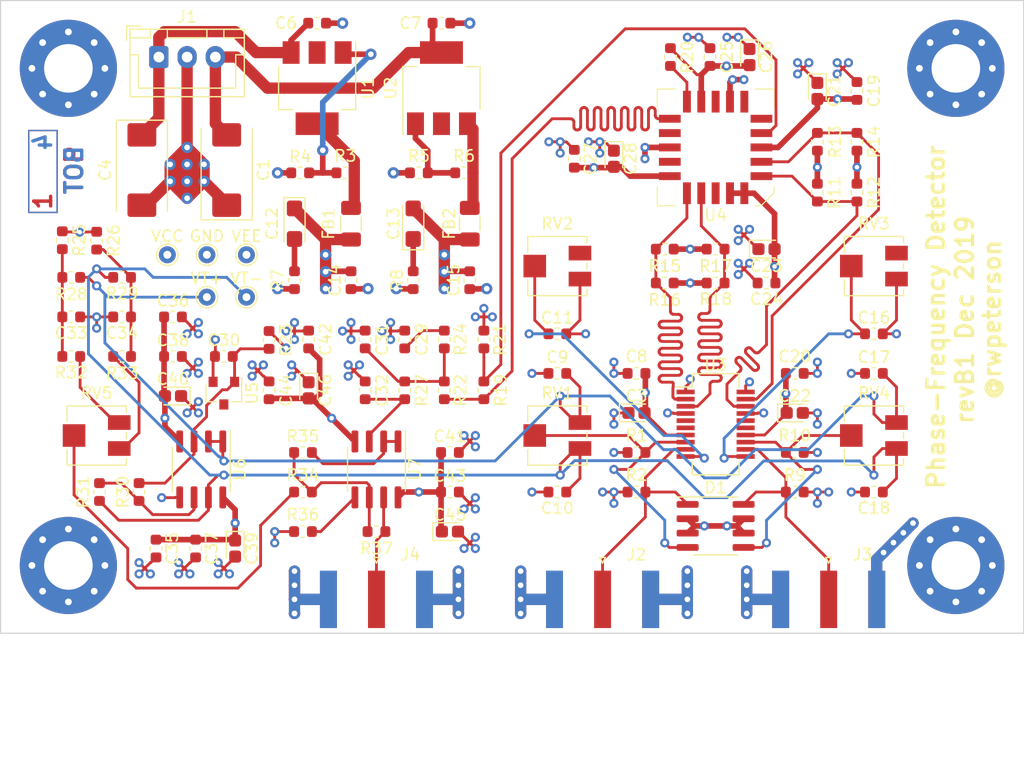
<source format=kicad_pcb>
(kicad_pcb (version 20171130) (host pcbnew "(5.1.2)-1")
  (layers (0 F.Cu signal) (1 In1.Cu power hide) (2 In2.Cu mixed hide) (31 B.Cu signal) (34 B.Paste user) (35 F.Paste user) (36 B.SilkS user) (37 F.SilkS user) (38 B.Mask user) (39 F.Mask user) (44 Edge.Cuts user))
  (net 0 "")
  (net 1 GNDA)
  (net 2 "Net-(C1-Pad2)")
  (net 3 VEE)
  (net 4 "Net-(C4-Pad1)")
  (net 5 VTUNE+)
  (net 6 VTUNE-)
  (net 7 "Net-(C11-Pad1)")
  (net 8 "Net-(C12-Pad2)")
  (net 9 VCC)
  (net 10 "Net-(C13-Pad1)")
  (net 11 "Net-(C16-Pad1)")
  (net 12 "Net-(C29-Pad1)")
  (net 13 "Net-(C30-Pad2)")
  (net 14 "Net-(C31-Pad1)")
  (net 15 "Net-(C32-Pad1)")
  (net 16 "Net-(C33-Pad2)")
  (net 17 "Net-(C34-Pad1)")
  (net 18 "Net-(D1-Pad1)")
  (net 19 "Net-(D1-Pad4)")
  (net 20 "Net-(D1-Pad5)")
  (net 21 "Net-(D1-Pad8)")
  (net 22 "Net-(FB1-Pad1)")
  (net 23 "Net-(FB2-Pad2)")
  (net 24 "Net-(J4-Pad1)")
  (net 25 "Net-(R3-Pad2)")
  (net 26 "Net-(R5-Pad1)")
  (net 27 ~LO_ECL~)
  (net 28 LO_ECL)
  (net 29 RF_ECL)
  (net 30 ~RF_ECL~)
  (net 31 ~PFD_OUT~)
  (net 32 PFD_OUT)
  (net 33 "Net-(R20-Pad1)")
  (net 34 "Net-(R30-Pad1)")
  (net 35 "Net-(R32-Pad1)")
  (net 36 "Net-(R33-Pad1)")
  (net 37 "Net-(R34-Pad2)")
  (net 38 "Net-(R34-Pad1)")
  (net 39 "Net-(R35-Pad2)")
  (net 40 "Net-(R36-Pad2)")
  (net 41 "Net-(RV2-Pad1)")
  (net 42 "Net-(RV3-Pad1)")
  (net 43 "Net-(U3-Pad15)")
  (net 44 "Net-(U3-Pad6)")
  (net 45 "Net-(U3-Pad16)")
  (net 46 "Net-(U3-Pad5)")
  (net 47 "Net-(U4-Pad1)")
  (net 48 "Net-(U4-Pad8)")
  (net 49 "Net-(U4-Pad9)")
  (net 50 "Net-(U4-Pad11)")
  (net 51 "Net-(U4-Pad15)")
  (net 52 "Net-(U4-Pad17)")
  (module TestPoint:TestPoint_THTPad_D1.5mm_Drill0.7mm (layer F.Cu) (at 144 106.25)
    (fp_text reference VT- (at 0 -1.648) (layer F.SilkS))
    (fp_text value TestPoint_THTPad_D1.5mm_Drill0.7mm)
    (pad 1 thru_hole circle (at 0 0) (size 1.5 1.5) (drill 0.7) (layers *.Cu *.Mask) (net 6 VTUNE-))
  )
  (module TestPoint:TestPoint_THTPad_D1.5mm_Drill0.7mm (layer F.Cu) (at 140.5 106.25)
    (fp_text reference VT+ (at 0 -1.648) (layer F.SilkS))
    (fp_text value TestPoint_THTPad_D1.5mm_Drill0.7mm)
    (pad 1 thru_hole circle (at 0 0) (size 1.5 1.5) (drill 0.7) (layers *.Cu *.Mask) (net 5 VTUNE+))
  )
  (module TestPoint:TestPoint_THTPad_D1.5mm_Drill0.7mm (layer F.Cu) (at 144 102.5)
    (fp_text reference VEE (at 0 -1.648) (layer F.SilkS))
    (fp_text value TestPoint_THTPad_D1.5mm_Drill0.7mm)
    (pad 1 thru_hole circle (at 0 0) (size 1.5 1.5) (drill 0.7) (layers *.Cu *.Mask) (net 3 VEE))
  )
  (module TestPoint:TestPoint_THTPad_D1.5mm_Drill0.7mm (layer F.Cu) (at 140.5 102.5)
    (fp_text reference GND (at 0 -1.648) (layer F.SilkS))
    (fp_text value TestPoint_THTPad_D1.5mm_Drill0.7mm)
    (pad 1 thru_hole circle (at 0 0) (size 1.5 1.5) (drill 0.7) (layers *.Cu *.Mask) (net 1 GNDA))
  )
  (module TestPoint:TestPoint_THTPad_D1.5mm_Drill0.7mm (layer F.Cu) (at 137 102.5)
    (fp_text reference VCC (at 0 -1.648) (layer F.SilkS))
    (fp_text value TestPoint_THTPad_D1.5mm_Drill0.7mm)
    (pad 1 thru_hole circle (at 0 0) (size 1.5 1.5) (drill 0.7) (layers *.Cu *.Mask) (net 9 VCC))
  )
  (module MountingHole:MountingHole_4.3mm_M4_Pad_Via (layer F.Cu) (at 206.75 130)
    (fp_text reference REF** hide)
    (fp_text value MountingHole_4.3mm_M4_Pad_Via)
    (pad 1 thru_hole circle (at 2.280419 -2.280419) (size 0.9 0.9) (drill 0.6) (layers *.Cu *.Mask))
    (pad 1 thru_hole circle (at 0 -3.225) (size 0.9 0.9) (drill 0.6) (layers *.Cu *.Mask))
    (pad 1 thru_hole circle (at -2.280419 -2.280419) (size 0.9 0.9) (drill 0.6) (layers *.Cu *.Mask))
    (pad 1 thru_hole circle (at -3.225 0) (size 0.9 0.9) (drill 0.6) (layers *.Cu *.Mask))
    (pad 1 thru_hole circle (at -2.280419 2.280419) (size 0.9 0.9) (drill 0.6) (layers *.Cu *.Mask))
    (pad 1 thru_hole circle (at 0 3.225) (size 0.9 0.9) (drill 0.6) (layers *.Cu *.Mask))
    (pad 1 thru_hole circle (at 2.280419 2.280419) (size 0.9 0.9) (drill 0.6) (layers *.Cu *.Mask))
    (pad 1 thru_hole circle (at 3.225 0) (size 0.9 0.9) (drill 0.6) (layers *.Cu *.Mask))
    (pad 1 thru_hole circle (at 0 0) (size 8.6 8.6) (drill 4.3) (layers *.Cu *.Mask) (net 1 GNDA))
  )
  (module MountingHole:MountingHole_4.3mm_M4_Pad_Via (layer F.Cu) (at 206.75 86)
    (fp_text reference REF** hide)
    (fp_text value MountingHole_4.3mm_M4_Pad_Via)
    (pad 1 thru_hole circle (at 2.280419 -2.280419) (size 0.9 0.9) (drill 0.6) (layers *.Cu *.Mask))
    (pad 1 thru_hole circle (at 0 -3.225) (size 0.9 0.9) (drill 0.6) (layers *.Cu *.Mask))
    (pad 1 thru_hole circle (at -2.280419 -2.280419) (size 0.9 0.9) (drill 0.6) (layers *.Cu *.Mask))
    (pad 1 thru_hole circle (at -3.225 0) (size 0.9 0.9) (drill 0.6) (layers *.Cu *.Mask))
    (pad 1 thru_hole circle (at -2.280419 2.280419) (size 0.9 0.9) (drill 0.6) (layers *.Cu *.Mask))
    (pad 1 thru_hole circle (at 0 3.225) (size 0.9 0.9) (drill 0.6) (layers *.Cu *.Mask))
    (pad 1 thru_hole circle (at 2.280419 2.280419) (size 0.9 0.9) (drill 0.6) (layers *.Cu *.Mask))
    (pad 1 thru_hole circle (at 3.225 0) (size 0.9 0.9) (drill 0.6) (layers *.Cu *.Mask))
    (pad 1 thru_hole circle (at 0 0) (size 8.6 8.6) (drill 4.3) (layers *.Cu *.Mask) (net 1 GNDA))
  )
  (module MountingHole:MountingHole_4.3mm_M4_Pad_Via (layer F.Cu) (at 128.25 86)
    (fp_text reference REF** hide)
    (fp_text value MountingHole_4.3mm_M4_Pad_Via)
    (pad 1 thru_hole circle (at 2.280419 -2.280419) (size 0.9 0.9) (drill 0.6) (layers *.Cu *.Mask))
    (pad 1 thru_hole circle (at 0 -3.225) (size 0.9 0.9) (drill 0.6) (layers *.Cu *.Mask))
    (pad 1 thru_hole circle (at -2.280419 -2.280419) (size 0.9 0.9) (drill 0.6) (layers *.Cu *.Mask))
    (pad 1 thru_hole circle (at -3.225 0) (size 0.9 0.9) (drill 0.6) (layers *.Cu *.Mask))
    (pad 1 thru_hole circle (at -2.280419 2.280419) (size 0.9 0.9) (drill 0.6) (layers *.Cu *.Mask))
    (pad 1 thru_hole circle (at 0 3.225) (size 0.9 0.9) (drill 0.6) (layers *.Cu *.Mask))
    (pad 1 thru_hole circle (at 2.280419 2.280419) (size 0.9 0.9) (drill 0.6) (layers *.Cu *.Mask))
    (pad 1 thru_hole circle (at 3.225 0) (size 0.9 0.9) (drill 0.6) (layers *.Cu *.Mask))
    (pad 1 thru_hole circle (at 0 0) (size 8.6 8.6) (drill 4.3) (layers *.Cu *.Mask) (net 1 GNDA))
  )
  (module MountingHole:MountingHole_4.3mm_M4_Pad_Via (layer F.Cu) (at 128.25 130)
    (fp_text reference REF** hide)
    (fp_text value MountingHole_4.3mm_M4_Pad_Via)
    (pad 1 thru_hole circle (at 2.280419 -2.280419) (size 0.9 0.9) (drill 0.6) (layers *.Cu *.Mask))
    (pad 1 thru_hole circle (at 0 -3.225) (size 0.9 0.9) (drill 0.6) (layers *.Cu *.Mask))
    (pad 1 thru_hole circle (at -2.280419 -2.280419) (size 0.9 0.9) (drill 0.6) (layers *.Cu *.Mask))
    (pad 1 thru_hole circle (at -3.225 0) (size 0.9 0.9) (drill 0.6) (layers *.Cu *.Mask))
    (pad 1 thru_hole circle (at -2.280419 2.280419) (size 0.9 0.9) (drill 0.6) (layers *.Cu *.Mask))
    (pad 1 thru_hole circle (at 0 3.225) (size 0.9 0.9) (drill 0.6) (layers *.Cu *.Mask))
    (pad 1 thru_hole circle (at 2.280419 2.280419) (size 0.9 0.9) (drill 0.6) (layers *.Cu *.Mask))
    (pad 1 thru_hole circle (at 3.225 0) (size 0.9 0.9) (drill 0.6) (layers *.Cu *.Mask))
    (pad 1 thru_hole circle (at 0 0) (size 8.6 8.6) (drill 4.3) (layers *.Cu *.Mask) (net 1 GNDA))
  )
  (module Package_TO_SOT_SMD:SOT-223-3_TabPin2 (layer F.Cu) (at 161.25 87.75 90)
    (fp_text reference U2 (at 0 -4.5 90) (layer F.SilkS))
    (fp_text value LM337_SOT223)
    (pad 1 smd rect (at -3.15 -2.3 90) (size 2 1.5) (layers F.Cu F.Paste F.Mask) (net 26 "Net-(R5-Pad1)"))
    (pad 3 smd rect (at -3.15 2.3 90) (size 2 1.5) (layers F.Cu F.Paste F.Mask) (net 23 "Net-(FB2-Pad2)"))
    (pad 2 smd rect (at -3.15 0 90) (size 2 1.5) (layers F.Cu F.Paste F.Mask) (net 2 "Net-(C1-Pad2)"))
    (pad 2 smd rect (at 3.15 0 90) (size 2 3.8) (layers F.Cu F.Paste F.Mask) (net 2 "Net-(C1-Pad2)"))
  )
  (module Package_SO:QSOP-20_3.9x8.7mm_P0.635mm (layer F.Cu) (at 185.5 117.5)
    (fp_text reference U3 (at 0 -5.25) (layer F.SilkS))
    (fp_text value ADCMP564)
    (pad 14 smd rect (at 2.6543 0.9525) (size 1.6 0.41) (layers F.Cu F.Paste F.Mask) (net 9 VCC))
    (pad 15 smd rect (at 2.6543 0.3175) (size 1.6 0.41) (layers F.Cu F.Paste F.Mask) (net 43 "Net-(U3-Pad15)"))
    (pad 7 smd rect (at -2.6543 0.9525) (size 1.6 0.41) (layers F.Cu F.Paste F.Mask) (net 3 VEE))
    (pad 6 smd rect (at -2.6543 0.3175) (size 1.6 0.41) (layers F.Cu F.Paste F.Mask) (net 44 "Net-(U3-Pad6)"))
    (pad 17 smd rect (at 2.6543 -0.9525) (size 1.6 0.41) (layers F.Cu F.Paste F.Mask) (net 1 GNDA))
    (pad 16 smd rect (at 2.6543 -0.3175) (size 1.6 0.41) (layers F.Cu F.Paste F.Mask) (net 45 "Net-(U3-Pad16)"))
    (pad 5 smd rect (at -2.6543 -0.3175) (size 1.6 0.41) (layers F.Cu F.Paste F.Mask) (net 46 "Net-(U3-Pad5)"))
    (pad 4 smd rect (at -2.6543 -0.9525) (size 1.6 0.41) (layers F.Cu F.Paste F.Mask) (net 1 GNDA))
    (pad 1 smd rect (at -2.6543 -2.8575) (size 1.6 0.41) (layers F.Cu F.Paste F.Mask) (net 1 GNDA))
    (pad 2 smd rect (at -2.6543 -2.2225) (size 1.6 0.41) (layers F.Cu F.Paste F.Mask) (net 29 RF_ECL))
    (pad 3 smd rect (at -2.6543 -1.5875) (size 1.6 0.41) (layers F.Cu F.Paste F.Mask) (net 30 ~RF_ECL~))
    (pad 8 smd rect (at -2.6543 1.5875) (size 1.6 0.41) (layers F.Cu F.Paste F.Mask) (net 19 "Net-(D1-Pad4)"))
    (pad 9 smd rect (at -2.6543 2.2225) (size 1.6 0.41) (layers F.Cu F.Paste F.Mask) (net 18 "Net-(D1-Pad1)"))
    (pad 10 smd rect (at -2.6543 2.8575) (size 1.6 0.41) (layers F.Cu F.Paste F.Mask) (net 7 "Net-(C11-Pad1)"))
    (pad 11 smd rect (at 2.6543 2.8575) (size 1.6 0.41) (layers F.Cu F.Paste F.Mask) (net 11 "Net-(C16-Pad1)"))
    (pad 12 smd rect (at 2.6543 2.2225) (size 1.6 0.41) (layers F.Cu F.Paste F.Mask) (net 21 "Net-(D1-Pad8)"))
    (pad 13 smd rect (at 2.6543 1.5875) (size 1.6 0.41) (layers F.Cu F.Paste F.Mask) (net 20 "Net-(D1-Pad5)"))
    (pad 18 smd rect (at 2.6543 -1.5875) (size 1.6 0.41) (layers F.Cu F.Paste F.Mask) (net 27 ~LO_ECL~))
    (pad 19 smd rect (at 2.6543 -2.2225) (size 1.6 0.41) (layers F.Cu F.Paste F.Mask) (net 28 LO_ECL))
    (pad 20 smd rect (at 2.6543 -2.8575) (size 1.6 0.41) (layers F.Cu F.Paste F.Mask) (net 1 GNDA))
  )
  (module Capacitor_Tantalum_SMD:CP_EIA-1608-10_AVX-L (layer F.Cu) (at 149.5 114.5 270)
    (fp_text reference C46 (at 0 -1.48 90) (layer F.SilkS))
    (fp_text value 4u7)
    (pad 2 smd roundrect (at 0.7125 0 270) (size 1.075 1.05) (layers F.Cu F.Paste F.Mask) (roundrect_rratio 0.238095) (net 3 VEE))
    (pad 1 smd roundrect (at -0.7125 0 270) (size 1.075 1.05) (layers F.Cu F.Paste F.Mask) (roundrect_rratio 0.238095) (net 1 GNDA))
  )
  (module Capacitor_Tantalum_SMD:CP_EIA-1608-10_AVX-L (layer F.Cu) (at 162 127)
    (fp_text reference C45 (at 0 -1.48) (layer F.SilkS))
    (fp_text value 4u7)
    (pad 2 smd roundrect (at 0.7125 0) (size 1.075 1.05) (layers F.Cu F.Paste F.Mask) (roundrect_rratio 0.238095) (net 1 GNDA))
    (pad 1 smd roundrect (at -0.7125 0) (size 1.075 1.05) (layers F.Cu F.Paste F.Mask) (roundrect_rratio 0.238095) (net 9 VCC))
  )
  (module Capacitor_Tantalum_SMD:CP_EIA-1608-10_AVX-L (layer F.Cu) (at 137.5 115 180)
    (fp_text reference C40 (at 0 1.5) (layer F.SilkS))
    (fp_text value 4u7)
    (pad 2 smd roundrect (at 0.7125 0 180) (size 1.075 1.05) (layers F.Cu F.Paste F.Mask) (roundrect_rratio 0.238095) (net 3 VEE))
    (pad 1 smd roundrect (at -0.7125 0 180) (size 1.075 1.05) (layers F.Cu F.Paste F.Mask) (roundrect_rratio 0.238095) (net 1 GNDA))
  )
  (module Capacitor_Tantalum_SMD:CP_EIA-1608-10_AVX-L (layer F.Cu) (at 143 128.5 270)
    (fp_text reference C39 (at 0 -1.48 90) (layer F.SilkS))
    (fp_text value 4u7)
    (pad 2 smd roundrect (at 0.7125 0 270) (size 1.075 1.05) (layers F.Cu F.Paste F.Mask) (roundrect_rratio 0.238095) (net 1 GNDA))
    (pad 1 smd roundrect (at -0.7125 0 270) (size 1.075 1.05) (layers F.Cu F.Paste F.Mask) (roundrect_rratio 0.238095) (net 9 VCC))
  )
  (module Capacitor_Tantalum_SMD:CP_EIA-1608-10_AVX-L (layer F.Cu) (at 176.5 94 270)
    (fp_text reference C28 (at 0 -1.48 90) (layer F.SilkS))
    (fp_text value 1u)
    (pad 2 smd roundrect (at 0.7125 0 270) (size 1.075 1.05) (layers F.Cu F.Paste F.Mask) (roundrect_rratio 0.238095) (net 3 VEE))
    (pad 1 smd roundrect (at -0.7125 0 270) (size 1.075 1.05) (layers F.Cu F.Paste F.Mask) (roundrect_rratio 0.238095) (net 1 GNDA))
  )
  (module Capacitor_Tantalum_SMD:CP_EIA-1608-10_AVX-L (layer F.Cu) (at 188.5 85 270)
    (fp_text reference C26 (at 0 -1.48 90) (layer F.SilkS))
    (fp_text value 1u)
    (pad 2 smd roundrect (at 0.7125 0 270) (size 1.075 1.05) (layers F.Cu F.Paste F.Mask) (roundrect_rratio 0.238095) (net 3 VEE))
    (pad 1 smd roundrect (at -0.7125 0 270) (size 1.075 1.05) (layers F.Cu F.Paste F.Mask) (roundrect_rratio 0.238095) (net 1 GNDA))
  )
  (module Capacitor_Tantalum_SMD:CP_EIA-1608-10_AVX-L (layer F.Cu) (at 190 102)
    (fp_text reference C23 (at 0 1.5) (layer F.SilkS))
    (fp_text value 1u)
    (pad 2 smd roundrect (at 0.7125 0) (size 1.075 1.05) (layers F.Cu F.Paste F.Mask) (roundrect_rratio 0.238095) (net 3 VEE))
    (pad 1 smd roundrect (at -0.7125 0) (size 1.075 1.05) (layers F.Cu F.Paste F.Mask) (roundrect_rratio 0.238095) (net 1 GNDA))
  )
  (module Capacitor_Tantalum_SMD:CP_EIA-1608-10_AVX-L (layer F.Cu) (at 192.5 116.5)
    (fp_text reference C22 (at 0 -1.5) (layer F.SilkS))
    (fp_text value 1u)
    (pad 2 smd roundrect (at 0.7125 0) (size 1.075 1.05) (layers F.Cu F.Paste F.Mask) (roundrect_rratio 0.238095) (net 1 GNDA))
    (pad 1 smd roundrect (at -0.7125 0) (size 1.075 1.05) (layers F.Cu F.Paste F.Mask) (roundrect_rratio 0.238095) (net 9 VCC))
  )
  (module Capacitor_Tantalum_SMD:CP_EIA-1608-10_AVX-L (layer F.Cu) (at 194.5 88 270)
    (fp_text reference C21 (at 0 -1.5 90) (layer F.SilkS))
    (fp_text value 1u)
    (pad 2 smd roundrect (at 0.7125 0 270) (size 1.075 1.05) (layers F.Cu F.Paste F.Mask) (roundrect_rratio 0.238095) (net 3 VEE))
    (pad 1 smd roundrect (at -0.7125 0 270) (size 1.075 1.05) (layers F.Cu F.Paste F.Mask) (roundrect_rratio 0.238095) (net 1 GNDA))
  )
  (module Capacitor_Tantalum_SMD:CP_EIA-3216-18_Kemet-A (layer F.Cu) (at 158.75 99.75 90)
    (fp_text reference C13 (at 0 -1.75 90) (layer F.SilkS))
    (fp_text value 47u)
    (pad 2 smd roundrect (at 1.35 0 90) (size 1.4 1.35) (layers F.Cu F.Paste F.Mask) (roundrect_rratio 0.185185) (net 3 VEE))
    (pad 1 smd roundrect (at -1.35 0 90) (size 1.4 1.35) (layers F.Cu F.Paste F.Mask) (roundrect_rratio 0.185185) (net 10 "Net-(C13-Pad1)"))
  )
  (module Capacitor_Tantalum_SMD:CP_EIA-3216-18_Kemet-A (layer F.Cu) (at 148.25 99.75 270)
    (fp_text reference C12 (at 0 2 90) (layer F.SilkS))
    (fp_text value 47u)
    (pad 2 smd roundrect (at 1.35 0 270) (size 1.4 1.35) (layers F.Cu F.Paste F.Mask) (roundrect_rratio 0.185185) (net 8 "Net-(C12-Pad2)"))
    (pad 1 smd roundrect (at -1.35 0 270) (size 1.4 1.35) (layers F.Cu F.Paste F.Mask) (roundrect_rratio 0.185185) (net 9 VCC))
  )
  (module Capacitor_Tantalum_SMD:CP_EIA-1608-10_AVX-L (layer F.Cu) (at 178.5 116.5)
    (fp_text reference C3 (at 0 -1.5) (layer F.SilkS))
    (fp_text value 1u)
    (pad 2 smd roundrect (at 0.7125 0) (size 1.075 1.05) (layers F.Cu F.Paste F.Mask) (roundrect_rratio 0.238095) (net 3 VEE))
    (pad 1 smd roundrect (at -0.7125 0) (size 1.075 1.05) (layers F.Cu F.Paste F.Mask) (roundrect_rratio 0.238095) (net 1 GNDA))
  )
  (module Capacitor_Tantalum_SMD:CP_EIA-7343-43_Kemet-X (layer F.Cu) (at 142.25 95 90)
    (fp_text reference C1 (at 0 3.25 90) (layer F.SilkS))
    (fp_text value 47u)
    (pad 1 smd roundrect (at -3.1125 0 90) (size 2.075 2.55) (layers F.Cu F.Paste F.Mask) (roundrect_rratio 0.120482) (net 1 GNDA))
    (pad 2 smd roundrect (at 3.1125 0 90) (size 2.075 2.55) (layers F.Cu F.Paste F.Mask) (roundrect_rratio 0.120482) (net 2 "Net-(C1-Pad2)"))
  )
  (module Capacitor_Tantalum_SMD:CP_EIA-7343-43_Kemet-X (layer F.Cu) (at 134.75 95 270)
    (fp_text reference C4 (at 0 3.25 90) (layer F.SilkS))
    (fp_text value 47u)
    (pad 2 smd roundrect (at 3.1125 0 270) (size 2.075 2.55) (layers F.Cu F.Paste F.Mask) (roundrect_rratio 0.120482) (net 1 GNDA))
    (pad 1 smd roundrect (at -3.1125 0 270) (size 2.075 2.55) (layers F.Cu F.Paste F.Mask) (roundrect_rratio 0.120482) (net 4 "Net-(C4-Pad1)"))
  )
  (module Capacitor_SMD:C_0603_1608Metric (layer F.Cu) (at 150.25 82)
    (fp_text reference C6 (at -2.75 0) (layer F.SilkS))
    (fp_text value 100n)
    (pad 1 smd roundrect (at -0.7875 0) (size 0.875 0.95) (layers F.Cu F.Paste F.Mask) (net 4 "Net-(C4-Pad1)"))
    (pad 2 smd roundrect (at 0.7875 0) (size 0.875 0.95) (layers F.Cu F.Paste F.Mask) (net 1 GNDA))
  )
  (module Capacitor_SMD:C_0603_1608Metric (layer F.Cu) (at 161.25 82 180)
    (fp_text reference C7 (at 2.75 0) (layer F.SilkS))
    (fp_text value 100n)
    (pad 2 smd roundrect (at 0.7875 0 180) (size 0.875 0.95) (layers F.Cu F.Paste F.Mask) (net 2 "Net-(C1-Pad2)"))
    (pad 1 smd roundrect (at -0.7875 0 180) (size 0.875 0.95) (layers F.Cu F.Paste F.Mask) (net 1 GNDA))
  )
  (module Capacitor_SMD:C_0603_1608Metric (layer F.Cu) (at 178.5 113 180)
    (fp_text reference C8 (at 0 1.5) (layer F.SilkS))
    (fp_text value 10n)
    (pad 2 smd roundrect (at 0.7875 0 180) (size 0.875 0.95) (layers F.Cu F.Paste F.Mask) (net 1 GNDA))
    (pad 1 smd roundrect (at -0.7875 0 180) (size 0.875 0.95) (layers F.Cu F.Paste F.Mask) (net 3 VEE))
  )
  (module Capacitor_SMD:C_0603_1608Metric (layer F.Cu) (at 171.5 113)
    (fp_text reference C9 (at 0 -1.43) (layer F.SilkS))
    (fp_text value 100n)
    (pad 1 smd roundrect (at -0.7875 0) (size 0.875 0.95) (layers F.Cu F.Paste F.Mask) (net 1 GNDA))
    (pad 2 smd roundrect (at 0.7875 0) (size 0.875 0.95) (layers F.Cu F.Paste F.Mask) (net 5 VTUNE+))
  )
  (module Capacitor_SMD:C_0603_1608Metric (layer F.Cu) (at 171.5 123.5 180)
    (fp_text reference C10 (at 0 -1.43) (layer F.SilkS))
    (fp_text value 100n)
    (pad 2 smd roundrect (at 0.7875 0 180) (size 0.875 0.95) (layers F.Cu F.Paste F.Mask) (net 1 GNDA))
    (pad 1 smd roundrect (at -0.7875 0 180) (size 0.875 0.95) (layers F.Cu F.Paste F.Mask) (net 6 VTUNE-))
  )
  (module Capacitor_SMD:C_0603_1608Metric (layer F.Cu) (at 171.5 109.5)
    (fp_text reference C11 (at 0 -1.43) (layer F.SilkS))
    (fp_text value 100n)
    (pad 1 smd roundrect (at -0.7875 0) (size 0.875 0.95) (layers F.Cu F.Paste F.Mask) (net 7 "Net-(C11-Pad1)"))
    (pad 2 smd roundrect (at 0.7875 0) (size 0.875 0.95) (layers F.Cu F.Paste F.Mask) (net 1 GNDA))
  )
  (module Capacitor_SMD:C_0603_1608Metric (layer F.Cu) (at 153.25 104.75 90)
    (fp_text reference C14 (at 0 -1.43 90) (layer F.SilkS))
    (fp_text value 100n)
    (pad 1 smd roundrect (at -0.7875 0 90) (size 0.875 0.95) (layers F.Cu F.Paste F.Mask) (net 1 GNDA))
    (pad 2 smd roundrect (at 0.7875 0 90) (size 0.875 0.95) (layers F.Cu F.Paste F.Mask) (net 9 VCC))
  )
  (module Capacitor_SMD:C_0603_1608Metric (layer F.Cu) (at 163.75 104.75 90)
    (fp_text reference C15 (at 0 -1.43 90) (layer F.SilkS))
    (fp_text value 100n)
    (pad 1 smd roundrect (at -0.7875 0 90) (size 0.875 0.95) (layers F.Cu F.Paste F.Mask) (net 1 GNDA))
    (pad 2 smd roundrect (at 0.7875 0 90) (size 0.875 0.95) (layers F.Cu F.Paste F.Mask) (net 3 VEE))
  )
  (module Capacitor_SMD:C_0603_1608Metric (layer F.Cu) (at 199.5 109.5)
    (fp_text reference C16 (at 0 -1.43) (layer F.SilkS))
    (fp_text value 100n)
    (pad 2 smd roundrect (at 0.7875 0) (size 0.875 0.95) (layers F.Cu F.Paste F.Mask) (net 1 GNDA))
    (pad 1 smd roundrect (at -0.7875 0) (size 0.875 0.95) (layers F.Cu F.Paste F.Mask) (net 11 "Net-(C16-Pad1)"))
  )
  (module Capacitor_SMD:C_0603_1608Metric (layer F.Cu) (at 199.5 113)
    (fp_text reference C17 (at 0 -1.43) (layer F.SilkS))
    (fp_text value 100n)
    (pad 1 smd roundrect (at -0.7875 0) (size 0.875 0.95) (layers F.Cu F.Paste F.Mask) (net 1 GNDA))
    (pad 2 smd roundrect (at 0.7875 0) (size 0.875 0.95) (layers F.Cu F.Paste F.Mask) (net 5 VTUNE+))
  )
  (module Capacitor_SMD:C_0603_1608Metric (layer F.Cu) (at 199.5 123.5 180)
    (fp_text reference C18 (at 0 -1.43) (layer F.SilkS))
    (fp_text value 100n)
    (pad 2 smd roundrect (at 0.7875 0 180) (size 0.875 0.95) (layers F.Cu F.Paste F.Mask) (net 1 GNDA))
    (pad 1 smd roundrect (at -0.7875 0 180) (size 0.875 0.95) (layers F.Cu F.Paste F.Mask) (net 6 VTUNE-))
  )
  (module Capacitor_SMD:C_0603_1608Metric (layer F.Cu) (at 198 88 90)
    (fp_text reference C19 (at 0 1.5 90) (layer F.SilkS))
    (fp_text value 10n)
    (pad 2 smd roundrect (at 0.7875 0 90) (size 0.875 0.95) (layers F.Cu F.Paste F.Mask) (net 1 GNDA))
    (pad 1 smd roundrect (at -0.7875 0 90) (size 0.875 0.95) (layers F.Cu F.Paste F.Mask) (net 3 VEE))
  )
  (module Capacitor_SMD:C_0603_1608Metric (layer F.Cu) (at 192.5 113)
    (fp_text reference C20 (at 0 -1.5) (layer F.SilkS))
    (fp_text value 10n)
    (pad 1 smd roundrect (at -0.7875 0) (size 0.875 0.95) (layers F.Cu F.Paste F.Mask) (net 9 VCC))
    (pad 2 smd roundrect (at 0.7875 0) (size 0.875 0.95) (layers F.Cu F.Paste F.Mask) (net 1 GNDA))
  )
  (module Capacitor_SMD:C_0603_1608Metric (layer F.Cu) (at 190 105 180)
    (fp_text reference C24 (at 0 -1.43) (layer F.SilkS))
    (fp_text value 10n)
    (pad 2 smd roundrect (at 0.7875 0 180) (size 0.875 0.95) (layers F.Cu F.Paste F.Mask) (net 1 GNDA))
    (pad 1 smd roundrect (at -0.7875 0 180) (size 0.875 0.95) (layers F.Cu F.Paste F.Mask) (net 3 VEE))
  )
  (module Capacitor_SMD:C_0603_1608Metric (layer F.Cu) (at 185 85 90)
    (fp_text reference C25 (at 0 1.5 90) (layer F.SilkS))
    (fp_text value 10n)
    (pad 1 smd roundrect (at -0.7875 0 90) (size 0.875 0.95) (layers F.Cu F.Paste F.Mask) (net 3 VEE))
    (pad 2 smd roundrect (at 0.7875 0 90) (size 0.875 0.95) (layers F.Cu F.Paste F.Mask) (net 1 GNDA))
  )
  (module Capacitor_SMD:C_0603_1608Metric (layer F.Cu) (at 173 94 270)
    (fp_text reference C27 (at 0 -1.43 90) (layer F.SilkS))
    (fp_text value 10n)
    (pad 2 smd roundrect (at 0.7875 0 270) (size 0.875 0.95) (layers F.Cu F.Paste F.Mask) (net 3 VEE))
    (pad 1 smd roundrect (at -0.7875 0 270) (size 0.875 0.95) (layers F.Cu F.Paste F.Mask) (net 1 GNDA))
  )
  (module Capacitor_SMD:C_0603_1608Metric (layer F.Cu) (at 158 110 90)
    (fp_text reference C29 (at 0 1.5 90) (layer F.SilkS))
    (fp_text value 1u)
    (pad 1 smd roundrect (at -0.7875 0 90) (size 0.875 0.95) (layers F.Cu F.Paste F.Mask) (net 12 "Net-(C29-Pad1)"))
    (pad 2 smd roundrect (at 0.7875 0 90) (size 0.875 0.95) (layers F.Cu F.Paste F.Mask) (net 1 GNDA))
  )
  (module Capacitor_SMD:C_0603_1608Metric (layer F.Cu) (at 142 111.5)
    (fp_text reference C30 (at 0 -1.43) (layer F.SilkS))
    (fp_text value 100n)
    (pad 2 smd roundrect (at 0.7875 0) (size 0.875 0.95) (layers F.Cu F.Paste F.Mask) (net 13 "Net-(C30-Pad2)"))
    (pad 1 smd roundrect (at -0.7875 0) (size 0.875 0.95) (layers F.Cu F.Paste F.Mask) (net 1 GNDA))
  )
  (module Capacitor_SMD:C_0603_1608Metric (layer F.Cu) (at 154.5 110 90)
    (fp_text reference C31 (at 0 1.5 90) (layer F.SilkS))
    (fp_text value DNP)
    (pad 1 smd roundrect (at -0.7875 0 90) (size 0.875 0.95) (layers F.Cu F.Paste F.Mask) (net 14 "Net-(C31-Pad1)"))
    (pad 2 smd roundrect (at 0.7875 0 90) (size 0.875 0.95) (layers F.Cu F.Paste F.Mask) (net 1 GNDA))
  )
  (module Capacitor_SMD:C_0603_1608Metric (layer F.Cu) (at 154.5 114.5 90)
    (fp_text reference C32 (at 0 1.5 90) (layer F.SilkS))
    (fp_text value DNP)
    (pad 1 smd roundrect (at -0.7875 0 90) (size 0.875 0.95) (layers F.Cu F.Paste F.Mask) (net 15 "Net-(C32-Pad1)"))
    (pad 2 smd roundrect (at 0.7875 0 90) (size 0.875 0.95) (layers F.Cu F.Paste F.Mask) (net 1 GNDA))
  )
  (module Capacitor_SMD:C_0603_1608Metric (layer F.Cu) (at 128.5 108 180)
    (fp_text reference C33 (at 0 -1.43) (layer F.SilkS))
    (fp_text value DNP)
    (pad 1 smd roundrect (at -0.7875 0 180) (size 0.875 0.95) (layers F.Cu F.Paste F.Mask) (net 1 GNDA))
    (pad 2 smd roundrect (at 0.7875 0 180) (size 0.875 0.95) (layers F.Cu F.Paste F.Mask) (net 16 "Net-(C33-Pad2)"))
  )
  (module Capacitor_SMD:C_0603_1608Metric (layer F.Cu) (at 133 108 180)
    (fp_text reference C34 (at 0 -1.43) (layer F.SilkS))
    (fp_text value 100n)
    (pad 2 smd roundrect (at 0.7875 0 180) (size 0.875 0.95) (layers F.Cu F.Paste F.Mask) (net 1 GNDA))
    (pad 1 smd roundrect (at -0.7875 0 180) (size 0.875 0.95) (layers F.Cu F.Paste F.Mask) (net 17 "Net-(C34-Pad1)"))
  )
  (module Capacitor_SMD:C_0603_1608Metric (layer F.Cu) (at 136 128.5 270)
    (fp_text reference C35 (at 0 -1.43 90) (layer F.SilkS))
    (fp_text value 1n)
    (pad 2 smd roundrect (at 0.7875 0 270) (size 0.875 0.95) (layers F.Cu F.Paste F.Mask) (net 1 GNDA))
    (pad 1 smd roundrect (at -0.7875 0 270) (size 0.875 0.95) (layers F.Cu F.Paste F.Mask) (net 9 VCC))
  )
  (module Capacitor_SMD:C_0603_1608Metric (layer F.Cu) (at 137.5 108)
    (fp_text reference C36 (at 0 -1.43) (layer F.SilkS))
    (fp_text value 1n)
    (pad 2 smd roundrect (at 0.7875 0) (size 0.875 0.95) (layers F.Cu F.Paste F.Mask) (net 1 GNDA))
    (pad 1 smd roundrect (at -0.7875 0) (size 0.875 0.95) (layers F.Cu F.Paste F.Mask) (net 3 VEE))
  )
  (module Capacitor_SMD:C_0603_1608Metric (layer F.Cu) (at 139.5 128.5 270)
    (fp_text reference C37 (at 0 -1.43 90) (layer F.SilkS))
    (fp_text value 100n)
    (pad 1 smd roundrect (at -0.7875 0 270) (size 0.875 0.95) (layers F.Cu F.Paste F.Mask) (net 9 VCC))
    (pad 2 smd roundrect (at 0.7875 0 270) (size 0.875 0.95) (layers F.Cu F.Paste F.Mask) (net 1 GNDA))
  )
  (module Capacitor_SMD:C_0603_1608Metric (layer F.Cu) (at 137.5 111.5)
    (fp_text reference C38 (at 0 -1.43) (layer F.SilkS))
    (fp_text value 100n)
    (pad 1 smd roundrect (at -0.7875 0) (size 0.875 0.95) (layers F.Cu F.Paste F.Mask) (net 3 VEE))
    (pad 2 smd roundrect (at 0.7875 0) (size 0.875 0.95) (layers F.Cu F.Paste F.Mask) (net 1 GNDA))
  )
  (module Capacitor_SMD:C_0603_1608Metric (layer F.Cu) (at 162 120)
    (fp_text reference C41 (at 0 -1.43) (layer F.SilkS))
    (fp_text value 1n)
    (pad 2 smd roundrect (at 0.7875 0) (size 0.875 0.95) (layers F.Cu F.Paste F.Mask) (net 1 GNDA))
    (pad 1 smd roundrect (at -0.7875 0) (size 0.875 0.95) (layers F.Cu F.Paste F.Mask) (net 9 VCC))
  )
  (module Capacitor_SMD:C_0603_1608Metric (layer F.Cu) (at 149.5 110 90)
    (fp_text reference C42 (at 0 1.5 90) (layer F.SilkS))
    (fp_text value 1n)
    (pad 1 smd roundrect (at -0.7875 0 90) (size 0.875 0.95) (layers F.Cu F.Paste F.Mask) (net 3 VEE))
    (pad 2 smd roundrect (at 0.7875 0 90) (size 0.875 0.95) (layers F.Cu F.Paste F.Mask) (net 1 GNDA))
  )
  (module Capacitor_SMD:C_0603_1608Metric (layer F.Cu) (at 162 123.5)
    (fp_text reference C43 (at 0 -1.43) (layer F.SilkS))
    (fp_text value 100n)
    (pad 1 smd roundrect (at -0.7875 0) (size 0.875 0.95) (layers F.Cu F.Paste F.Mask) (net 9 VCC))
    (pad 2 smd roundrect (at 0.7875 0) (size 0.875 0.95) (layers F.Cu F.Paste F.Mask) (net 1 GNDA))
  )
  (module Capacitor_SMD:C_0603_1608Metric (layer F.Cu) (at 146 114.5 90)
    (fp_text reference C44 (at 0 1.5 90) (layer F.SilkS))
    (fp_text value 100n)
    (pad 2 smd roundrect (at 0.7875 0 90) (size 0.875 0.95) (layers F.Cu F.Paste F.Mask) (net 1 GNDA))
    (pad 1 smd roundrect (at -0.7875 0 90) (size 0.875 0.95) (layers F.Cu F.Paste F.Mask) (net 3 VEE))
  )
  (module Package_SO:SOIC-8_3.9x4.9mm_P1.27mm (layer F.Cu) (at 185.5 126.5)
    (fp_text reference D1 (at 0 -3.4) (layer F.SilkS))
    (fp_text value SLVU2.8-8)
    (pad 1 smd roundrect (at -2.475 -1.905) (size 1.95 0.6) (layers F.Cu F.Paste F.Mask) (net 18 "Net-(D1-Pad1)"))
    (pad 2 smd roundrect (at -2.475 -0.635) (size 1.95 0.6) (layers F.Cu F.Paste F.Mask) (net 1 GNDA))
    (pad 3 smd roundrect (at -2.475 0.635) (size 1.95 0.6) (layers F.Cu F.Paste F.Mask) (net 1 GNDA))
    (pad 4 smd roundrect (at -2.475 1.905) (size 1.95 0.6) (layers F.Cu F.Paste F.Mask) (net 19 "Net-(D1-Pad4)"))
    (pad 5 smd roundrect (at 2.475 1.905) (size 1.95 0.6) (layers F.Cu F.Paste F.Mask) (net 20 "Net-(D1-Pad5)"))
    (pad 6 smd roundrect (at 2.475 0.635) (size 1.95 0.6) (layers F.Cu F.Paste F.Mask) (net 1 GNDA))
    (pad 7 smd roundrect (at 2.475 -0.635) (size 1.95 0.6) (layers F.Cu F.Paste F.Mask) (net 1 GNDA))
    (pad 8 smd roundrect (at 2.475 -1.905) (size 1.95 0.6) (layers F.Cu F.Paste F.Mask) (net 21 "Net-(D1-Pad8)"))
  )
  (module Inductor_SMD:L_1206_3216Metric (layer F.Cu) (at 153.25 99.75 270)
    (fp_text reference FB1 (at 0 2 90) (layer F.SilkS))
    (fp_text value BLM31PG601SN1L)
    (pad 2 smd roundrect (at 1.4 0 270) (size 1.25 1.75) (layers F.Cu F.Paste F.Mask) (roundrect_rratio 0.2) (net 9 VCC))
    (pad 1 smd roundrect (at -1.4 0 270) (size 1.25 1.75) (layers F.Cu F.Paste F.Mask) (roundrect_rratio 0.2) (net 22 "Net-(FB1-Pad1)"))
  )
  (module Inductor_SMD:L_1206_3216Metric (layer F.Cu) (at 163.75 99.75 90)
    (fp_text reference FB2 (at 0 -1.82 90) (layer F.SilkS))
    (fp_text value BLM31PG601SN1L)
    (pad 1 smd roundrect (at -1.4 0 90) (size 1.25 1.75) (layers F.Cu F.Paste F.Mask) (roundrect_rratio 0.2) (net 3 VEE))
    (pad 2 smd roundrect (at 1.4 0 90) (size 1.25 1.75) (layers F.Cu F.Paste F.Mask) (roundrect_rratio 0.2) (net 23 "Net-(FB2-Pad2)"))
  )
  (module Connector_JST:JST_XH_B3B-XH-A_1x03_P2.50mm_Vertical (layer F.Cu) (at 136.25 85)
    (fp_text reference J1 (at 2.5 -3.55) (layer F.SilkS))
    (fp_text value "Power Input")
    (pad 1 thru_hole roundrect (at 0 0) (size 1.7 1.95) (drill 0.95) (layers *.Cu *.Mask) (roundrect_rratio 0.147059) (net 4 "Net-(C4-Pad1)"))
    (pad 2 thru_hole oval (at 2.5 0) (size 1.7 1.95) (drill 0.95) (layers *.Cu *.Mask) (net 1 GNDA))
    (pad 3 thru_hole oval (at 5 0) (size 1.7 1.95) (drill 0.95) (layers *.Cu *.Mask) (net 2 "Net-(C1-Pad2)"))
  )
  (module Connector_Coaxial:SMA_Amphenol_132289_EdgeMount (layer F.Cu) (at 175.5 133 270)
    (fp_text reference J2 (at -3.96 -3) (layer F.SilkS))
    (fp_text value "RF Input")
    (pad 1 smd rect (at 0 0) (size 1.5 5.08) (layers F.Cu F.Paste F.Mask) (net 18 "Net-(D1-Pad1)"))
    (pad 2 smd rect (at 0 -4.25) (size 1.5 5.08) (layers F.Cu F.Paste F.Mask) (net 1 GNDA))
    (pad 2 smd rect (at 0 4.25) (size 1.5 5.08) (layers F.Cu F.Paste F.Mask) (net 1 GNDA))
    (pad 2 smd rect (at 0 -4.25) (size 1.5 5.08) (layers B.Cu B.Paste B.Mask) (net 1 GNDA))
    (pad 2 smd rect (at 0 4.25) (size 1.5 5.08) (layers B.Cu B.Paste B.Mask) (net 1 GNDA))
  )
  (module Connector_Coaxial:SMA_Amphenol_132289_EdgeMount (layer F.Cu) (at 195.5 133 270)
    (fp_text reference J3 (at -3.96 -3) (layer F.SilkS))
    (fp_text value "LO Input")
    (pad 2 smd rect (at 0 4.25) (size 1.5 5.08) (layers B.Cu B.Paste B.Mask) (net 1 GNDA))
    (pad 2 smd rect (at 0 -4.25) (size 1.5 5.08) (layers B.Cu B.Paste B.Mask) (net 1 GNDA))
    (pad 2 smd rect (at 0 4.25) (size 1.5 5.08) (layers F.Cu F.Paste F.Mask) (net 1 GNDA))
    (pad 2 smd rect (at 0 -4.25) (size 1.5 5.08) (layers F.Cu F.Paste F.Mask) (net 1 GNDA))
    (pad 1 smd rect (at 0 0) (size 1.5 5.08) (layers F.Cu F.Paste F.Mask) (net 21 "Net-(D1-Pad8)"))
  )
  (module Connector_Coaxial:SMA_Amphenol_132289_EdgeMount (layer F.Cu) (at 155.5 133 270)
    (fp_text reference J4 (at -3.96 -3) (layer F.SilkS))
    (fp_text value "VCO Tune")
    (pad 2 smd rect (at 0 4.25) (size 1.5 5.08) (layers B.Cu B.Paste B.Mask) (net 1 GNDA))
    (pad 2 smd rect (at 0 -4.25) (size 1.5 5.08) (layers B.Cu B.Paste B.Mask) (net 1 GNDA))
    (pad 2 smd rect (at 0 4.25) (size 1.5 5.08) (layers F.Cu F.Paste F.Mask) (net 1 GNDA))
    (pad 2 smd rect (at 0 -4.25) (size 1.5 5.08) (layers F.Cu F.Paste F.Mask) (net 1 GNDA))
    (pad 1 smd rect (at 0 0) (size 1.5 5.08) (layers F.Cu F.Paste F.Mask) (net 24 "Net-(J4-Pad1)"))
  )
  (module Resistor_SMD:R_0603_1608Metric (layer F.Cu) (at 178.5 120 180)
    (fp_text reference R1 (at 0 1.5) (layer F.SilkS))
    (fp_text value 49R9)
    (pad 1 smd roundrect (at -0.7875 0 180) (size 0.875 0.95) (layers F.Cu F.Paste F.Mask) (net 19 "Net-(D1-Pad4)"))
    (pad 2 smd roundrect (at 0.7875 0 180) (size 0.875 0.95) (layers F.Cu F.Paste F.Mask) (net 1 GNDA))
  )
  (module Resistor_SMD:R_0603_1608Metric (layer F.Cu) (at 178.5 123.5 180)
    (fp_text reference R2 (at 0 1.5) (layer F.SilkS))
    (fp_text value 49R9)
    (pad 2 smd roundrect (at 0.7875 0 180) (size 0.875 0.95) (layers F.Cu F.Paste F.Mask) (net 1 GNDA))
    (pad 1 smd roundrect (at -0.7875 0 180) (size 0.875 0.95) (layers F.Cu F.Paste F.Mask) (net 18 "Net-(D1-Pad1)"))
  )
  (module Resistor_SMD:R_0603_1608Metric (layer F.Cu) (at 152.75 95.25 180)
    (fp_text reference R3 (at 0 1.5) (layer F.SilkS))
    (fp_text value 330)
    (pad 1 smd roundrect (at -0.7875 0 180) (size 0.875 0.95) (layers F.Cu F.Paste F.Mask) (net 22 "Net-(FB1-Pad1)"))
    (pad 2 smd roundrect (at 0.7875 0 180) (size 0.875 0.95) (layers F.Cu F.Paste F.Mask) (net 25 "Net-(R3-Pad2)"))
  )
  (module Resistor_SMD:R_0603_1608Metric (layer F.Cu) (at 148.75 95.25)
    (fp_text reference R4 (at 0 -1.43) (layer F.SilkS))
    (fp_text value 1K)
    (pad 2 smd roundrect (at 0.7875 0) (size 0.875 0.95) (layers F.Cu F.Paste F.Mask) (net 25 "Net-(R3-Pad2)"))
    (pad 1 smd roundrect (at -0.7875 0) (size 0.875 0.95) (layers F.Cu F.Paste F.Mask) (net 1 GNDA))
  )
  (module Resistor_SMD:R_0603_1608Metric (layer F.Cu) (at 159.25 95.25 180)
    (fp_text reference R5 (at 0 1.5) (layer F.SilkS))
    (fp_text value 1K)
    (pad 2 smd roundrect (at 0.7875 0 180) (size 0.875 0.95) (layers F.Cu F.Paste F.Mask) (net 1 GNDA))
    (pad 1 smd roundrect (at -0.7875 0 180) (size 0.875 0.95) (layers F.Cu F.Paste F.Mask) (net 26 "Net-(R5-Pad1)"))
  )
  (module Resistor_SMD:R_0603_1608Metric (layer F.Cu) (at 163.25 95.25)
    (fp_text reference R6 (at 0 -1.5) (layer F.SilkS))
    (fp_text value 330)
    (pad 1 smd roundrect (at -0.7875 0) (size 0.875 0.95) (layers F.Cu F.Paste F.Mask) (net 26 "Net-(R5-Pad1)"))
    (pad 2 smd roundrect (at 0.7875 0) (size 0.875 0.95) (layers F.Cu F.Paste F.Mask) (net 23 "Net-(FB2-Pad2)"))
  )
  (module Resistor_SMD:R_0603_1608Metric (layer F.Cu) (at 148.25 104.75 270)
    (fp_text reference R7 (at 0 1.5 90) (layer F.SilkS))
    (fp_text value 5R0)
    (pad 1 smd roundrect (at -0.7875 0 270) (size 0.875 0.95) (layers F.Cu F.Paste F.Mask) (net 8 "Net-(C12-Pad2)"))
    (pad 2 smd roundrect (at 0.7875 0 270) (size 0.875 0.95) (layers F.Cu F.Paste F.Mask) (net 1 GNDA))
  )
  (module Resistor_SMD:R_0603_1608Metric (layer F.Cu) (at 158.75 104.75 90)
    (fp_text reference R8 (at 0 -1.43 90) (layer F.SilkS))
    (fp_text value 5R0)
    (pad 2 smd roundrect (at 0.7875 0 90) (size 0.875 0.95) (layers F.Cu F.Paste F.Mask) (net 10 "Net-(C13-Pad1)"))
    (pad 1 smd roundrect (at -0.7875 0 90) (size 0.875 0.95) (layers F.Cu F.Paste F.Mask) (net 1 GNDA))
  )
  (module Resistor_SMD:R_0603_1608Metric (layer F.Cu) (at 192.5 123.5)
    (fp_text reference R9 (at 0 -1.5) (layer F.SilkS))
    (fp_text value 49R9)
    (pad 2 smd roundrect (at 0.7875 0) (size 0.875 0.95) (layers F.Cu F.Paste F.Mask) (net 1 GNDA))
    (pad 1 smd roundrect (at -0.7875 0) (size 0.875 0.95) (layers F.Cu F.Paste F.Mask) (net 21 "Net-(D1-Pad8)"))
  )
  (module Resistor_SMD:R_0603_1608Metric (layer F.Cu) (at 192.5 120)
    (fp_text reference R10 (at 0 -1.5) (layer F.SilkS))
    (fp_text value 49R9)
    (pad 1 smd roundrect (at -0.7875 0) (size 0.875 0.95) (layers F.Cu F.Paste F.Mask) (net 20 "Net-(D1-Pad5)"))
    (pad 2 smd roundrect (at 0.7875 0) (size 0.875 0.95) (layers F.Cu F.Paste F.Mask) (net 1 GNDA))
  )
  (module Resistor_SMD:R_0603_1608Metric (layer F.Cu) (at 194.5 97 270)
    (fp_text reference R11 (at 0 -1.5 90) (layer F.SilkS))
    (fp_text value 80R6)
    (pad 1 smd roundrect (at -0.7875 0 270) (size 0.875 0.95) (layers F.Cu F.Paste F.Mask) (net 1 GNDA))
    (pad 2 smd roundrect (at 0.7875 0 270) (size 0.875 0.95) (layers F.Cu F.Paste F.Mask) (net 27 ~LO_ECL~))
  )
  (module Resistor_SMD:R_0603_1608Metric (layer F.Cu) (at 198 97 90)
    (fp_text reference R12 (at 0 1.5 90) (layer F.SilkS))
    (fp_text value 130)
    (pad 1 smd roundrect (at -0.7875 0 90) (size 0.875 0.95) (layers F.Cu F.Paste F.Mask) (net 27 ~LO_ECL~))
    (pad 2 smd roundrect (at 0.7875 0 90) (size 0.875 0.95) (layers F.Cu F.Paste F.Mask) (net 3 VEE))
  )
  (module Resistor_SMD:R_0603_1608Metric (layer F.Cu) (at 194.5 92.5 90)
    (fp_text reference R13 (at 0 1.57 90) (layer F.SilkS))
    (fp_text value 80R6)
    (pad 1 smd roundrect (at -0.7875 0 90) (size 0.875 0.95) (layers F.Cu F.Paste F.Mask) (net 1 GNDA))
    (pad 2 smd roundrect (at 0.7875 0 90) (size 0.875 0.95) (layers F.Cu F.Paste F.Mask) (net 28 LO_ECL))
  )
  (module Resistor_SMD:R_0603_1608Metric (layer F.Cu) (at 198 92.5 270)
    (fp_text reference R14 (at 0 -1.5 90) (layer F.SilkS))
    (fp_text value 130)
    (pad 2 smd roundrect (at 0.7875 0 270) (size 0.875 0.95) (layers F.Cu F.Paste F.Mask) (net 3 VEE))
    (pad 1 smd roundrect (at -0.7875 0 270) (size 0.875 0.95) (layers F.Cu F.Paste F.Mask) (net 28 LO_ECL))
  )
  (module Resistor_SMD:R_0603_1608Metric (layer F.Cu) (at 181 102 180)
    (fp_text reference R15 (at 0 -1.5) (layer F.SilkS))
    (fp_text value 80R6)
    (pad 1 smd roundrect (at -0.7875 0 180) (size 0.875 0.95) (layers F.Cu F.Paste F.Mask) (net 1 GNDA))
    (pad 2 smd roundrect (at 0.7875 0 180) (size 0.875 0.95) (layers F.Cu F.Paste F.Mask) (net 29 RF_ECL))
  )
  (module Resistor_SMD:R_0603_1608Metric (layer F.Cu) (at 181 105)
    (fp_text reference R16 (at 0 1.5) (layer F.SilkS))
    (fp_text value 130)
    (pad 1 smd roundrect (at -0.7875 0) (size 0.875 0.95) (layers F.Cu F.Paste F.Mask) (net 29 RF_ECL))
    (pad 2 smd roundrect (at 0.7875 0) (size 0.875 0.95) (layers F.Cu F.Paste F.Mask) (net 3 VEE))
  )
  (module Resistor_SMD:R_0603_1608Metric (layer F.Cu) (at 185.5 102)
    (fp_text reference R17 (at 0 1.5) (layer F.SilkS))
    (fp_text value 80R6)
    (pad 2 smd roundrect (at 0.7875 0) (size 0.875 0.95) (layers F.Cu F.Paste F.Mask) (net 30 ~RF_ECL~))
    (pad 1 smd roundrect (at -0.7875 0) (size 0.875 0.95) (layers F.Cu F.Paste F.Mask) (net 1 GNDA))
  )
  (module Resistor_SMD:R_0603_1608Metric (layer F.Cu) (at 185.5 105 180)
    (fp_text reference R18 (at 0 -1.43) (layer F.SilkS))
    (fp_text value 130)
    (pad 2 smd roundrect (at 0.7875 0 180) (size 0.875 0.95) (layers F.Cu F.Paste F.Mask) (net 3 VEE))
    (pad 1 smd roundrect (at -0.7875 0 180) (size 0.875 0.95) (layers F.Cu F.Paste F.Mask) (net 30 ~RF_ECL~))
  )
  (module Resistor_SMD:R_0603_1608Metric (layer F.Cu) (at 165 114.5 90)
    (fp_text reference R19 (at 0 1.5 90) (layer F.SilkS))
    (fp_text value 182)
    (pad 1 smd roundrect (at -0.7875 0 90) (size 0.875 0.95) (layers F.Cu F.Paste F.Mask) (net 31 ~PFD_OUT~))
    (pad 2 smd roundrect (at 0.7875 0 90) (size 0.875 0.95) (layers F.Cu F.Paste F.Mask) (net 32 PFD_OUT))
  )
  (module Resistor_SMD:R_0603_1608Metric (layer F.Cu) (at 181.5 85 90)
    (fp_text reference R20 (at 0 1.5 90) (layer F.SilkS))
    (fp_text value 47R5)
    (pad 2 smd roundrect (at 0.7875 0 90) (size 0.875 0.95) (layers F.Cu F.Paste F.Mask) (net 3 VEE))
    (pad 1 smd roundrect (at -0.7875 0 90) (size 0.875 0.95) (layers F.Cu F.Paste F.Mask) (net 33 "Net-(R20-Pad1)"))
  )
  (module Resistor_SMD:R_0603_1608Metric (layer F.Cu) (at 165 110 270)
    (fp_text reference R21 (at 0 -1.43 90) (layer F.SilkS))
    (fp_text value 0R0)
    (pad 2 smd roundrect (at 0.7875 0 270) (size 0.875 0.95) (layers F.Cu F.Paste F.Mask) (net 32 PFD_OUT))
    (pad 1 smd roundrect (at -0.7875 0 270) (size 0.875 0.95) (layers F.Cu F.Paste F.Mask) (net 1 GNDA))
  )
  (module Resistor_SMD:R_0603_1608Metric (layer F.Cu) (at 161.5 114.5 270)
    (fp_text reference R22 (at 0 -1.43 90) (layer F.SilkS))
    (fp_text value 18K2)
    (pad 2 smd roundrect (at 0.7875 0 270) (size 0.875 0.95) (layers F.Cu F.Paste F.Mask) (net 31 ~PFD_OUT~))
    (pad 1 smd roundrect (at -0.7875 0 270) (size 0.875 0.95) (layers F.Cu F.Paste F.Mask) (net 14 "Net-(C31-Pad1)"))
  )
  (module Resistor_SMD:R_0603_1608Metric (layer F.Cu) (at 146 110.0375 90)
    (fp_text reference R23 (at 0 1.5 90) (layer F.SilkS))
    (fp_text value 499R)
    (pad 1 smd roundrect (at -0.7875 0 90) (size 0.875 0.95) (layers F.Cu F.Paste F.Mask) (net 13 "Net-(C30-Pad2)"))
    (pad 2 smd roundrect (at 0.7875 0 90) (size 0.875 0.95) (layers F.Cu F.Paste F.Mask) (net 9 VCC))
  )
  (module Resistor_SMD:R_0603_1608Metric (layer F.Cu) (at 161.5 110 270)
    (fp_text reference R24 (at 0 -1.43 90) (layer F.SilkS))
    (fp_text value 110)
    (pad 1 smd roundrect (at -0.7875 0 270) (size 0.875 0.95) (layers F.Cu F.Paste F.Mask) (net 12 "Net-(C29-Pad1)"))
    (pad 2 smd roundrect (at 0.7875 0 270) (size 0.875 0.95) (layers F.Cu F.Paste F.Mask) (net 14 "Net-(C31-Pad1)"))
  )
  (module Resistor_SMD:R_0603_1608Metric (layer F.Cu) (at 127.7125 101.2125 90)
    (fp_text reference R25 (at 0 1.5 90) (layer F.SilkS))
    (fp_text value 0R0)
    (pad 2 smd roundrect (at 0.7875 0 90) (size 0.875 0.95) (layers F.Cu F.Paste F.Mask) (net 1 GNDA))
    (pad 1 smd roundrect (at -0.7875 0 90) (size 0.875 0.95) (layers F.Cu F.Paste F.Mask) (net 16 "Net-(C33-Pad2)"))
  )
  (module Resistor_SMD:R_0603_1608Metric (layer F.Cu) (at 130.75 101.25 90)
    (fp_text reference R26 (at 0 1.5 90) (layer F.SilkS))
    (fp_text value DNP)
    (pad 1 smd roundrect (at -0.7875 0 90) (size 0.875 0.95) (layers F.Cu F.Paste F.Mask) (net 17 "Net-(C34-Pad1)"))
    (pad 2 smd roundrect (at 0.7875 0 90) (size 0.875 0.95) (layers F.Cu F.Paste F.Mask) (net 1 GNDA))
  )
  (module Resistor_SMD:R_0603_1608Metric (layer F.Cu) (at 158 114.5 90)
    (fp_text reference R27 (at 0 1.5 90) (layer F.SilkS))
    (fp_text value 0R0)
    (pad 2 smd roundrect (at 0.7875 0 90) (size 0.875 0.95) (layers F.Cu F.Paste F.Mask) (net 14 "Net-(C31-Pad1)"))
    (pad 1 smd roundrect (at -0.7875 0 90) (size 0.875 0.95) (layers F.Cu F.Paste F.Mask) (net 15 "Net-(C32-Pad1)"))
  )
  (module Resistor_SMD:R_0603_1608Metric (layer F.Cu) (at 128.5 104.5)
    (fp_text reference R28 (at 0 1.5) (layer F.SilkS))
    (fp_text value DNP)
    (pad 2 smd roundrect (at 0.7875 0) (size 0.875 0.95) (layers F.Cu F.Paste F.Mask) (net 5 VTUNE+))
    (pad 1 smd roundrect (at -0.7875 0) (size 0.875 0.95) (layers F.Cu F.Paste F.Mask) (net 16 "Net-(C33-Pad2)"))
  )
  (module Resistor_SMD:R_0603_1608Metric (layer F.Cu) (at 133 104.5 180)
    (fp_text reference R29 (at 0 -1.43) (layer F.SilkS))
    (fp_text value 0R0)
    (pad 1 smd roundrect (at -0.7875 0 180) (size 0.875 0.95) (layers F.Cu F.Paste F.Mask) (net 17 "Net-(C34-Pad1)"))
    (pad 2 smd roundrect (at 0.7875 0 180) (size 0.875 0.95) (layers F.Cu F.Paste F.Mask) (net 6 VTUNE-))
  )
  (module Resistor_SMD:R_0603_1608Metric (layer F.Cu) (at 134.5 123.5 90)
    (fp_text reference R30 (at 0 -1.43 90) (layer F.SilkS))
    (fp_text value 1K)
    (pad 2 smd roundrect (at 0.7875 0 90) (size 0.875 0.95) (layers F.Cu F.Paste F.Mask) (net 13 "Net-(C30-Pad2)"))
    (pad 1 smd roundrect (at -0.7875 0 90) (size 0.875 0.95) (layers F.Cu F.Paste F.Mask) (net 34 "Net-(R30-Pad1)"))
  )
  (module Resistor_SMD:R_0603_1608Metric (layer F.Cu) (at 131 123.5 90)
    (fp_text reference R31 (at 0 -1.43 90) (layer F.SilkS))
    (fp_text value 1K)
    (pad 1 smd roundrect (at -0.7875 0 90) (size 0.875 0.95) (layers F.Cu F.Paste F.Mask) (net 6 VTUNE-))
    (pad 2 smd roundrect (at 0.7875 0 90) (size 0.875 0.95) (layers F.Cu F.Paste F.Mask) (net 34 "Net-(R30-Pad1)"))
  )
  (module Resistor_SMD:R_0603_1608Metric (layer F.Cu) (at 128.5 111.5 180)
    (fp_text reference R32 (at 0 -1.43) (layer F.SilkS))
    (fp_text value 0R0)
    (pad 1 smd roundrect (at -0.7875 0 180) (size 0.875 0.95) (layers F.Cu F.Paste F.Mask) (net 35 "Net-(R32-Pad1)"))
    (pad 2 smd roundrect (at 0.7875 0 180) (size 0.875 0.95) (layers F.Cu F.Paste F.Mask) (net 16 "Net-(C33-Pad2)"))
  )
  (module Resistor_SMD:R_0603_1608Metric (layer F.Cu) (at 133 111.5)
    (fp_text reference R33 (at 0 1.5) (layer F.SilkS))
    (fp_text value 28K)
    (pad 1 smd roundrect (at -0.7875 0) (size 0.875 0.95) (layers F.Cu F.Paste F.Mask) (net 36 "Net-(R33-Pad1)"))
    (pad 2 smd roundrect (at 0.7875 0) (size 0.875 0.95) (layers F.Cu F.Paste F.Mask) (net 17 "Net-(C34-Pad1)"))
  )
  (module Resistor_SMD:R_0603_1608Metric (layer F.Cu) (at 149 123.5 180)
    (fp_text reference R34 (at 0 1.5) (layer F.SilkS))
    (fp_text value 1K)
    (pad 2 smd roundrect (at 0.7875 0 180) (size 0.875 0.95) (layers F.Cu F.Paste F.Mask) (net 37 "Net-(R34-Pad2)"))
    (pad 1 smd roundrect (at -0.7875 0 180) (size 0.875 0.95) (layers F.Cu F.Paste F.Mask) (net 38 "Net-(R34-Pad1)"))
  )
  (module Resistor_SMD:R_0603_1608Metric (layer F.Cu) (at 149 120)
    (fp_text reference R35 (at 0 -1.43) (layer F.SilkS))
    (fp_text value 1K)
    (pad 2 smd roundrect (at 0.7875 0) (size 0.875 0.95) (layers F.Cu F.Paste F.Mask) (net 39 "Net-(R35-Pad2)"))
    (pad 1 smd roundrect (at -0.7875 0) (size 0.875 0.95) (layers F.Cu F.Paste F.Mask) (net 38 "Net-(R34-Pad1)"))
  )
  (module Resistor_SMD:R_0603_1608Metric (layer F.Cu) (at 149 127)
    (fp_text reference R36 (at 0 -1.5) (layer F.SilkS))
    (fp_text value 1K)
    (pad 2 smd roundrect (at 0.7875 0) (size 0.875 0.95) (layers F.Cu F.Paste F.Mask) (net 40 "Net-(R36-Pad2)"))
    (pad 1 smd roundrect (at -0.7875 0) (size 0.875 0.95) (layers F.Cu F.Paste F.Mask) (net 1 GNDA))
  )
  (module Resistor_SMD:R_0603_1608Metric (layer F.Cu) (at 155.5 127)
    (fp_text reference R37 (at 0 1.5) (layer F.SilkS))
    (fp_text value 1K50)
    (pad 1 smd roundrect (at -0.7875 0) (size 0.875 0.95) (layers F.Cu F.Paste F.Mask) (net 38 "Net-(R34-Pad1)"))
    (pad 2 smd roundrect (at 0.7875 0) (size 0.875 0.95) (layers F.Cu F.Paste F.Mask) (net 24 "Net-(J4-Pad1)"))
  )
  (module Potentiometer_SMD:Potentiometer_Vishay_TS53YJ_Vertical (layer F.Cu) (at 171.5 118.5)
    (fp_text reference RV1 (at 0 -3.75) (layer F.SilkS))
    (fp_text value 50K)
    (pad 1 smd rect (at 2 -1.15) (size 2 1.3) (layers F.Cu F.Paste F.Mask) (net 5 VTUNE+))
    (pad 2 smd rect (at -2 0) (size 2 2) (layers F.Cu F.Paste F.Mask) (net 19 "Net-(D1-Pad4)"))
    (pad 3 smd rect (at 2 1.15) (size 2 1.3) (layers F.Cu F.Paste F.Mask) (net 6 VTUNE-))
  )
  (module Potentiometer_SMD:Potentiometer_Vishay_TS53YJ_Vertical (layer F.Cu) (at 171.5 103.5)
    (fp_text reference RV2 (at 0 -3.75) (layer F.SilkS))
    (fp_text value 50K)
    (pad 1 smd rect (at 2 -1.15) (size 2 1.3) (layers F.Cu F.Paste F.Mask) (net 41 "Net-(RV2-Pad1)"))
    (pad 2 smd rect (at -2 0) (size 2 2) (layers F.Cu F.Paste F.Mask) (net 7 "Net-(C11-Pad1)"))
    (pad 3 smd rect (at 2 1.15) (size 2 1.3) (layers F.Cu F.Paste F.Mask) (net 1 GNDA))
  )
  (module Potentiometer_SMD:Potentiometer_Vishay_TS53YJ_Vertical (layer F.Cu) (at 199.5 103.5)
    (fp_text reference RV3 (at 0 -3.75) (layer F.SilkS))
    (fp_text value 50K)
    (pad 3 smd rect (at 2 1.15) (size 2 1.3) (layers F.Cu F.Paste F.Mask) (net 1 GNDA))
    (pad 2 smd rect (at -2 0) (size 2 2) (layers F.Cu F.Paste F.Mask) (net 11 "Net-(C16-Pad1)"))
    (pad 1 smd rect (at 2 -1.15) (size 2 1.3) (layers F.Cu F.Paste F.Mask) (net 42 "Net-(RV3-Pad1)"))
  )
  (module Potentiometer_SMD:Potentiometer_Vishay_TS53YJ_Vertical (layer F.Cu) (at 199.5 118.5)
    (fp_text reference RV4 (at 0 -3.75) (layer F.SilkS))
    (fp_text value 50K)
    (pad 3 smd rect (at 2 1.15) (size 2 1.3) (layers F.Cu F.Paste F.Mask) (net 6 VTUNE-))
    (pad 2 smd rect (at -2 0) (size 2 2) (layers F.Cu F.Paste F.Mask) (net 20 "Net-(D1-Pad5)"))
    (pad 1 smd rect (at 2 -1.15) (size 2 1.3) (layers F.Cu F.Paste F.Mask) (net 5 VTUNE+))
  )
  (module Potentiometer_SMD:Potentiometer_Vishay_TS53YJ_Vertical (layer F.Cu) (at 130.75 118.5)
    (fp_text reference RV5 (at 0 -3.75) (layer F.SilkS))
    (fp_text value 50K)
    (pad 1 smd rect (at 2 -1.15) (size 2 1.3) (layers F.Cu F.Paste F.Mask) (net 35 "Net-(R32-Pad1)"))
    (pad 2 smd rect (at -2 0) (size 2 2) (layers F.Cu F.Paste F.Mask) (net 37 "Net-(R34-Pad2)"))
    (pad 3 smd rect (at 2 1.15) (size 2 1.3) (layers F.Cu F.Paste F.Mask) (net 36 "Net-(R33-Pad1)"))
  )
  (module Package_TO_SOT_SMD:SOT-223-3_TabPin2 (layer F.Cu) (at 150.25 87.75 270)
    (fp_text reference U1 (at 0 -4.5 90) (layer F.SilkS))
    (fp_text value LM317_3PinPackage)
    (pad 2 smd rect (at 3.15 0 270) (size 2 3.8) (layers F.Cu F.Paste F.Mask) (net 22 "Net-(FB1-Pad1)"))
    (pad 2 smd rect (at -3.15 0 270) (size 2 1.5) (layers F.Cu F.Paste F.Mask) (net 22 "Net-(FB1-Pad1)"))
    (pad 3 smd rect (at -3.15 2.3 270) (size 2 1.5) (layers F.Cu F.Paste F.Mask) (net 4 "Net-(C4-Pad1)"))
    (pad 1 smd rect (at -3.15 -2.3 270) (size 2 1.5) (layers F.Cu F.Paste F.Mask) (net 25 "Net-(R3-Pad2)"))
  )
  (module Package_LCC:PLCC-20 (layer F.Cu) (at 185.5 93 180)
    (fp_text reference U4 (at 0 -6.015) (layer F.SilkS))
    (fp_text value AD9901)
    (pad 1 smd rect (at 0 -4.0525 180) (size 0.7 1.925) (layers F.Cu F.Paste F.Mask) (net 47 "Net-(U4-Pad1)"))
    (pad 2 smd rect (at -1.27 -4.0525 180) (size 0.7 1.925) (layers F.Cu F.Paste F.Mask) (net 3 VEE))
    (pad 3 smd rect (at -2.54 -4.0525 180) (size 0.7 1.925) (layers F.Cu F.Paste F.Mask) (net 3 VEE))
    (pad 20 smd rect (at 1.27 -4.0525 180) (size 0.7 1.925) (layers F.Cu F.Paste F.Mask) (net 30 ~RF_ECL~))
    (pad 19 smd rect (at 2.54 -4.0525 180) (size 0.7 1.925) (layers F.Cu F.Paste F.Mask) (net 29 RF_ECL))
    (pad 4 smd rect (at -4.0525 -2.54 180) (size 1.925 0.7) (layers F.Cu F.Paste F.Mask) (net 27 ~LO_ECL~))
    (pad 5 smd rect (at -4.0525 -1.27 180) (size 1.925 0.7) (layers F.Cu F.Paste F.Mask) (net 28 LO_ECL))
    (pad 6 smd rect (at -4.0525 0 180) (size 1.925 0.7) (layers F.Cu F.Paste F.Mask) (net 3 VEE))
    (pad 7 smd rect (at -4.0525 1.27 180) (size 1.925 0.7) (layers F.Cu F.Paste F.Mask) (net 32 PFD_OUT))
    (pad 8 smd rect (at -4.0525 2.54 180) (size 1.925 0.7) (layers F.Cu F.Paste F.Mask) (net 48 "Net-(U4-Pad8)"))
    (pad 9 smd rect (at -2.54 4.0525 180) (size 0.7 1.925) (layers F.Cu F.Paste F.Mask) (net 49 "Net-(U4-Pad9)"))
    (pad 10 smd rect (at -1.27 4.0525 180) (size 0.7 1.925) (layers F.Cu F.Paste F.Mask) (net 1 GNDA))
    (pad 11 smd rect (at 0 4.0525 180) (size 0.7 1.925) (layers F.Cu F.Paste F.Mask) (net 50 "Net-(U4-Pad11)"))
    (pad 12 smd rect (at 1.27 4.0525 180) (size 0.7 1.925) (layers F.Cu F.Paste F.Mask) (net 3 VEE))
    (pad 13 smd rect (at 2.54 4.0525 180) (size 0.7 1.925) (layers F.Cu F.Paste F.Mask) (net 33 "Net-(R20-Pad1)"))
    (pad 14 smd rect (at 4.0525 2.54 180) (size 1.925 0.7) (layers F.Cu F.Paste F.Mask) (net 31 ~PFD_OUT~))
    (pad 15 smd rect (at 4.0525 1.27 180) (size 1.925 0.7) (layers F.Cu F.Paste F.Mask) (net 51 "Net-(U4-Pad15)"))
    (pad 16 smd rect (at 4.0525 0 180) (size 1.925 0.7) (layers F.Cu F.Paste F.Mask) (net 1 GNDA))
    (pad 17 smd rect (at 4.0525 -1.27 180) (size 1.925 0.7) (layers F.Cu F.Paste F.Mask) (net 52 "Net-(U4-Pad17)"))
    (pad 18 smd rect (at 4.0525 -2.54 180) (size 1.925 0.7) (layers F.Cu F.Paste F.Mask) (net 3 VEE))
  )
  (module Package_TO_SOT_SMD:SOT-23 (layer F.Cu) (at 142 114.75 270)
    (fp_text reference U5 (at 0 -2.5 90) (layer F.SilkS))
    (fp_text value LM4040DIZ-2.5)
    (pad 1 smd rect (at -1 -0.95 270) (size 0.9 0.8) (layers F.Cu F.Paste F.Mask) (net 13 "Net-(C30-Pad2)"))
    (pad 2 smd rect (at -1 0.95 270) (size 0.9 0.8) (layers F.Cu F.Paste F.Mask) (net 1 GNDA))
    (pad 3 smd rect (at 1 0 270) (size 0.9 0.8) (layers F.Cu F.Paste F.Mask))
  )
  (module Package_SO:SOIC-8_3.9x4.9mm_P1.27mm (layer F.Cu) (at 140 121.5 270)
    (fp_text reference U6 (at 0 -3.4 90) (layer F.SilkS))
    (fp_text value AD8676)
    (pad 1 smd roundrect (at -2.475 -1.905 270) (size 1.95 0.6) (layers F.Cu F.Paste F.Mask) (net 5 VTUNE+))
    (pad 2 smd roundrect (at -2.475 -0.635 270) (size 1.95 0.6) (layers F.Cu F.Paste F.Mask) (net 5 VTUNE+))
    (pad 3 smd roundrect (at -2.475 0.635 270) (size 1.95 0.6) (layers F.Cu F.Paste F.Mask) (net 13 "Net-(C30-Pad2)"))
    (pad 4 smd roundrect (at -2.475 1.905 270) (size 1.95 0.6) (layers F.Cu F.Paste F.Mask) (net 3 VEE))
    (pad 5 smd roundrect (at 2.475 1.905 270) (size 1.95 0.6) (layers F.Cu F.Paste F.Mask) (net 1 GNDA))
    (pad 6 smd roundrect (at 2.475 0.635 270) (size 1.95 0.6) (layers F.Cu F.Paste F.Mask) (net 34 "Net-(R30-Pad1)"))
    (pad 7 smd roundrect (at 2.475 -0.635 270) (size 1.95 0.6) (layers F.Cu F.Paste F.Mask) (net 6 VTUNE-))
    (pad 8 smd roundrect (at 2.475 -1.905 270) (size 1.95 0.6) (layers F.Cu F.Paste F.Mask) (net 9 VCC))
  )
  (module Package_SO:SOIC-8_3.9x4.9mm_P1.27mm (layer F.Cu) (at 155.5 121.5 270)
    (fp_text reference U7 (at 0 -3.4 90) (layer F.SilkS))
    (fp_text value AD8676)
    (pad 8 smd roundrect (at 2.475 -1.905 270) (size 1.95 0.6) (layers F.Cu F.Paste F.Mask) (net 9 VCC))
    (pad 7 smd roundrect (at 2.475 -0.635 270) (size 1.95 0.6) (layers F.Cu F.Paste F.Mask) (net 24 "Net-(J4-Pad1)"))
    (pad 6 smd roundrect (at 2.475 0.635 270) (size 1.95 0.6) (layers F.Cu F.Paste F.Mask) (net 38 "Net-(R34-Pad1)"))
    (pad 5 smd roundrect (at 2.475 1.905 270) (size 1.95 0.6) (layers F.Cu F.Paste F.Mask) (net 40 "Net-(R36-Pad2)"))
    (pad 4 smd roundrect (at -2.475 1.905 270) (size 1.95 0.6) (layers F.Cu F.Paste F.Mask) (net 3 VEE))
    (pad 3 smd roundrect (at -2.475 0.635 270) (size 1.95 0.6) (layers F.Cu F.Paste F.Mask) (net 15 "Net-(C32-Pad1)"))
    (pad 2 smd roundrect (at -2.475 -0.635 270) (size 1.95 0.6) (layers F.Cu F.Paste F.Mask) (net 39 "Net-(R35-Pad2)"))
    (pad 1 smd roundrect (at -2.475 -1.905 270) (size 1.95 0.6) (layers F.Cu F.Paste F.Mask) (net 39 "Net-(R35-Pad2)"))
  )
  (gr_line (start 127.25 91.5) (end 124.75 91.5) (layer B.Cu) (width 0.12))
  (gr_line (start 127.25 98.75) (end 127.25 91.5) (layer B.Cu) (width 0.12))
  (gr_line (start 124.75 98.75) (end 127.25 98.75) (layer B.Cu) (width 0.12))
  (gr_line (start 124.75 91.5) (end 124.75 98.75) (layer B.Cu) (width 0.12))
  (gr_line (start 124.75 98.75) (end 127.25 98.75) (layer F.Cu) (width 0.12))
  (gr_line (start 124.75 91.5) (end 124.75 98.75) (layer F.Cu) (width 0.12))
  (gr_line (start 127.25 91.5) (end 124.75 91.5) (layer F.Cu) (width 0.12))
  (gr_line (start 127.25 98.75) (end 127.25 91.5) (layer F.Cu) (width 0.12))
  (gr_text BOT (at 128.75 95 90) (layer B.Cu) (effects (font (size 1.5 1.5) (thickness 0.3)) (justify mirror)))
  (gr_text 4 (at 126 92.5 90) (layer B.Cu) (effects (font (size 1.5 1.5) (thickness 0.3)) (justify mirror)))
  (gr_text TOP (at 128.75 95 90) (layer F.Cu) (effects (font (size 1.5 1.5) (thickness 0.3))))
  (gr_text 1 (at 126 97.75 90) (layer F.Cu) (effects (font (size 1.5 1.5) (thickness 0.3))))
  (gr_line (start 212.75 80) (end 122.25 80) (layer Edge.Cuts) (width 0.1))
  (gr_line (start 212.75 136) (end 212.75 80) (layer Edge.Cuts) (width 0.1))
  (gr_line (start 122.25 136) (end 212.75 136) (layer Edge.Cuts) (width 0.1))
  (gr_line (start 122.25 80) (end 122.25 136) (layer Edge.Cuts) (width 0.1))
  (gr_text "revB1 Dec 2019\n@rwpeterson" (at 208.75 108.25 90) (layer F.SilkS) (effects (font (size 1.5 1.5) (thickness 0.3))))
  (gr_text "Phase-Frequency Detector" (at 205 108 90) (layer F.SilkS) (effects (font (size 1.5 1.5) (thickness 0.3))))
  (segment (start 183.025 127.135) (end 183.66 126.5) (width 0.5) (layer F.Cu) (net 1))
  (segment (start 183.66 126.5) (end 184.5 126.5) (width 0.5) (layer F.Cu) (net 1))
  (segment (start 184.5 126.5) (end 184.5 126.5) (width 0.5) (layer F.Cu) (net 1))
  (segment (start 187.975 127.135) (end 187.34 126.5) (width 0.5) (layer F.Cu) (net 1))
  (segment (start 187.34 126.5) (end 186.5 126.5) (width 0.5) (layer F.Cu) (net 1))
  (segment (start 186.5 126.5) (end 186.5 126.5) (width 0.5) (layer F.Cu) (net 1))
  (segment (start 187.975 125.865) (end 187.34 126.5) (width 0.5) (layer F.Cu) (net 1))
  (segment (start 183.025 125.865) (end 183.66 126.5) (width 0.5) (layer F.Cu) (net 1))
  (segment (start 184.5 126.5) (end 186.5 126.5) (width 0.5) (layer F.Cu) (net 1))
  (segment (start 193.2875 123.5) (end 194.5 123.5) (width 0.25) (layer F.Cu) (net 1))
  (segment (start 194.5 123.5) (end 194.5 123.5) (width 0.25) (layer F.Cu) (net 1))
  (segment (start 193.2875 120) (end 194.5 120) (width 0.25) (layer F.Cu) (net 1))
  (segment (start 194.5 120) (end 194.5 120) (width 0.25) (layer F.Cu) (net 1))
  (segment (start 177.7125 123.5) (end 176.5 123.5) (width 0.25) (layer F.Cu) (net 1))
  (segment (start 176.5 123.5) (end 176.5 123.5) (width 0.25) (layer F.Cu) (net 1))
  (segment (start 177.7125 120) (end 176.5 120) (width 0.25) (layer F.Cu) (net 1))
  (segment (start 176.5 120) (end 176.5 120) (width 0.25) (layer F.Cu) (net 1))
  (segment (start 188.1543 114.6425) (end 188.1543 114.0957) (width 0.25) (layer F.Cu) (net 1))
  (segment (start 188.1543 114.0957) (end 188.5 113.75) (width 0.25) (layer F.Cu) (net 1))
  (segment (start 188.5 113.75) (end 188.5 113.75) (width 0.25) (layer F.Cu) (net 1))
  (segment (start 182.8457 114.1875) (end 183.25 113.7832) (width 0.25) (layer F.Cu) (net 1))
  (segment (start 182.8457 114.6425) (end 182.8457 114.1875) (width 0.25) (layer F.Cu) (net 1))
  (segment (start 183.25 113.7832) (end 183.25 113.5) (width 0.25) (layer F.Cu) (net 1))
  (segment (start 183.25 113.5) (end 183.25 113.5) (width 0.25) (layer F.Cu) (net 1))
  (segment (start 189.2043 116.5475) (end 189.2518 116.5) (width 0.25) (layer F.Cu) (net 1))
  (segment (start 188.1543 116.5475) (end 189.2043 116.5475) (width 0.25) (layer F.Cu) (net 1))
  (segment (start 189.2518 116.5) (end 189.75 116.5) (width 0.25) (layer F.Cu) (net 1))
  (segment (start 189.75 116.5) (end 189.75 116.5) (width 0.25) (layer F.Cu) (net 1))
  (segment (start 181.7957 116.5475) (end 181.7482 116.5) (width 0.25) (layer F.Cu) (net 1))
  (segment (start 182.8457 116.5475) (end 181.7957 116.5475) (width 0.25) (layer F.Cu) (net 1))
  (segment (start 181.7482 116.5) (end 181.25 116.5) (width 0.25) (layer F.Cu) (net 1))
  (segment (start 181.25 116.5) (end 181.25 116.5) (width 0.25) (layer F.Cu) (net 1))
  (segment (start 193.2125 116.5) (end 194.5 116.5) (width 0.25) (layer F.Cu) (net 1))
  (segment (start 194.5 116.5) (end 194.5 116.5) (width 0.25) (layer F.Cu) (net 1))
  (segment (start 193.2875 113) (end 194.5 113) (width 0.25) (layer F.Cu) (net 1))
  (segment (start 194.5 113) (end 194.5 113) (width 0.25) (layer F.Cu) (net 1))
  (segment (start 177.7875 116.5) (end 176.5 116.5) (width 0.25) (layer F.Cu) (net 1))
  (segment (start 176.5 116.5) (end 176.5 116.5) (width 0.25) (layer F.Cu) (net 1))
  (segment (start 177.7125 113) (end 176.5 113) (width 0.25) (layer F.Cu) (net 1))
  (segment (start 176.5 113) (end 176.5 113) (width 0.25) (layer F.Cu) (net 1))
  (segment (start 198.7125 123.5) (end 197.5 123.5) (width 0.25) (layer F.Cu) (net 1))
  (segment (start 197.5 123.5) (end 197.5 123.5) (width 0.25) (layer F.Cu) (net 1))
  (segment (start 198.7125 113) (end 197.5 113) (width 0.25) (layer F.Cu) (net 1))
  (segment (start 197.5 113) (end 197.5 113) (width 0.25) (layer F.Cu) (net 1))
  (segment (start 201.5 108.2875) (end 200.2875 109.5) (width 0.25) (layer F.Cu) (net 1))
  (segment (start 201.5 104.65) (end 201.5 108.2875) (width 0.25) (layer F.Cu) (net 1))
  (segment (start 200.2875 109.5) (end 201.5 109.5) (width 0.25) (layer F.Cu) (net 1))
  (segment (start 201.5 109.5) (end 201.5 109.5) (width 0.25) (layer F.Cu) (net 1))
  (segment (start 173.5 108.2875) (end 172.2875 109.5) (width 0.25) (layer F.Cu) (net 1))
  (segment (start 173.5 104.65) (end 173.5 108.2875) (width 0.25) (layer F.Cu) (net 1))
  (segment (start 172.2875 109.5) (end 174 109.5) (width 0.25) (layer F.Cu) (net 1))
  (segment (start 174 109.5) (end 174 109.5) (width 0.25) (layer F.Cu) (net 1))
  (segment (start 137.695 123.975) (end 137.67 124) (width 0.25) (layer F.Cu) (net 1))
  (segment (start 138.095 123.975) (end 137.695 123.975) (width 0.25) (layer F.Cu) (net 1))
  (segment (start 137.67 124) (end 136.5 124) (width 0.25) (layer F.Cu) (net 1))
  (segment (start 136.5 124) (end 136.5 124) (width 0.25) (layer F.Cu) (net 1))
  (segment (start 138.75 85) (end 138.75 87.8875) (width 1) (layer F.Cu) (net 1))
  (segment (start 138.75 94.6125) (end 138.75 94.5) (width 1) (layer F.Cu) (net 1))
  (segment (start 138.75 94.5) (end 138.75 93) (width 1) (layer F.Cu) (net 1))
  (segment (start 138.75 93) (end 138.75 87.8875) (width 1) (layer F.Cu) (net 1))
  (segment (start 138.75 94.5) (end 138.75 96) (width 1) (layer F.Cu) (net 1))
  (segment (start 138.75 96) (end 138.75 97.5) (width 1) (layer F.Cu) (net 1))
  (segment (start 138.75 94.5) (end 140.25 96) (width 1) (layer F.Cu) (net 1))
  (segment (start 138.75 94.5) (end 137.25 96) (width 1) (layer F.Cu) (net 1))
  (segment (start 142.25 98) (end 140.25 96) (width 1) (layer F.Cu) (net 1))
  (segment (start 142.25 98.1125) (end 142.25 98) (width 1) (layer F.Cu) (net 1))
  (segment (start 138.75 93) (end 140.25 94.5) (width 1) (layer F.Cu) (net 1))
  (segment (start 138.75 93) (end 137.25 94.5) (width 1) (layer F.Cu) (net 1))
  (segment (start 138.75 97.5) (end 137.25 96) (width 1) (layer F.Cu) (net 1))
  (segment (start 138.75 97.5) (end 140.25 96) (width 1) (layer F.Cu) (net 1))
  (segment (start 147.9625 95.25) (end 146.75 95.25) (width 0.5) (layer F.Cu) (net 1))
  (segment (start 146.75 95.25) (end 146.75 95.25) (width 0.5) (layer F.Cu) (net 1))
  (segment (start 148.25 105.5375) (end 146.75 105.5) (width 0.5) (layer F.Cu) (net 1))
  (segment (start 146.75 105.5) (end 146.7875 105.5375) (width 0.5) (layer F.Cu) (net 1))
  (segment (start 153.25 105.5375) (end 154.75 105.5) (width 0.5) (layer F.Cu) (net 1))
  (segment (start 154.75 105.5) (end 154.7125 105.5375) (width 0.5) (layer F.Cu) (net 1))
  (segment (start 158.75 105.5375) (end 157.25 105.5) (width 0.5) (layer F.Cu) (net 1))
  (segment (start 157.25 105.5) (end 157.2875 105.5375) (width 0.5) (layer F.Cu) (net 1))
  (segment (start 163.75 105.5375) (end 165.25 105.5) (width 0.5) (layer F.Cu) (net 1))
  (segment (start 165.25 105.5) (end 165.2125 105.5375) (width 0.5) (layer F.Cu) (net 1))
  (segment (start 158.4625 95.25) (end 157 95.25) (width 0.5) (layer F.Cu) (net 1))
  (segment (start 157 95.25) (end 157 95.25) (width 0.5) (layer F.Cu) (net 1))
  (segment (start 165 109.2125) (end 165 108) (width 0.25) (layer F.Cu) (net 1))
  (segment (start 165.5 108) (end 164.5 108) (width 0.25) (layer F.Cu) (net 1))
  (segment (start 164 108) (end 164 108) (width 0.25) (layer F.Cu) (net 1))
  (segment (start 165 108) (end 165 107.25) (width 0.25) (layer F.Cu) (net 1))
  (segment (start 157.425 109.2125) (end 157.3875 109.25) (width 0.25) (layer F.Cu) (net 1))
  (segment (start 158 109.2125) (end 157.425 109.2125) (width 0.25) (layer F.Cu) (net 1))
  (segment (start 157.3875 109.25) (end 157 109.25) (width 0.25) (layer F.Cu) (net 1))
  (segment (start 157 109.25) (end 156.75 109.25) (width 0.25) (layer F.Cu) (net 1))
  (segment (start 156.75 109.25) (end 156.75 108.5) (width 0.25) (layer F.Cu) (net 1))
  (segment (start 156.75 109.25) (end 156.75 110) (width 0.25) (layer F.Cu) (net 1))
  (segment (start 156.75 109.25) (end 156 109.25) (width 0.25) (layer F.Cu) (net 1))
  (segment (start 156 109.25) (end 156 109.25) (width 0.25) (layer F.Cu) (net 1))
  (segment (start 156.75 110) (end 156.75 110) (width 0.25) (layer F.Cu) (net 1))
  (segment (start 156.75 108.5) (end 156.75 108.5) (width 0.25) (layer F.Cu) (net 1))
  (segment (start 164 108) (end 164.25 108) (width 0.25) (layer F.Cu) (net 1))
  (segment (start 164.25 108) (end 164.25 108) (width 0.25) (layer F.Cu) (net 1))
  (segment (start 154.5 109.2125) (end 154.0375 109.2125) (width 0.25) (layer F.Cu) (net 1))
  (segment (start 154.0375 109.2125) (end 154 109.25) (width 0.25) (layer F.Cu) (net 1))
  (segment (start 154 109.25) (end 153.25 109.25) (width 0.25) (layer F.Cu) (net 1))
  (segment (start 153.25 109.25) (end 153.25 108.5) (width 0.25) (layer F.Cu) (net 1))
  (segment (start 153.25 109.25) (end 153.25 110) (width 0.25) (layer F.Cu) (net 1))
  (segment (start 153.25 109.25) (end 152.5 109.25) (width 0.25) (layer F.Cu) (net 1))
  (segment (start 152.5 109.25) (end 152.5 109.25) (width 0.25) (layer F.Cu) (net 1))
  (segment (start 153.25 110) (end 153.25 110) (width 0.25) (layer F.Cu) (net 1))
  (segment (start 153.25 108.5) (end 153.25 108.5) (width 0.25) (layer F.Cu) (net 1))
  (segment (start 149.5 109.2125) (end 149.0375 109.2125) (width 0.25) (layer F.Cu) (net 1))
  (segment (start 149.0375 109.2125) (end 149 109.25) (width 0.25) (layer F.Cu) (net 1))
  (segment (start 149 109.25) (end 148.25 109.25) (width 0.25) (layer F.Cu) (net 1))
  (segment (start 148.25 109.25) (end 148.25 108.5) (width 0.25) (layer F.Cu) (net 1))
  (segment (start 148.25 109.25) (end 148.25 110) (width 0.25) (layer F.Cu) (net 1))
  (segment (start 148.25 109.25) (end 147.5 109.25) (width 0.25) (layer F.Cu) (net 1))
  (segment (start 147.5 109.25) (end 147.5 109.25) (width 0.25) (layer F.Cu) (net 1))
  (segment (start 148.25 108.5) (end 148.25 108.5) (width 0.25) (layer F.Cu) (net 1))
  (segment (start 148.25 110) (end 148.25 110) (width 0.25) (layer F.Cu) (net 1))
  (segment (start 154.5 113.7125) (end 154.0375 113.25) (width 0.25) (layer F.Cu) (net 1))
  (segment (start 154.0375 113.25) (end 154 113.25) (width 0.25) (layer F.Cu) (net 1))
  (segment (start 154 113.25) (end 153.5 112.75) (width 0.25) (layer F.Cu) (net 1))
  (segment (start 153.5 112.75) (end 153 113.25) (width 0.25) (layer F.Cu) (net 1))
  (segment (start 153.5 112.75) (end 154 112.25) (width 0.25) (layer F.Cu) (net 1))
  (segment (start 153.5 112.75) (end 153 112.25) (width 0.25) (layer F.Cu) (net 1))
  (segment (start 153 112.25) (end 153 112.25) (width 0.25) (layer F.Cu) (net 1))
  (segment (start 153 113.25) (end 153 113.25) (width 0.25) (layer F.Cu) (net 1))
  (segment (start 154 112.25) (end 154 112.25) (width 0.25) (layer F.Cu) (net 1))
  (segment (start 149.5 113.7875) (end 149.5 113.75) (width 0.25) (layer F.Cu) (net 1))
  (segment (start 149.5 113.75) (end 149 113.25) (width 0.25) (layer F.Cu) (net 1))
  (segment (start 149 113.25) (end 148.5 112.75) (width 0.25) (layer F.Cu) (net 1))
  (segment (start 148.5 112.75) (end 148 113.25) (width 0.25) (layer F.Cu) (net 1))
  (segment (start 148.5 112.75) (end 148 112.25) (width 0.25) (layer F.Cu) (net 1))
  (segment (start 148 112.25) (end 148 112.25) (width 0.25) (layer F.Cu) (net 1))
  (segment (start 148 113.25) (end 148 113.25) (width 0.25) (layer F.Cu) (net 1))
  (segment (start 146 113.7125) (end 145.5375 113.25) (width 0.25) (layer F.Cu) (net 1))
  (segment (start 145.5375 113.25) (end 145.5 113.25) (width 0.25) (layer F.Cu) (net 1))
  (segment (start 145 112.75) (end 145.5 112.25) (width 0.25) (layer F.Cu) (net 1))
  (segment (start 145 112.75) (end 144.5 112.25) (width 0.25) (layer F.Cu) (net 1))
  (segment (start 145.5 113.25) (end 145 112.75) (width 0.25) (layer F.Cu) (net 1))
  (segment (start 145 112.75) (end 144.5 113.25) (width 0.25) (layer F.Cu) (net 1))
  (segment (start 144.5 113.25) (end 144.5 113.25) (width 0.25) (layer F.Cu) (net 1))
  (segment (start 144.5 112.25) (end 144.5 112.25) (width 0.25) (layer F.Cu) (net 1))
  (segment (start 145.5 112.25) (end 145.5 112.25) (width 0.25) (layer F.Cu) (net 1))
  (segment (start 130.75 108) (end 130.75 109) (width 0.25) (layer F.Cu) (net 1))
  (segment (start 130.75 108) (end 130.75 108) (width 0.25) (layer F.Cu) (net 1))
  (segment (start 129.2875 108) (end 130.75 108) (width 0.25) (layer F.Cu) (net 1))
  (segment (start 130.75 109) (end 130.75 109) (width 0.25) (layer F.Cu) (net 1))
  (segment (start 130.75 108) (end 132.2125 108) (width 0.25) (layer F.Cu) (net 1))
  (segment (start 138.2125 115) (end 138.25 115) (width 0.25) (layer F.Cu) (net 1))
  (segment (start 138.25 115) (end 138.75 115.5) (width 0.25) (layer F.Cu) (net 1))
  (segment (start 138.75 115.5) (end 139 115.75) (width 0.25) (layer F.Cu) (net 1))
  (segment (start 139 115.75) (end 139.25 116) (width 0.25) (layer F.Cu) (net 1))
  (segment (start 139.25 116) (end 138.75 116.5) (width 0.25) (layer F.Cu) (net 1))
  (segment (start 139.25 116) (end 139.75 115.5) (width 0.25) (layer F.Cu) (net 1))
  (segment (start 139.25 116) (end 139.75 116.5) (width 0.25) (layer F.Cu) (net 1))
  (segment (start 139.75 116.5) (end 139.75 116.5) (width 0.25) (layer F.Cu) (net 1))
  (segment (start 138.75 116.5) (end 138.75 116.5) (width 0.25) (layer F.Cu) (net 1))
  (segment (start 139.75 115.5) (end 139.75 115.5) (width 0.25) (layer F.Cu) (net 1))
  (segment (start 176.5 116.5) (end 176.5 117.5) (width 0.25) (layer F.Cu) (net 1))
  (segment (start 176.5 117.5) (end 176.5 117.5) (width 0.25) (layer F.Cu) (net 1))
  (segment (start 176.5 113) (end 176.5 112) (width 0.25) (layer F.Cu) (net 1))
  (segment (start 176.5 112) (end 176.5 112) (width 0.25) (layer F.Cu) (net 1))
  (segment (start 194.5 116.5) (end 194.5 117.25) (width 0.25) (layer F.Cu) (net 1))
  (segment (start 194.5 117.25) (end 194.5 117.5) (width 0.25) (layer F.Cu) (net 1))
  (segment (start 194.5 117.5) (end 194.5 117.5) (width 0.25) (layer F.Cu) (net 1))
  (segment (start 194.5 113) (end 194.5 112) (width 0.25) (layer F.Cu) (net 1))
  (segment (start 194.5 112) (end 194.5 112) (width 0.25) (layer F.Cu) (net 1))
  (segment (start 194.5 123.5) (end 195.5 123.5) (width 0.25) (layer F.Cu) (net 1))
  (segment (start 194.5 123.5) (end 194.5 124.065685) (width 0.25) (layer F.Cu) (net 1))
  (segment (start 194.5 124.065685) (end 194.5 124.5) (width 0.25) (layer F.Cu) (net 1))
  (segment (start 194.5 124.5) (end 194.5 124.5) (width 0.25) (layer F.Cu) (net 1))
  (segment (start 195.5 123.5) (end 195.5 123.5) (width 0.25) (layer F.Cu) (net 1))
  (segment (start 176.5 123.5) (end 175.5 123.5) (width 0.25) (layer F.Cu) (net 1))
  (segment (start 176.5 123.5) (end 176.5 124.5) (width 0.25) (layer F.Cu) (net 1))
  (segment (start 176.5 124.5) (end 176.5 124.5) (width 0.25) (layer F.Cu) (net 1))
  (segment (start 175.5 123.5) (end 175.5 123.5) (width 0.25) (layer F.Cu) (net 1))
  (segment (start 170.7125 123.5) (end 169.25 123.5) (width 0.25) (layer F.Cu) (net 1))
  (segment (start 169.25 123.5) (end 169.25 123.5) (width 0.25) (layer F.Cu) (net 1))
  (segment (start 162.7875 123.5) (end 163.25 123.9625) (width 0.25) (layer F.Cu) (net 1))
  (segment (start 163.25 123.9625) (end 163.25 124) (width 0.25) (layer F.Cu) (net 1))
  (segment (start 163.25 124) (end 163.75 124.5) (width 0.25) (layer F.Cu) (net 1))
  (segment (start 163.75 124.5) (end 164.25 125) (width 0.25) (layer F.Cu) (net 1))
  (segment (start 163.75 124.5) (end 164.25 124) (width 0.25) (layer F.Cu) (net 1))
  (segment (start 163.75 124.5) (end 163.25 125) (width 0.25) (layer F.Cu) (net 1))
  (segment (start 163.25 125) (end 163.25 125) (width 0.25) (layer F.Cu) (net 1))
  (segment (start 164.25 124) (end 164.25 124) (width 0.25) (layer F.Cu) (net 1))
  (segment (start 164.25 125) (end 164.25 125) (width 0.25) (layer F.Cu) (net 1))
  (segment (start 162.7125 127) (end 162.75 127) (width 0.25) (layer F.Cu) (net 1))
  (segment (start 162.75 127) (end 163.25 127.5) (width 0.25) (layer F.Cu) (net 1))
  (segment (start 163.25 127.5) (end 163.75 128) (width 0.25) (layer F.Cu) (net 1))
  (segment (start 163.75 128) (end 164.25 128.5) (width 0.25) (layer F.Cu) (net 1))
  (segment (start 163.75 128) (end 164.25 127.5) (width 0.25) (layer F.Cu) (net 1))
  (segment (start 163.75 128) (end 163.25 128.5) (width 0.25) (layer F.Cu) (net 1))
  (segment (start 163.25 128.5) (end 163.25 128.5) (width 0.25) (layer F.Cu) (net 1))
  (segment (start 164.25 128.5) (end 164.25 128.5) (width 0.25) (layer F.Cu) (net 1))
  (segment (start 164.25 127.5) (end 164.25 127.5) (width 0.25) (layer F.Cu) (net 1))
  (segment (start 162.7875 120) (end 163.25 119.5375) (width 0.25) (layer F.Cu) (net 1))
  (segment (start 163.25 119.5375) (end 163.25 119.5) (width 0.25) (layer F.Cu) (net 1))
  (segment (start 163.25 119.5) (end 163.75 119) (width 0.25) (layer F.Cu) (net 1))
  (segment (start 163.75 119) (end 164.25 119.5) (width 0.25) (layer F.Cu) (net 1))
  (segment (start 163.75 119) (end 163.25 118.5) (width 0.25) (layer F.Cu) (net 1))
  (segment (start 163.75 119) (end 164.25 118.5) (width 0.25) (layer F.Cu) (net 1))
  (segment (start 164.25 118.5) (end 164.25 118.5) (width 0.25) (layer F.Cu) (net 1))
  (segment (start 164.25 119.5) (end 164.25 119.5) (width 0.25) (layer F.Cu) (net 1))
  (segment (start 163.25 118.5) (end 163.25 118.5) (width 0.25) (layer F.Cu) (net 1))
  (segment (start 143 129.2125) (end 143 129.25) (width 0.25) (layer F.Cu) (net 1))
  (segment (start 143 129.25) (end 142.5 129.75) (width 0.25) (layer F.Cu) (net 1))
  (segment (start 142.5 129.75) (end 142 130.25) (width 0.25) (layer F.Cu) (net 1))
  (segment (start 142 130.25) (end 141.5 129.75) (width 0.25) (layer F.Cu) (net 1))
  (segment (start 142 130.25) (end 142.5 130.75) (width 0.25) (layer F.Cu) (net 1))
  (segment (start 142 130.25) (end 141.5 130.75) (width 0.25) (layer F.Cu) (net 1))
  (segment (start 141.5 130.75) (end 141.5 130.75) (width 0.25) (layer F.Cu) (net 1))
  (segment (start 141.5 129.75) (end 141.5 129.75) (width 0.25) (layer F.Cu) (net 1))
  (segment (start 142.5 130.75) (end 142.5 130.75) (width 0.25) (layer F.Cu) (net 1))
  (segment (start 139.5 129.2875) (end 139.0375 129.75) (width 0.25) (layer F.Cu) (net 1))
  (segment (start 139.0375 129.75) (end 139 129.75) (width 0.25) (layer F.Cu) (net 1))
  (segment (start 139 129.75) (end 138.5 130.25) (width 0.25) (layer F.Cu) (net 1))
  (segment (start 138.5 130.25) (end 138 129.75) (width 0.25) (layer F.Cu) (net 1))
  (segment (start 138.5 130.25) (end 139 130.75) (width 0.25) (layer F.Cu) (net 1))
  (segment (start 138.5 130.25) (end 138 130.75) (width 0.25) (layer F.Cu) (net 1))
  (segment (start 138 130.75) (end 138 130.75) (width 0.25) (layer F.Cu) (net 1))
  (segment (start 138 129.75) (end 138 129.75) (width 0.25) (layer F.Cu) (net 1))
  (segment (start 139 130.75) (end 139 130.75) (width 0.25) (layer F.Cu) (net 1))
  (segment (start 136 129.2875) (end 135.5375 129.75) (width 0.25) (layer F.Cu) (net 1))
  (segment (start 135.5375 129.75) (end 135.5 129.75) (width 0.25) (layer F.Cu) (net 1))
  (segment (start 135.5 129.75) (end 135 130.25) (width 0.25) (layer F.Cu) (net 1))
  (segment (start 135 130.25) (end 134.5 130.75) (width 0.25) (layer F.Cu) (net 1))
  (segment (start 135 130.25) (end 134.5 129.75) (width 0.25) (layer F.Cu) (net 1))
  (segment (start 135 130.25) (end 135.5 130.75) (width 0.25) (layer F.Cu) (net 1))
  (segment (start 135.5 130.75) (end 135.5 130.75) (width 0.25) (layer F.Cu) (net 1))
  (segment (start 134.5 130.75) (end 134.5 130.75) (width 0.25) (layer F.Cu) (net 1))
  (segment (start 134.5 129.75) (end 134.5 129.75) (width 0.25) (layer F.Cu) (net 1))
  (segment (start 148.2125 127) (end 146.5 127) (width 0.25) (layer F.Cu) (net 1))
  (segment (start 146.5 127) (end 146.5 128) (width 0.25) (layer F.Cu) (net 1))
  (segment (start 146.5 128) (end 146.5 128) (width 0.25) (layer F.Cu) (net 1))
  (segment (start 146.5 127) (end 146.5 127) (width 0.25) (layer F.Cu) (net 1))
  (segment (start 151.25 133) (end 148.25 133) (width 1) (layer F.Cu) (net 1))
  (segment (start 148.25 133) (end 148.25 131.75) (width 1) (layer F.Cu) (net 1))
  (segment (start 159.75 133) (end 162.75 133) (width 1) (layer F.Cu) (net 1))
  (segment (start 162.75 133) (end 162.75 131.75) (width 1) (layer F.Cu) (net 1))
  (segment (start 148.25 130.5) (end 148.25 130.5) (width 1) (layer F.Cu) (net 1))
  (segment (start 148.25 133) (end 148.25 133) (width 1) (layer F.Cu) (net 1))
  (segment (start 148.25 131.75) (end 148.25 130.5) (width 1) (layer F.Cu) (net 1))
  (segment (start 162.75 133) (end 162.75 133) (width 1) (layer F.Cu) (net 1))
  (segment (start 162.75 130.5) (end 162.75 130.5) (width 1) (layer F.Cu) (net 1))
  (segment (start 162.75 131.75) (end 162.75 130.5) (width 1) (layer F.Cu) (net 1))
  (segment (start 171.25 133) (end 168.25 133) (width 1) (layer F.Cu) (net 1))
  (segment (start 168.25 133) (end 168.25 131.75) (width 1) (layer F.Cu) (net 1))
  (segment (start 179.75 133) (end 183 133) (width 1) (layer F.Cu) (net 1))
  (segment (start 183 133) (end 183 131.75) (width 1) (layer F.Cu) (net 1))
  (segment (start 183 130.5) (end 183 130.5) (width 1) (layer F.Cu) (net 1))
  (segment (start 183 133) (end 183 133) (width 1) (layer F.Cu) (net 1))
  (segment (start 183 131.75) (end 183 130.5) (width 1) (layer F.Cu) (net 1))
  (segment (start 168.25 133) (end 168.25 133) (width 1) (layer F.Cu) (net 1))
  (segment (start 168.25 131.75) (end 168.25 130.5) (width 1) (layer F.Cu) (net 1))
  (segment (start 168.25 130.5) (end 168.25 130.5) (width 1) (layer F.Cu) (net 1))
  (segment (start 168.25 133) (end 168.25 134.25) (width 1) (layer F.Cu) (net 1))
  (segment (start 162.75 133) (end 162.75 133.707106) (width 1) (layer F.Cu) (net 1))
  (segment (start 162.75 133.707106) (end 162.75 134.25) (width 1) (layer F.Cu) (net 1))
  (segment (start 148.25 134.25) (end 148.25 134.25) (width 1) (layer F.Cu) (net 1))
  (segment (start 148.25 134.25) (end 148.25 134.25) (width 1) (layer F.Cu) (net 1))
  (segment (start 162.75 134.25) (end 162.75 134.25) (width 1) (layer F.Cu) (net 1))
  (segment (start 168.25 134.25) (end 168.25 134.25) (width 1) (layer F.Cu) (net 1))
  (segment (start 183 134.25) (end 183 134.25) (width 1) (layer F.Cu) (net 1))
  (segment (start 191.25 133) (end 188.25 133) (width 1) (layer F.Cu) (net 1))
  (segment (start 188.25 133) (end 188.25 131.75) (width 1) (layer F.Cu) (net 1))
  (segment (start 188.25 133) (end 188.25 134.25) (width 1) (layer F.Cu) (net 1))
  (segment (start 188.25 133) (end 188.25 133) (width 1) (layer F.Cu) (net 1))
  (segment (start 188.25 134.25) (end 188.25 134.25) (width 1) (layer F.Cu) (net 1))
  (segment (start 188.25 130.5) (end 188.25 130.5) (width 1) (layer F.Cu) (net 1))
  (segment (start 188.25 131.75) (end 188.25 130.5) (width 1) (layer F.Cu) (net 1))
  (segment (start 141.25 90.8875) (end 142.25 91.8875) (width 1) (layer F.Cu) (net 2))
  (segment (start 141.25 85) (end 141.25 90.8875) (width 1) (layer F.Cu) (net 2))
  (segment (start 149.7825 115.2125) (end 149.5 115.2125) (width 0.5) (layer F.Cu) (net 3))
  (segment (start 153.595 119.025) (end 151.535 116.965) (width 0.5) (layer F.Cu) (net 3))
  (segment (start 146.075 115.2125) (end 146 115.2875) (width 0.5) (layer F.Cu) (net 3))
  (segment (start 149.5 115.2125) (end 146.075 115.2125) (width 0.5) (layer F.Cu) (net 3))
  (segment (start 149.961612 111.249112) (end 149.5 110.7875) (width 0.5) (layer F.Cu) (net 3))
  (segment (start 150.47501 111.76251) (end 149.961612 111.249112) (width 0.5) (layer F.Cu) (net 3))
  (segment (start 150.47501 114.86249) (end 150.47501 111.76251) (width 0.5) (layer F.Cu) (net 3))
  (segment (start 150.125 115.2125) (end 150.47501 114.86249) (width 0.5) (layer F.Cu) (net 3))
  (segment (start 149.5 115.2125) (end 150.125 115.2125) (width 0.5) (layer F.Cu) (net 3))
  (segment (start 136.7125 108) (end 136.7125 111.5) (width 0.5) (layer F.Cu) (net 3))
  (segment (start 136.7125 114.925) (end 136.7875 115) (width 0.5) (layer F.Cu) (net 3))
  (segment (start 136.7125 111.5) (end 136.7125 114.925) (width 0.5) (layer F.Cu) (net 3))
  (segment (start 181.165 118.4525) (end 182.8457 118.4525) (width 0.25) (layer F.Cu) (net 3))
  (segment (start 179.2125 116.5) (end 181.165 118.4525) (width 0.25) (layer F.Cu) (net 3))
  (segment (start 161.5 101.15) (end 158.75 98.4) (width 1) (layer F.Cu) (net 3))
  (segment (start 163.75 101.15) (end 161.5 101.15) (width 1) (layer F.Cu) (net 3))
  (segment (start 161.5 101.15) (end 161.5 102.5) (width 1) (layer F.Cu) (net 3))
  (segment (start 161.5 104) (end 161.5 105.5) (width 1) (layer F.Cu) (net 3))
  (segment (start 161.5 105.5) (end 161.5 105.5) (width 1) (layer F.Cu) (net 3))
  (segment (start 161.5 104) (end 161.5 104) (width 1) (layer F.Cu) (net 3))
  (segment (start 161.5 102.5) (end 161.5 104) (width 1) (layer F.Cu) (net 3))
  (segment (start 161.5375 103.9625) (end 161.5 104) (width 0.5) (layer F.Cu) (net 3))
  (segment (start 163.75 103.9625) (end 161.5375 103.9625) (width 0.5) (layer F.Cu) (net 3))
  (segment (start 201.5 114.2125) (end 200.2875 113) (width 0.25) (layer F.Cu) (net 5))
  (segment (start 201.5 117.35) (end 201.5 114.2125) (width 0.25) (layer F.Cu) (net 5))
  (segment (start 173.5 114.2125) (end 172.2875 113) (width 0.25) (layer F.Cu) (net 5))
  (segment (start 173.5 117.35) (end 173.5 114.2125) (width 0.25) (layer F.Cu) (net 5))
  (segment (start 140.635 119.025) (end 141.905 119.025) (width 0.25) (layer F.Cu) (net 5))
  (segment (start 141.905 119.025) (end 141.905 120.655) (width 0.25) (layer F.Cu) (net 5))
  (segment (start 141.905 120.655) (end 142 120.75) (width 0.25) (layer F.Cu) (net 5))
  (segment (start 142 120.75) (end 142 120.75) (width 0.25) (layer F.Cu) (net 5))
  (segment (start 130.75 105.25) (end 130.75 105.25) (width 0.25) (layer B.Cu) (net 5))
  (segment (start 130.75 105.25) (end 130.75 105.25) (width 0.25) (layer B.Cu) (net 5))
  (segment (start 130.75 105.25) (end 130.75 105.25) (width 0.25) (layer B.Cu) (net 5))
  (segment (start 130 104.5) (end 130.75 105.25) (width 0.25) (layer F.Cu) (net 5))
  (segment (start 129.2875 104.5) (end 130 104.5) (width 0.25) (layer F.Cu) (net 5))
  (segment (start 142 120.75) (end 166 120.75) (width 0.25) (layer B.Cu) (net 5))
  (segment (start 166 120.75) (end 171.75 115) (width 0.25) (layer B.Cu) (net 5))
  (segment (start 171.75 115) (end 171.75 115) (width 0.25) (layer B.Cu) (net 5))
  (segment (start 173.15 117.35) (end 173.5 117.35) (width 0.25) (layer F.Cu) (net 5))
  (segment (start 171.75 115.95) (end 173.15 117.35) (width 0.25) (layer F.Cu) (net 5))
  (segment (start 171.75 115) (end 171.75 115.95) (width 0.25) (layer F.Cu) (net 5))
  (segment (start 176.13641 115) (end 180.88641 119.75) (width 0.25) (layer B.Cu) (net 5))
  (segment (start 171.75 115) (end 176.13641 115) (width 0.25) (layer B.Cu) (net 5))
  (segment (start 180.88641 119.75) (end 182 119.75) (width 0.25) (layer B.Cu) (net 5))
  (segment (start 182 119.75) (end 184.5 122.25) (width 0.25) (layer B.Cu) (net 5))
  (segment (start 184.5 122.25) (end 186.5 122.25) (width 0.25) (layer B.Cu) (net 5))
  (segment (start 186.5 122.25) (end 189 119.75) (width 0.25) (layer B.Cu) (net 5))
  (segment (start 193.676998 119.75) (end 198.426998 115) (width 0.25) (layer B.Cu) (net 5))
  (segment (start 189 119.75) (end 193.676998 119.75) (width 0.25) (layer B.Cu) (net 5))
  (segment (start 198.426998 115) (end 199.5 115) (width 0.25) (layer B.Cu) (net 5))
  (segment (start 199.5 115) (end 199.5 115) (width 0.25) (layer B.Cu) (net 5))
  (segment (start 199.5 115.565685) (end 199.5 115) (width 0.25) (layer F.Cu) (net 5))
  (segment (start 199.5 116.6) (end 199.5 115.565685) (width 0.25) (layer F.Cu) (net 5))
  (segment (start 200.25 117.35) (end 199.5 116.6) (width 0.25) (layer F.Cu) (net 5))
  (segment (start 201.5 117.35) (end 200.25 117.35) (width 0.25) (layer F.Cu) (net 5))
  (segment (start 201.5 122.2875) (end 200.2875 123.5) (width 0.25) (layer F.Cu) (net 6))
  (segment (start 201.5 119.65) (end 201.5 122.2875) (width 0.25) (layer F.Cu) (net 6))
  (segment (start 173.5 122.2875) (end 172.2875 123.5) (width 0.25) (layer F.Cu) (net 6))
  (segment (start 173.5 119.65) (end 173.5 122.2875) (width 0.25) (layer F.Cu) (net 6))
  (segment (start 131 124.2875) (end 132.7125 126) (width 0.25) (layer F.Cu) (net 6))
  (segment (start 132.7125 126) (end 139.75 126) (width 0.25) (layer F.Cu) (net 6))
  (segment (start 140.635 125.115) (end 140.635 123.975) (width 0.25) (layer F.Cu) (net 6))
  (segment (start 139.75 126) (end 140.635 125.115) (width 0.25) (layer F.Cu) (net 6))
  (segment (start 140.635 123.975) (end 140.635 122.865) (width 0.25) (layer F.Cu) (net 6))
  (segment (start 140.635 122.865) (end 141.5 122) (width 0.25) (layer F.Cu) (net 6))
  (segment (start 141.5 122) (end 142 122) (width 0.25) (layer F.Cu) (net 6))
  (segment (start 142 122) (end 142 122) (width 0.25) (layer F.Cu) (net 6))
  (segment (start 132.2125 104.5) (end 131.5 104.5) (width 0.25) (layer F.Cu) (net 6))
  (segment (start 131.5 104.5) (end 130.75 103.75) (width 0.25) (layer F.Cu) (net 6))
  (segment (start 130.75 103.75) (end 130.75 103.75) (width 0.25) (layer F.Cu) (net 6))
  (segment (start 142 122) (end 171.75 122) (width 0.25) (layer B.Cu) (net 6))
  (segment (start 171.75 122) (end 171.75 122) (width 0.25) (layer B.Cu) (net 6))
  (segment (start 171.75 122) (end 171.75 122) (width 0.25) (layer B.Cu) (net 6))
  (segment (start 173.15 119.65) (end 173.5 119.65) (width 0.25) (layer F.Cu) (net 6))
  (segment (start 171.75 121.05) (end 173.15 119.65) (width 0.25) (layer F.Cu) (net 6))
  (segment (start 171.75 122) (end 171.75 121.05) (width 0.25) (layer F.Cu) (net 6))
  (segment (start 173.024999 120.725001) (end 181.225001 120.725001) (width 0.25) (layer B.Cu) (net 6))
  (segment (start 171.75 122) (end 173.024999 120.725001) (width 0.25) (layer B.Cu) (net 6))
  (segment (start 181.225001 120.725001) (end 184.5 124) (width 0.25) (layer B.Cu) (net 6))
  (segment (start 184.5 124) (end 186.25 124) (width 0.25) (layer B.Cu) (net 6))
  (segment (start 186.25 124) (end 186.5 124) (width 0.25) (layer B.Cu) (net 6))
  (segment (start 186.5 124) (end 189.75 120.75) (width 0.25) (layer B.Cu) (net 6))
  (segment (start 189.75 120.75) (end 198 120.75) (width 0.25) (layer B.Cu) (net 6))
  (segment (start 198 120.75) (end 198.25 120.75) (width 0.25) (layer B.Cu) (net 6))
  (segment (start 198.25 120.75) (end 199.5 122) (width 0.25) (layer B.Cu) (net 6))
  (segment (start 199.5 122) (end 199.5 122) (width 0.25) (layer B.Cu) (net 6))
  (segment (start 199.5 121.434315) (end 199.5 122) (width 0.25) (layer F.Cu) (net 6))
  (segment (start 199.5 120.4) (end 199.5 121.434315) (width 0.25) (layer F.Cu) (net 6))
  (segment (start 200.25 119.65) (end 199.5 120.4) (width 0.25) (layer F.Cu) (net 6))
  (segment (start 201.5 119.65) (end 200.25 119.65) (width 0.25) (layer F.Cu) (net 6))
  (segment (start 169.5 108.2875) (end 170.7125 109.5) (width 0.25) (layer F.Cu) (net 7))
  (segment (start 169.5 103.5) (end 169.5 108.2875) (width 0.25) (layer F.Cu) (net 7))
  (segment (start 170.7125 109.5) (end 169 109.5) (width 0.25) (layer F.Cu) (net 7))
  (segment (start 169 109.5) (end 169 109.5) (width 0.25) (layer F.Cu) (net 7))
  (segment (start 171.926998 109.5) (end 180.926998 118.5) (width 0.25) (layer B.Cu) (net 7))
  (segment (start 169 109.5) (end 171.926998 109.5) (width 0.25) (layer B.Cu) (net 7))
  (segment (start 184.5 120.5) (end 184.5 120.5) (width 0.25) (layer B.Cu) (net 7))
  (segment (start 184.3575 120.3575) (end 184.5 120.5) (width 0.25) (layer F.Cu) (net 7))
  (segment (start 182.8457 120.3575) (end 184.3575 120.3575) (width 0.25) (layer F.Cu) (net 7))
  (segment (start 182.5 118.5) (end 184.5 120.5) (width 0.25) (layer B.Cu) (net 7))
  (segment (start 180.926998 118.5) (end 182.5 118.5) (width 0.25) (layer B.Cu) (net 7))
  (segment (start 148.25 101.1) (end 148.25 103.9625) (width 0.5) (layer F.Cu) (net 8))
  (segment (start 161.2125 120) (end 161.2125 123.5) (width 0.5) (layer F.Cu) (net 9))
  (segment (start 161.2125 126.925) (end 161.2875 127) (width 0.5) (layer F.Cu) (net 9))
  (segment (start 161.2125 123.5) (end 161.2125 126.925) (width 0.5) (layer F.Cu) (net 9))
  (segment (start 157.88 123.5) (end 157.405 123.975) (width 0.5) (layer F.Cu) (net 9))
  (segment (start 161.2125 123.5) (end 159.25 123.5) (width 0.5) (layer F.Cu) (net 9))
  (segment (start 136 127.7125) (end 139.5 127.7125) (width 0.5) (layer F.Cu) (net 9))
  (segment (start 142.925 127.7125) (end 143 127.7875) (width 0.5) (layer F.Cu) (net 9))
  (segment (start 139.5 127.7125) (end 142.925 127.7125) (width 0.5) (layer F.Cu) (net 9))
  (segment (start 143 125.07) (end 141.905 123.975) (width 0.5) (layer F.Cu) (net 9))
  (segment (start 143 127.7875) (end 143 126.25) (width 0.5) (layer F.Cu) (net 9))
  (segment (start 189.835 118.4525) (end 191.7875 116.5) (width 0.25) (layer F.Cu) (net 9))
  (segment (start 188.1543 118.4525) (end 189.835 118.4525) (width 0.25) (layer F.Cu) (net 9))
  (segment (start 151 101.15) (end 148.25 98.4) (width 1) (layer F.Cu) (net 9))
  (segment (start 153.25 101.15) (end 151 101.15) (width 1) (layer F.Cu) (net 9))
  (segment (start 151 101.15) (end 151 102.5) (width 1) (layer F.Cu) (net 9))
  (segment (start 151 105.5) (end 151 105.5) (width 1) (layer F.Cu) (net 9))
  (segment (start 151 104) (end 151 105.5) (width 1) (layer F.Cu) (net 9))
  (segment (start 151 102.5) (end 151 104) (width 1) (layer F.Cu) (net 9))
  (segment (start 151.0375 103.9625) (end 151 104) (width 0.5) (layer F.Cu) (net 9))
  (segment (start 153.25 103.9625) (end 151.0375 103.9625) (width 0.5) (layer F.Cu) (net 9))
  (segment (start 158.75 103.9625) (end 158.75 101.1) (width 0.5) (layer F.Cu) (net 10))
  (segment (start 197.5 108.2875) (end 198.7125 109.5) (width 0.25) (layer F.Cu) (net 11))
  (segment (start 197.5 103.5) (end 197.5 108.2875) (width 0.25) (layer F.Cu) (net 11))
  (segment (start 198.7125 109.5) (end 198.175 109.5) (width 0.25) (layer F.Cu) (net 11))
  (segment (start 198.175 109.5) (end 197.25 109.5) (width 0.25) (layer F.Cu) (net 11))
  (segment (start 197.25 109.5) (end 197.25 109.5) (width 0.25) (layer F.Cu) (net 11))
  (segment (start 195.5 109.5) (end 186.25 118.75) (width 0.25) (layer B.Cu) (net 11))
  (segment (start 197.25 109.5) (end 195.5 109.5) (width 0.25) (layer B.Cu) (net 11))
  (segment (start 186.25 118.75) (end 186.25 120.5) (width 0.25) (layer B.Cu) (net 11))
  (segment (start 186.25 120.5) (end 186.25 120.5) (width 0.25) (layer B.Cu) (net 11))
  (segment (start 186.3925 120.3575) (end 186.25 120.5) (width 0.25) (layer F.Cu) (net 11))
  (segment (start 188.1543 120.3575) (end 186.3925 120.3575) (width 0.25) (layer F.Cu) (net 11))
  (segment (start 159.575 109.2125) (end 158 110.7875) (width 0.25) (layer F.Cu) (net 12))
  (segment (start 161.5 109.2125) (end 159.575 109.2125) (width 0.25) (layer F.Cu) (net 12))
  (segment (start 134.5 122.7125) (end 136.7875 122.7125) (width 0.25) (layer F.Cu) (net 13))
  (segment (start 139.365 120.135) (end 139.365 119.025) (width 0.25) (layer F.Cu) (net 13))
  (segment (start 136.7875 122.7125) (end 139.365 120.135) (width 0.25) (layer F.Cu) (net 13))
  (segment (start 138.2875 111.5) (end 138.75 111.9625) (width 0.25) (layer F.Cu) (net 1))
  (segment (start 138.75 111.9625) (end 138.75 112) (width 0.25) (layer F.Cu) (net 1))
  (segment (start 138.75 112) (end 139.25 112.5) (width 0.25) (layer F.Cu) (net 1))
  (segment (start 139.25 112.5) (end 139.75 113) (width 0.25) (layer F.Cu) (net 1))
  (segment (start 139.25 112.5) (end 139.75 112) (width 0.25) (layer F.Cu) (net 1))
  (segment (start 139.25 112.5) (end 138.75 113) (width 0.25) (layer F.Cu) (net 1))
  (segment (start 138.2875 108) (end 139 108.7125) (width 0.25) (layer F.Cu) (net 1))
  (segment (start 139 108.7125) (end 139 108.75) (width 0.25) (layer F.Cu) (net 1))
  (segment (start 139 108.75) (end 139.25 109) (width 0.25) (layer F.Cu) (net 1))
  (segment (start 139.25 109) (end 139.75 109.5) (width 0.25) (layer F.Cu) (net 1))
  (segment (start 139.25 109) (end 139.75 108.5) (width 0.25) (layer F.Cu) (net 1))
  (segment (start 139.25 109) (end 138.75 109.5) (width 0.25) (layer F.Cu) (net 1))
  (segment (start 138.75 109.5) (end 138.75 109.5) (width 0.25) (layer F.Cu) (net 1))
  (segment (start 139.75 109.5) (end 139.75 109.5) (width 0.25) (layer F.Cu) (net 1))
  (segment (start 139.75 108.5) (end 139.75 108.5) (width 0.25) (layer F.Cu) (net 1))
  (segment (start 139.75 112) (end 139.75 112) (width 0.25) (layer F.Cu) (net 1))
  (segment (start 139.75 113) (end 139.75 113) (width 0.25) (layer F.Cu) (net 1))
  (segment (start 138.75 113) (end 138.75 113) (width 0.25) (layer F.Cu) (net 1))
  (segment (start 141.05 111.6625) (end 141.2125 111.5) (width 0.25) (layer F.Cu) (net 1))
  (segment (start 141.05 113.75) (end 141.05 111.6625) (width 0.25) (layer F.Cu) (net 1))
  (segment (start 141.2125 111.5) (end 141.2125 111.0375) (width 0.25) (layer F.Cu) (net 1))
  (segment (start 141.2125 111.0375) (end 141.25 111) (width 0.25) (layer F.Cu) (net 1))
  (segment (start 141.25 111) (end 141.25 110) (width 0.25) (layer F.Cu) (net 1))
  (segment (start 141.25 110) (end 141.25 110) (width 0.25) (layer F.Cu) (net 1))
  (segment (start 127.75 100.4625) (end 127.7125 100.425) (width 0.25) (layer F.Cu) (net 1))
  (segment (start 130.75 100.4625) (end 129.25 100.5) (width 0.25) (layer F.Cu) (net 1))
  (segment (start 129.25 100.5) (end 127.75 100.4625) (width 0.25) (layer F.Cu) (net 1))
  (segment (start 135.1375 98.1125) (end 137.25 96) (width 1) (layer F.Cu) (net 1))
  (segment (start 134.75 98.1125) (end 135.1375 98.1125) (width 1) (layer F.Cu) (net 1))
  (segment (start 151.0375 82) (end 152.5 82) (width 0.5) (layer F.Cu) (net 1))
  (segment (start 152.5 82) (end 152.5 82) (width 0.5) (layer F.Cu) (net 1))
  (segment (start 162.0375 82) (end 163.75 82) (width 0.5) (layer F.Cu) (net 1))
  (segment (start 163.75 82) (end 163.75 82) (width 0.5) (layer F.Cu) (net 1))
  (segment (start 199.75 129.46) (end 200.355 128.855) (width 1) (layer F.Cu) (net 1))
  (segment (start 199.75 133) (end 199.75 129.46) (width 1) (layer F.Cu) (net 1))
  (segment (start 200.355 128.855) (end 201.23 127.98) (width 1) (layer F.Cu) (net 1))
  (segment (start 201.23 127.98) (end 202.105 127.105) (width 1) (layer F.Cu) (net 1))
  (segment (start 202.105 127.105) (end 202.21 127) (width 1) (layer F.Cu) (net 1))
  (segment (start 202.105 127.105) (end 202.96 126.25) (width 1) (layer F.Cu) (net 1))
  (segment (start 202.96 126.25) (end 202.96 126.25) (width 1) (layer F.Cu) (net 1))
  (segment (start 186.77 88.9475) (end 186.77 87.23) (width 0.5) (layer F.Cu) (net 1))
  (segment (start 186.77 87.23) (end 187 87) (width 0.5) (layer F.Cu) (net 1))
  (segment (start 187 87) (end 187 87) (width 0.5) (layer F.Cu) (net 1))
  (segment (start 185 84.2125) (end 184.5375 83.75) (width 0.25) (layer F.Cu) (net 1))
  (segment (start 184.5375 83.75) (end 184.5 83.75) (width 0.25) (layer F.Cu) (net 1))
  (segment (start 184.5 83.75) (end 184 83.25) (width 0.25) (layer F.Cu) (net 1))
  (segment (start 184 83.25) (end 183.25 83.25) (width 0.25) (layer F.Cu) (net 1))
  (segment (start 188.5 84.2875) (end 188.5 84.25) (width 0.25) (layer F.Cu) (net 1))
  (segment (start 188.5 84.25) (end 188 83.75) (width 0.25) (layer F.Cu) (net 1))
  (segment (start 188 83.75) (end 187.5 83.25) (width 0.25) (layer F.Cu) (net 1))
  (segment (start 187.5 83.25) (end 186.75 83.25) (width 0.25) (layer F.Cu) (net 1))
  (segment (start 186.75 83.25) (end 186.5 83.25) (width 0.25) (layer F.Cu) (net 1))
  (segment (start 183.25 83.25) (end 183 83.25) (width 0.25) (layer F.Cu) (net 1))
  (segment (start 183 83.25) (end 183 83.25) (width 0.25) (layer F.Cu) (net 1))
  (segment (start 184 83.25) (end 184 83.25) (width 0.25) (layer F.Cu) (net 1))
  (segment (start 186.5 83.25) (end 186.5 83.25) (width 0.25) (layer F.Cu) (net 1))
  (segment (start 187.5 83.25) (end 187.5 83.25) (width 0.25) (layer F.Cu) (net 1))
  (segment (start 176.5 93.2875) (end 175.7125 92.5) (width 0.25) (layer F.Cu) (net 1))
  (segment (start 175.7125 92.5) (end 175.25 92.5) (width 0.25) (layer F.Cu) (net 1))
  (segment (start 174.25 92.5) (end 174.25 92.5) (width 0.25) (layer F.Cu) (net 1))
  (segment (start 175.25 92.5) (end 174.25 92.5) (width 0.25) (layer F.Cu) (net 1))
  (segment (start 173 93.2125) (end 172.2875 92.5) (width 0.25) (layer F.Cu) (net 1))
  (segment (start 172.2875 92.5) (end 171.75 92.5) (width 0.25) (layer F.Cu) (net 1))
  (segment (start 171.75 92.5) (end 170.75 92.5) (width 0.25) (layer F.Cu) (net 1))
  (segment (start 170.75 92.5) (end 170.75 92.5) (width 0.25) (layer F.Cu) (net 1))
  (segment (start 179.25 94) (end 179.25 94) (width 0.25) (layer F.Cu) (net 1))
  (segment (start 179.25 93) (end 179.25 93) (width 0.25) (layer F.Cu) (net 1))
  (segment (start 181.4475 93) (end 179.25 93) (width 0.5) (layer F.Cu) (net 1))
  (segment (start 179.25 93) (end 179.25 94) (width 0.5) (layer F.Cu) (net 1))
  (segment (start 187 87) (end 188 87) (width 0.5) (layer F.Cu) (net 1))
  (segment (start 194.5 87.2875) (end 194.5 87.25) (width 0.25) (layer F.Cu) (net 1))
  (segment (start 194.5 87.25) (end 194 86.75) (width 0.25) (layer F.Cu) (net 1))
  (segment (start 194 86.75) (end 193.25 86) (width 0.25) (layer F.Cu) (net 1))
  (segment (start 193.25 86) (end 193.75 85.5) (width 0.25) (layer F.Cu) (net 1))
  (segment (start 193.25 86) (end 192.75 86.5) (width 0.25) (layer F.Cu) (net 1))
  (segment (start 193.25 86) (end 192.75 85.5) (width 0.25) (layer F.Cu) (net 1))
  (segment (start 197.5375 86.75) (end 198 87.2125) (width 0.25) (layer F.Cu) (net 1))
  (segment (start 197.5 86.75) (end 197.5375 86.75) (width 0.25) (layer F.Cu) (net 1))
  (segment (start 196.75 86) (end 197.25 85.5) (width 0.25) (layer F.Cu) (net 1))
  (segment (start 196.75 86) (end 197.5 86.75) (width 0.25) (layer F.Cu) (net 1))
  (segment (start 196.25 85.5) (end 196.25 85.5) (width 0.25) (layer F.Cu) (net 1))
  (segment (start 196.75 86) (end 196.25 86.5) (width 0.25) (layer F.Cu) (net 1))
  (segment (start 196.25 86.5) (end 196.25 86.5) (width 0.25) (layer F.Cu) (net 1))
  (segment (start 196.25 85.5) (end 196.75 86) (width 0.25) (layer F.Cu) (net 1))
  (segment (start 197.25 85.5) (end 197.25 85.5) (width 0.25) (layer F.Cu) (net 1))
  (segment (start 193.75 85.5) (end 193.75 85.5) (width 0.25) (layer F.Cu) (net 1))
  (segment (start 192.75 85.5) (end 192.75 85.5) (width 0.25) (layer F.Cu) (net 1))
  (segment (start 192.75 86.5) (end 192.75 86.5) (width 0.25) (layer F.Cu) (net 1))
  (segment (start 189.2875 102) (end 189.25 102) (width 0.25) (layer F.Cu) (net 1))
  (segment (start 189.25 102) (end 188.5 101.25) (width 0.25) (layer F.Cu) (net 1))
  (segment (start 188.5 101.25) (end 188 100.75) (width 0.25) (layer F.Cu) (net 1))
  (segment (start 188 100.75) (end 187.5 100.25) (width 0.25) (layer F.Cu) (net 1))
  (segment (start 188.5 100.25) (end 188.5 100.25) (width 0.25) (layer F.Cu) (net 1))
  (segment (start 188 100.75) (end 187.5 101.25) (width 0.25) (layer F.Cu) (net 1))
  (segment (start 187.5 101.25) (end 187.5 101.25) (width 0.25) (layer F.Cu) (net 1))
  (segment (start 187.5 100.25) (end 187.5 100.25) (width 0.25) (layer F.Cu) (net 1))
  (segment (start 188.5 100.25) (end 188 100.75) (width 0.25) (layer F.Cu) (net 1))
  (segment (start 189.2125 105) (end 188.75 104.5375) (width 0.25) (layer F.Cu) (net 1))
  (segment (start 188.75 104.5375) (end 188.75 104.5) (width 0.25) (layer F.Cu) (net 1))
  (segment (start 188.75 104.5) (end 188.5 104.25) (width 0.25) (layer F.Cu) (net 1))
  (segment (start 188 103.75) (end 188.5 103.25) (width 0.25) (layer F.Cu) (net 1))
  (segment (start 188 103.75) (end 187.5 103.25) (width 0.25) (layer F.Cu) (net 1))
  (segment (start 188.5 104.25) (end 188 103.75) (width 0.25) (layer F.Cu) (net 1))
  (segment (start 188 103.75) (end 187.5 104.25) (width 0.25) (layer F.Cu) (net 1))
  (segment (start 187.5 104.25) (end 187.5 104.25) (width 0.25) (layer F.Cu) (net 1))
  (segment (start 187.5 103.25) (end 187.5 103.25) (width 0.25) (layer F.Cu) (net 1))
  (segment (start 188.5 103.25) (end 188.5 103.25) (width 0.25) (layer F.Cu) (net 1))
  (segment (start 171.75 92.5) (end 171.75 93.5) (width 0.25) (layer F.Cu) (net 1))
  (segment (start 171.75 93.5) (end 171.75 93.5) (width 0.25) (layer F.Cu) (net 1))
  (segment (start 175.25 92.5) (end 175.25 93.5) (width 0.25) (layer F.Cu) (net 1))
  (segment (start 175.25 93.5) (end 175.25 93.5) (width 0.25) (layer F.Cu) (net 1))
  (segment (start 181.7875 102) (end 183.25 102) (width 0.5) (layer F.Cu) (net 1))
  (segment (start 183.25 102) (end 184.7125 102) (width 0.5) (layer F.Cu) (net 1))
  (segment (start 194.5 93.2875) (end 194.5 94.75) (width 0.5) (layer F.Cu) (net 1))
  (segment (start 194.5 94.75) (end 194.5 96.2125) (width 0.5) (layer F.Cu) (net 1))
  (segment (start 151.25 133) (end 148.25 133) (width 1) (layer B.Cu) (net 1))
  (segment (start 148.25 133) (end 148.25 130.5) (width 1) (layer B.Cu) (net 1))
  (segment (start 148.25 133) (end 148.25 134.25) (width 1) (layer B.Cu) (net 1))
  (segment (start 159.75 133) (end 162.75 133) (width 1) (layer B.Cu) (net 1))
  (segment (start 162.75 130.5) (end 162.75 134.25) (width 1) (layer B.Cu) (net 1))
  (segment (start 168.25 130.5) (end 168.25 134.25) (width 1) (layer B.Cu) (net 1))
  (segment (start 168.25 133) (end 171.25 133) (width 1) (layer B.Cu) (net 1))
  (segment (start 179.75 133) (end 183 133) (width 1) (layer B.Cu) (net 1))
  (segment (start 183 133) (end 183 130.5) (width 1) (layer B.Cu) (net 1))
  (segment (start 183 133) (end 183 134.25) (width 1) (layer B.Cu) (net 1))
  (segment (start 188.25 130.5) (end 188.25 134.25) (width 1) (layer B.Cu) (net 1))
  (segment (start 188.25 133) (end 191.25 133) (width 1) (layer B.Cu) (net 1))
  (segment (start 199.75 129.46) (end 202.96 126.25) (width 1) (layer B.Cu) (net 1))
  (segment (start 199.75 133) (end 199.75 129.46) (width 1) (layer B.Cu) (net 1))
  (segment (start 170.7125 113) (end 170.175 113) (width 0.25) (layer F.Cu) (net 1))
  (segment (start 170.175 113) (end 169.25 113) (width 0.25) (layer F.Cu) (net 1))
  (segment (start 169.25 113) (end 169.25 113) (width 0.25) (layer F.Cu) (net 1))
  (via (at 169.25 113) (size 0.8) (drill 0.4) (layers F.Cu B.Cu) (net 1))
  (via (at 194.5 94.75) (size 0.8) (drill 0.4) (layers F.Cu B.Cu) (net 1))
  (via (at 183.25 102) (size 0.8) (drill 0.4) (layers F.Cu B.Cu) (net 1))
  (via (at 175.25 93.5) (size 0.8) (drill 0.4) (layers F.Cu B.Cu) (net 1))
  (via (at 171.75 93.5) (size 0.8) (drill 0.4) (layers F.Cu B.Cu) (net 1))
  (via (at 188.5 103.25) (size 0.8) (drill 0.4) (layers F.Cu B.Cu) (net 1))
  (via (at 187.5 103.25) (size 0.8) (drill 0.4) (layers F.Cu B.Cu) (net 1))
  (via (at 187.5 104.25) (size 0.8) (drill 0.4) (layers F.Cu B.Cu) (net 1))
  (via (at 188.5 100.25) (size 0.8) (drill 0.4) (layers F.Cu B.Cu) (net 1))
  (via (at 187.5 100.25) (size 0.8) (drill 0.4) (layers F.Cu B.Cu) (net 1))
  (via (at 187.5 101.25) (size 0.8) (drill 0.4) (layers F.Cu B.Cu) (net 1))
  (via (at 192.75 86.5) (size 0.8) (drill 0.4) (layers F.Cu B.Cu) (net 1))
  (via (at 192.75 85.5) (size 0.8) (drill 0.4) (layers F.Cu B.Cu) (net 1))
  (via (at 193.75 85.5) (size 0.8) (drill 0.4) (layers F.Cu B.Cu) (net 1))
  (via (at 197.25 85.5) (size 0.8) (drill 0.4) (layers F.Cu B.Cu) (net 1))
  (via (at 196.25 85.5) (size 0.8) (drill 0.4) (layers F.Cu B.Cu) (net 1))
  (via (at 196.25 86.5) (size 0.8) (drill 0.4) (layers F.Cu B.Cu) (net 1))
  (via (at 188 87) (size 0.8) (drill 0.4) (layers F.Cu B.Cu) (net 1))
  (via (at 179.25 93) (size 0.8) (drill 0.4) (layers F.Cu B.Cu) (net 1))
  (via (at 179.25 94) (size 0.8) (drill 0.4) (layers F.Cu B.Cu) (net 1))
  (via (at 170.75 92.5) (size 0.8) (drill 0.4) (layers F.Cu B.Cu) (net 1))
  (via (at 171.75 92.5) (size 0.8) (drill 0.4) (layers F.Cu B.Cu) (net 1))
  (via (at 175.25 92.5) (size 0.8) (drill 0.4) (layers F.Cu B.Cu) (net 1))
  (via (at 174.25 92.5) (size 0.8) (drill 0.4) (layers F.Cu B.Cu) (net 1))
  (via (at 187.5 83.25) (size 0.8) (drill 0.4) (layers F.Cu B.Cu) (net 1))
  (via (at 186.5 83.25) (size 0.8) (drill 0.4) (layers F.Cu B.Cu) (net 1))
  (via (at 184 83.25) (size 0.8) (drill 0.4) (layers F.Cu B.Cu) (net 1))
  (via (at 183 83.25) (size 0.8) (drill 0.4) (layers F.Cu B.Cu) (net 1))
  (via (at 187 87) (size 0.8) (drill 0.4) (layers F.Cu B.Cu) (net 1))
  (via (at 202.96 126.25) (size 1) (drill 0.5) (layers F.Cu B.Cu) (net 1))
  (via (at 202.105 127.105) (size 1) (drill 0.5) (layers F.Cu B.Cu) (net 1))
  (via (at 201.23 127.98) (size 1) (drill 0.5) (layers F.Cu B.Cu) (net 1))
  (via (at 200.355 128.855) (size 1) (drill 0.5) (layers F.Cu B.Cu) (net 1))
  (via (at 163.75 82) (size 1) (drill 0.5) (layers F.Cu B.Cu) (net 1))
  (via (at 152.5 82) (size 1) (drill 0.5) (layers F.Cu B.Cu) (net 1))
  (via (at 129.25 100.5) (size 0.8) (drill 0.4) (layers F.Cu B.Cu) (net 1))
  (via (at 141.25 110) (size 0.8) (drill 0.4) (layers F.Cu B.Cu) (net 1))
  (via (at 138.75 113) (size 0.8) (drill 0.4) (layers F.Cu B.Cu) (net 1))
  (via (at 139.75 113) (size 0.8) (drill 0.4) (layers F.Cu B.Cu) (net 1))
  (via (at 139.75 112) (size 0.8) (drill 0.4) (layers F.Cu B.Cu) (net 1))
  (via (at 139.75 108.5) (size 0.8) (drill 0.4) (layers F.Cu B.Cu) (net 1))
  (via (at 139.75 109.5) (size 0.8) (drill 0.4) (layers F.Cu B.Cu) (net 1))
  (via (at 138.75 109.5) (size 0.8) (drill 0.4) (layers F.Cu B.Cu) (net 1))
  (via (at 188.25 131.75) (size 1) (drill 0.5) (layers F.Cu B.Cu) (net 1))
  (via (at 188.25 130.5) (size 1) (drill 0.5) (layers F.Cu B.Cu) (net 1))
  (via (at 188.25 134.25) (size 1) (drill 0.5) (layers F.Cu B.Cu) (net 1))
  (via (at 188.25 133) (size 1) (drill 0.5) (layers F.Cu B.Cu) (net 1))
  (via (at 183 134.25) (size 1) (drill 0.5) (layers F.Cu B.Cu) (net 1))
  (via (at 168.25 134.25) (size 1) (drill 0.5) (layers F.Cu B.Cu) (net 1))
  (via (at 162.75 134.25) (size 1) (drill 0.5) (layers F.Cu B.Cu) (net 1))
  (via (at 148.25 134.25) (size 1) (drill 0.5) (layers F.Cu B.Cu) (net 1))
  (via (at 148.25 134.25) (size 1) (drill 0.5) (layers F.Cu B.Cu) (net 1))
  (via (at 168.25 130.5) (size 1) (drill 0.5) (layers F.Cu B.Cu) (net 1))
  (via (at 168.25 131.75) (size 1) (drill 0.5) (layers F.Cu B.Cu) (net 1))
  (via (at 168.25 133) (size 1) (drill 0.5) (layers F.Cu B.Cu) (net 1))
  (via (at 183 131.75) (size 1) (drill 0.5) (layers F.Cu B.Cu) (net 1))
  (via (at 183 133) (size 1) (drill 0.5) (layers F.Cu B.Cu) (net 1))
  (via (at 183 130.5) (size 1) (drill 0.5) (layers F.Cu B.Cu) (net 1))
  (via (at 162.75 131.75) (size 1) (drill 0.5) (layers F.Cu B.Cu) (net 1))
  (via (at 162.75 130.5) (size 1) (drill 0.5) (layers F.Cu B.Cu) (net 1))
  (via (at 162.75 133) (size 1) (drill 0.5) (layers F.Cu B.Cu) (net 1))
  (via (at 148.25 131.75) (size 1) (drill 0.5) (layers F.Cu B.Cu) (net 1))
  (via (at 148.25 133) (size 1) (drill 0.5) (layers F.Cu B.Cu) (net 1))
  (via (at 148.25 130.5) (size 1) (drill 0.5) (layers F.Cu B.Cu) (net 1))
  (via (at 146.5 127) (size 0.8) (drill 0.4) (layers F.Cu B.Cu) (net 1))
  (via (at 146.5 128) (size 0.8) (drill 0.4) (layers F.Cu B.Cu) (net 1))
  (via (at 134.5 129.75) (size 0.8) (drill 0.4) (layers F.Cu B.Cu) (net 1))
  (via (at 134.5 130.75) (size 0.8) (drill 0.4) (layers F.Cu B.Cu) (net 1))
  (via (at 135.5 130.75) (size 0.8) (drill 0.4) (layers F.Cu B.Cu) (net 1))
  (via (at 139 130.75) (size 0.8) (drill 0.4) (layers F.Cu B.Cu) (net 1))
  (via (at 138 129.75) (size 0.8) (drill 0.4) (layers F.Cu B.Cu) (net 1))
  (via (at 138 130.75) (size 0.8) (drill 0.4) (layers F.Cu B.Cu) (net 1))
  (via (at 142.5 130.75) (size 0.8) (drill 0.4) (layers F.Cu B.Cu) (net 1))
  (via (at 141.5 129.75) (size 0.8) (drill 0.4) (layers F.Cu B.Cu) (net 1))
  (via (at 141.5 130.75) (size 0.8) (drill 0.4) (layers F.Cu B.Cu) (net 1))
  (via (at 163.25 118.5) (size 0.8) (drill 0.4) (layers F.Cu B.Cu) (net 1))
  (via (at 164.25 119.5) (size 0.8) (drill 0.4) (layers F.Cu B.Cu) (net 1))
  (via (at 164.25 118.5) (size 0.8) (drill 0.4) (layers F.Cu B.Cu) (net 1))
  (via (at 164.25 127.5) (size 0.8) (drill 0.4) (layers F.Cu B.Cu) (net 1))
  (via (at 164.25 128.5) (size 0.8) (drill 0.4) (layers F.Cu B.Cu) (net 1))
  (via (at 163.25 128.5) (size 0.8) (drill 0.4) (layers F.Cu B.Cu) (net 1))
  (via (at 164.25 125) (size 0.8) (drill 0.4) (layers F.Cu B.Cu) (net 1))
  (via (at 164.25 124) (size 0.8) (drill 0.4) (layers F.Cu B.Cu) (net 1))
  (via (at 163.25 125) (size 0.8) (drill 0.4) (layers F.Cu B.Cu) (net 1))
  (via (at 169.25 123.5) (size 0.8) (drill 0.4) (layers F.Cu B.Cu) (net 1))
  (via (at 175.5 123.5) (size 0.8) (drill 0.4) (layers F.Cu B.Cu) (net 1))
  (via (at 176.5 124.5) (size 0.8) (drill 0.4) (layers F.Cu B.Cu) (net 1))
  (via (at 195.5 123.5) (size 0.8) (drill 0.4) (layers F.Cu B.Cu) (net 1))
  (via (at 194.5 124.5) (size 0.8) (drill 0.4) (layers F.Cu B.Cu) (net 1))
  (via (at 194.5 112) (size 0.8) (drill 0.4) (layers F.Cu B.Cu) (net 1))
  (via (at 194.5 117.5) (size 0.8) (drill 0.4) (layers F.Cu B.Cu) (net 1))
  (via (at 176.5 112) (size 0.8) (drill 0.4) (layers F.Cu B.Cu) (net 1))
  (via (at 176.5 117.5) (size 0.8) (drill 0.4) (layers F.Cu B.Cu) (net 1))
  (via (at 139.75 115.5) (size 0.8) (drill 0.4) (layers F.Cu B.Cu) (net 1))
  (via (at 138.75 116.5) (size 0.8) (drill 0.4) (layers F.Cu B.Cu) (net 1))
  (via (at 139.75 116.5) (size 0.8) (drill 0.4) (layers F.Cu B.Cu) (net 1))
  (via (at 130.75 108) (size 0.8) (drill 0.4) (layers F.Cu B.Cu) (net 1))
  (via (at 130.75 109) (size 0.8) (drill 0.4) (layers F.Cu B.Cu) (net 1))
  (via (at 145.5 112.25) (size 0.8) (drill 0.4) (layers F.Cu B.Cu) (net 1))
  (via (at 144.5 112.25) (size 0.8) (drill 0.4) (layers F.Cu B.Cu) (net 1))
  (via (at 144.5 113.25) (size 0.8) (drill 0.4) (layers F.Cu B.Cu) (net 1))
  (via (at 148 113.25) (size 0.8) (drill 0.4) (layers F.Cu B.Cu) (net 1))
  (via (at 148 112.25) (size 0.8) (drill 0.4) (layers F.Cu B.Cu) (net 1))
  (via (at 154 112.25) (size 0.8) (drill 0.4) (layers F.Cu B.Cu) (net 1))
  (via (at 153 113.25) (size 0.8) (drill 0.4) (layers F.Cu B.Cu) (net 1))
  (via (at 153 112.25) (size 0.8) (drill 0.4) (layers F.Cu B.Cu) (net 1))
  (via (at 148.25 110) (size 0.8) (drill 0.4) (layers F.Cu B.Cu) (net 1))
  (via (at 148.25 108.5) (size 0.8) (drill 0.4) (layers F.Cu B.Cu) (net 1))
  (via (at 147.5 109.25) (size 0.8) (drill 0.4) (layers F.Cu B.Cu) (net 1))
  (via (at 153.25 108.5) (size 0.8) (drill 0.4) (layers F.Cu B.Cu) (net 1))
  (via (at 153.25 110) (size 0.8) (drill 0.4) (layers F.Cu B.Cu) (net 1))
  (via (at 152.5 109.25) (size 0.8) (drill 0.4) (layers F.Cu B.Cu) (net 1))
  (via (at 165.75 108) (size 0.8) (drill 0.4) (layers F.Cu B.Cu) (net 1))
  (via (at 165 107.25) (size 0.8) (drill 0.4) (layers F.Cu B.Cu) (net 1))
  (via (at 164.25 108) (size 0.8) (drill 0.4) (layers F.Cu B.Cu) (net 1))
  (via (at 156.75 108.5) (size 0.8) (drill 0.4) (layers F.Cu B.Cu) (net 1))
  (via (at 156.75 110) (size 0.8) (drill 0.4) (layers F.Cu B.Cu) (net 1))
  (via (at 156 109.25) (size 0.8) (drill 0.4) (layers F.Cu B.Cu) (net 1))
  (via (at 157 95.25) (size 1) (drill 0.5) (layers F.Cu B.Cu) (net 1))
  (via (at 165.25 105.5) (size 1) (drill 0.5) (layers F.Cu B.Cu) (net 1))
  (via (at 157.25 105.5) (size 1) (drill 0.5) (layers F.Cu B.Cu) (net 1))
  (via (at 154.75 105.5) (size 1) (drill 0.5) (layers F.Cu B.Cu) (net 1))
  (via (at 146.75 105.5) (size 1) (drill 0.5) (layers F.Cu B.Cu) (net 1))
  (via (at 146.75 95.25) (size 1) (drill 0.5) (layers F.Cu B.Cu) (net 1))
  (via (at 140.25 94.5) (size 1) (drill 0.5) (layers F.Cu B.Cu) (net 1))
  (via (at 137.25 94.5) (size 1) (drill 0.5) (layers F.Cu B.Cu) (net 1))
  (via (at 140.25 96) (size 1) (drill 0.5) (layers F.Cu B.Cu) (net 1))
  (via (at 137.25 96) (size 1) (drill 0.5) (layers F.Cu B.Cu) (net 1))
  (via (at 138.75 97.5) (size 1) (drill 0.5) (layers F.Cu B.Cu) (net 1))
  (via (at 138.75 96) (size 1) (drill 0.5) (layers F.Cu B.Cu) (net 1))
  (via (at 138.75 93) (size 1) (drill 0.5) (layers F.Cu B.Cu) (net 1))
  (via (at 138.75 94.5) (size 1) (drill 0.5) (layers F.Cu B.Cu) (net 1))
  (via (at 136.5 124) (size 0.8) (drill 0.4) (layers F.Cu B.Cu) (net 1))
  (via (at 174 109.5) (size 0.8) (drill 0.4) (layers F.Cu B.Cu) (net 1))
  (via (at 201.5 109.5) (size 0.8) (drill 0.4) (layers F.Cu B.Cu) (net 1))
  (via (at 197.5 113) (size 0.8) (drill 0.4) (layers F.Cu B.Cu) (net 1))
  (via (at 197.5 123.5) (size 0.8) (drill 0.4) (layers F.Cu B.Cu) (net 1))
  (via (at 176.5 113) (size 0.8) (drill 0.4) (layers F.Cu B.Cu) (net 1))
  (via (at 176.5 116.5) (size 0.8) (drill 0.4) (layers F.Cu B.Cu) (net 1))
  (via (at 194.5 113) (size 0.8) (drill 0.4) (layers F.Cu B.Cu) (net 1))
  (via (at 194.5 116.5) (size 0.8) (drill 0.4) (layers F.Cu B.Cu) (net 1))
  (via (at 181.25 116.5) (size 0.8) (drill 0.4) (layers F.Cu B.Cu) (net 1))
  (via (at 189.75 116.5) (size 0.8) (drill 0.4) (layers F.Cu B.Cu) (net 1))
  (via (at 183.25 113.5) (size 0.8) (drill 0.4) (layers F.Cu B.Cu) (net 1))
  (via (at 188.5 113.75) (size 0.8) (drill 0.4) (layers F.Cu B.Cu) (net 1))
  (via (at 176.5 120) (size 0.8) (drill 0.4) (layers F.Cu B.Cu) (net 1))
  (via (at 176.5 123.5) (size 0.8) (drill 0.4) (layers F.Cu B.Cu) (net 1))
  (via (at 194.5 120) (size 0.8) (drill 0.4) (layers F.Cu B.Cu) (net 1))
  (via (at 194.5 123.5) (size 0.8) (drill 0.4) (layers F.Cu B.Cu) (net 1))
  (via (at 186.5 126.5) (size 0.8) (drill 0.4) (layers F.Cu B.Cu) (net 1))
  (via (at 184.5 126.5) (size 0.8) (drill 0.4) (layers F.Cu B.Cu) (net 1))
  (segment (start 143.1 85) (end 141.25 85) (width 1) (layer F.Cu) (net 2))
  (segment (start 158.35 84.6) (end 161.25 84.6) (width 1) (layer F.Cu) (net 2))
  (segment (start 155.2 87.75) (end 158.35 84.6) (width 1) (layer F.Cu) (net 2))
  (segment (start 145.85 87.75) (end 155.2 87.75) (width 1) (layer F.Cu) (net 2))
  (segment (start 143.1 85) (end 145.85 87.75) (width 1) (layer F.Cu) (net 2))
  (segment (start 160.4625 83.8125) (end 161.25 84.6) (width 0.5) (layer F.Cu) (net 2))
  (segment (start 160.4625 82) (end 160.4625 83.8125) (width 0.5) (layer F.Cu) (net 2))
  (segment (start 136.7875 117.7175) (end 136.7875 116.9625) (width 0.5) (layer F.Cu) (net 3))
  (segment (start 138.095 119.025) (end 136.7875 117.7175) (width 0.5) (layer F.Cu) (net 3))
  (segment (start 184.23 86.5575) (end 185 85.7875) (width 0.5) (layer F.Cu) (net 3))
  (segment (start 184.23 88.9475) (end 184.23 86.5575) (width 0.5) (layer F.Cu) (net 3))
  (segment (start 188.425 85.7875) (end 188.5 85.7125) (width 0.5) (layer F.Cu) (net 3))
  (segment (start 185 85.7875) (end 186.4625 85.7875) (width 0.5) (layer F.Cu) (net 3))
  (segment (start 183.845 86.5575) (end 184.23 86.5575) (width 0.25) (layer F.Cu) (net 3))
  (segment (start 181.5 84.2125) (end 183.845 86.5575) (width 0.25) (layer F.Cu) (net 3))
  (segment (start 191.015 93) (end 189.5525 93) (width 0.5) (layer F.Cu) (net 3))
  (segment (start 194.5 88.7125) (end 194.5 89.515) (width 0.5) (layer F.Cu) (net 3))
  (segment (start 194.5 89.515) (end 191.015 93) (width 0.5) (layer F.Cu) (net 3))
  (segment (start 197.925 88.7125) (end 198 88.7875) (width 0.5) (layer F.Cu) (net 3))
  (segment (start 194.5 88.7125) (end 196.2875 88.7125) (width 0.5) (layer F.Cu) (net 3))
  (segment (start 186.77 97.0525) (end 188.04 97.0525) (width 0.5) (layer F.Cu) (net 3))
  (segment (start 190.7125 101.375) (end 190.7125 102) (width 0.5) (layer F.Cu) (net 3))
  (segment (start 190.7125 98.875) (end 190.7125 101.375) (width 0.5) (layer F.Cu) (net 3))
  (segment (start 188.89 97.0525) (end 190.7125 98.875) (width 0.5) (layer F.Cu) (net 3))
  (segment (start 188.04 97.0525) (end 188.89 97.0525) (width 0.5) (layer F.Cu) (net 3))
  (segment (start 190.7125 104.925) (end 190.7875 105) (width 0.5) (layer F.Cu) (net 3))
  (segment (start 190.7125 102) (end 190.7125 103.5375) (width 0.5) (layer F.Cu) (net 3))
  (segment (start 179.985 95.54) (end 181.4475 95.54) (width 0.5) (layer F.Cu) (net 3))
  (segment (start 177.9525 95.54) (end 179.985 95.54) (width 0.5) (layer F.Cu) (net 3))
  (segment (start 177.125 94.7125) (end 177.9525 95.54) (width 0.5) (layer F.Cu) (net 3))
  (segment (start 176.5 94.7125) (end 177.125 94.7125) (width 0.5) (layer F.Cu) (net 3))
  (segment (start 176.425 94.7875) (end 176.5 94.7125) (width 0.5) (layer F.Cu) (net 3))
  (segment (start 173 94.7875) (end 174.7125 94.7875) (width 0.5) (layer F.Cu) (net 3))
  (segment (start 179.2875 116.425) (end 179.2125 116.5) (width 0.5) (layer F.Cu) (net 3))
  (segment (start 179.2875 113) (end 179.2875 114.7125) (width 0.5) (layer F.Cu) (net 3))
  (segment (start 179.2875 114.7125) (end 179.2875 116.425) (width 0.5) (layer F.Cu) (net 3))
  (segment (start 181.7875 105) (end 183.25 105) (width 0.5) (layer F.Cu) (net 3))
  (segment (start 183.25 105) (end 184.7125 105) (width 0.5) (layer F.Cu) (net 3))
  (segment (start 198 93.2875) (end 198 94.75) (width 0.5) (layer F.Cu) (net 3))
  (segment (start 198 94.75) (end 198 96.2125) (width 0.5) (layer F.Cu) (net 3))
  (segment (start 196.2875 88.7125) (end 197.925 88.7125) (width 0.5) (layer F.Cu) (net 3))
  (segment (start 186.4625 85.7875) (end 188.425 85.7875) (width 0.5) (layer F.Cu) (net 3))
  (segment (start 174.7125 94.7875) (end 176.425 94.7875) (width 0.5) (layer F.Cu) (net 3))
  (segment (start 190.7125 103.5375) (end 190.7125 104.925) (width 0.5) (layer F.Cu) (net 3))
  (segment (start 151.535 116.965) (end 149.7825 115.2125) (width 0.5) (layer F.Cu) (net 3))
  (segment (start 136.7875 116.9625) (end 136.7875 115) (width 0.5) (layer F.Cu) (net 3))
  (via (at 136.7875 116.9625) (size 0.8) (drill 0.4) (layers F.Cu B.Cu) (net 3))
  (via (at 151.535 116.965) (size 0.8) (drill 0.4) (layers F.Cu B.Cu) (net 3))
  (via (at 190.7125 103.5375) (size 0.8) (drill 0.4) (layers F.Cu B.Cu) (net 3))
  (via (at 174.7125 94.7875) (size 0.8) (drill 0.4) (layers F.Cu B.Cu) (net 3))
  (via (at 186.4625 85.7875) (size 0.8) (drill 0.4) (layers F.Cu B.Cu) (net 3))
  (via (at 196.2875 88.7125) (size 0.8) (drill 0.4) (layers F.Cu B.Cu) (net 3))
  (via (at 198 94.75) (size 0.8) (drill 0.4) (layers F.Cu B.Cu) (net 3))
  (via (at 183.25 105) (size 0.8) (drill 0.4) (layers F.Cu B.Cu) (net 3))
  (via (at 179.2875 114.7125) (size 0.8) (drill 0.4) (layers F.Cu B.Cu) (net 3))
  (via (at 161.5 102.5) (size 1) (drill 0.5) (layers F.Cu B.Cu) (net 3))
  (via (at 161.5 104) (size 1) (drill 0.5) (layers F.Cu B.Cu) (net 3))
  (via (at 161.5 105.5) (size 1) (drill 0.5) (layers F.Cu B.Cu) (net 3))
  (segment (start 136.25 83.25) (end 136.25 85) (width 1) (layer F.Cu) (net 4))
  (segment (start 136.75 82.75) (end 136.25 83.25) (width 1) (layer F.Cu) (net 4))
  (segment (start 143 82.75) (end 136.75 82.75) (width 1) (layer F.Cu) (net 4))
  (segment (start 144.85 84.6) (end 143 82.75) (width 1) (layer F.Cu) (net 4))
  (segment (start 136.25 90.3875) (end 134.75 91.8875) (width 1) (layer F.Cu) (net 4))
  (segment (start 136.25 85) (end 136.25 90.3875) (width 1) (layer F.Cu) (net 4))
  (segment (start 144.85 84.6) (end 147.95 84.6) (width 1) (layer F.Cu) (net 4))
  (segment (start 147.95 83.5125) (end 147.95 84.6) (width 0.5) (layer F.Cu) (net 4))
  (segment (start 149.4625 82) (end 147.95 83.5125) (width 0.5) (layer F.Cu) (net 4))
  (segment (start 131.475001 110.298003) (end 131.475001 105.975001) (width 0.25) (layer B.Cu) (net 5))
  (segment (start 130.75 105.25) (end 131.475001 105.975001) (width 0.25) (layer B.Cu) (net 5))
  (segment (start 131.75 106.25) (end 131.475001 105.975001) (width 0.25) (layer B.Cu) (net 5))
  (segment (start 140.5 106.25) (end 131.75 106.25) (width 0.25) (layer B.Cu) (net 5))
  (segment (start 141.526999 120.350001) (end 131.475001 110.298003) (width 0.25) (layer B.Cu) (net 5))
  (segment (start 141.600001 120.350001) (end 141.526999 120.350001) (width 0.25) (layer B.Cu) (net 5))
  (segment (start 142 120.75) (end 141.600001 120.350001) (width 0.25) (layer B.Cu) (net 5))
  (via (at 199.5 115) (size 0.8) (drill 0.4) (layers F.Cu B.Cu) (net 5))
  (via (at 171.75 115) (size 0.8) (drill 0.4) (layers F.Cu B.Cu) (net 5))
  (via (at 130.75 105.25) (size 0.8) (drill 0.4) (layers F.Cu B.Cu) (net 5))
  (via (at 130.75 105.25) (size 0.8) (drill 0.4) (layers F.Cu B.Cu) (net 5))
  (via (at 130.75 105.25) (size 0.8) (drill 0.4) (layers F.Cu B.Cu) (net 5))
  (via (at 142 120.75) (size 0.8) (drill 0.4) (layers F.Cu B.Cu) (net 5))
  (segment (start 130.75 103.75) (end 135 103.75) (width 0.25) (layer B.Cu) (net 6))
  (segment (start 135 103.75) (end 135.75 104.5) (width 0.25) (layer B.Cu) (net 6))
  (segment (start 142.25 104.5) (end 144 106.25) (width 0.25) (layer B.Cu) (net 6))
  (segment (start 135.75 104.5) (end 142.25 104.5) (width 0.25) (layer B.Cu) (net 6))
  (segment (start 130.350001 104.149999) (end 130.75 103.75) (width 0.25) (layer B.Cu) (net 6))
  (segment (start 130.024999 104.475001) (end 130.350001 104.149999) (width 0.25) (layer B.Cu) (net 6))
  (segment (start 130.024999 111.273001) (end 130.024999 104.475001) (width 0.25) (layer B.Cu) (net 6))
  (segment (start 140.751998 122) (end 130.024999 111.273001) (width 0.25) (layer B.Cu) (net 6))
  (segment (start 142 122) (end 140.751998 122) (width 0.25) (layer B.Cu) (net 6))
  (via (at 199.5 122) (size 0.8) (drill 0.4) (layers F.Cu B.Cu) (net 6))
  (via (at 171.75 122) (size 0.8) (drill 0.4) (layers F.Cu B.Cu) (net 6))
  (via (at 171.75 122) (size 0.8) (drill 0.4) (layers F.Cu B.Cu) (net 6))
  (via (at 130.75 103.75) (size 0.8) (drill 0.4) (layers F.Cu B.Cu) (net 6))
  (via (at 142 122) (size 0.8) (drill 0.4) (layers F.Cu B.Cu) (net 6))
  (via (at 184.5 120.5) (size 0.8) (drill 0.4) (layers F.Cu B.Cu) (net 7))
  (via (at 169 109.5) (size 0.8) (drill 0.4) (layers F.Cu B.Cu) (net 7))
  (segment (start 191.7125 116.425) (end 191.7875 116.5) (width 0.5) (layer F.Cu) (net 9))
  (segment (start 191.7125 113) (end 191.7125 114.7875) (width 0.5) (layer F.Cu) (net 9))
  (segment (start 191.7125 114.7875) (end 191.7125 116.425) (width 0.5) (layer F.Cu) (net 9))
  (segment (start 143 126.25) (end 143 125.07) (width 0.5) (layer F.Cu) (net 9))
  (segment (start 159.25 123.5) (end 157.88 123.5) (width 0.5) (layer F.Cu) (net 9))
  (segment (start 146 109.25) (end 147.5 110.75) (width 0.25) (layer F.Cu) (net 9))
  (segment (start 147.5 110.75) (end 147.5 110.75) (width 0.25) (layer F.Cu) (net 9))
  (via (at 147.5 110.75) (size 0.8) (drill 0.4) (layers F.Cu B.Cu) (net 9))
  (via (at 159.25 123.5) (size 0.8) (drill 0.4) (layers F.Cu B.Cu) (net 9))
  (via (at 143 126.25) (size 0.8) (drill 0.4) (layers F.Cu B.Cu) (net 9))
  (via (at 191.7125 114.7875) (size 0.8) (drill 0.4) (layers F.Cu B.Cu) (net 9))
  (via (at 151 102.5) (size 1) (drill 0.5) (layers F.Cu B.Cu) (net 9))
  (via (at 151 104) (size 1) (drill 0.5) (layers F.Cu B.Cu) (net 9))
  (via (at 151 105.5) (size 1) (drill 0.5) (layers F.Cu B.Cu) (net 9))
  (via (at 186.25 120.5) (size 0.8) (drill 0.4) (layers F.Cu B.Cu) (net 11))
  (via (at 197.25 109.5) (size 0.8) (drill 0.4) (layers F.Cu B.Cu) (net 11))
  (segment (start 142.95 111.6625) (end 142.7875 111.5) (width 0.25) (layer F.Cu) (net 13))
  (segment (start 142.95 113.75) (end 142.95 111.6625) (width 0.25) (layer F.Cu) (net 13))
  (segment (start 139.365 117.95) (end 139.365 119.025) (width 0.25) (layer F.Cu) (net 13))
  (segment (start 140.475001 116.839999) (end 139.365 117.95) (width 0.25) (layer F.Cu) (net 13))
  (segment (start 140.475001 115.839997) (end 140.475001 116.839999) (width 0.25) (layer F.Cu) (net 13))
  (segment (start 141.864998 114.45) (end 140.475001 115.839997) (width 0.25) (layer F.Cu) (net 13))
  (segment (start 142.3 114.45) (end 141.864998 114.45) (width 0.25) (layer F.Cu) (net 13))
  (segment (start 142.95 113.8) (end 142.3 114.45) (width 0.25) (layer F.Cu) (net 13))
  (segment (start 142.95 113.75) (end 142.95 113.8) (width 0.25) (layer F.Cu) (net 13))
  (segment (start 143.4625 110.825) (end 142.7875 111.5) (width 0.25) (layer F.Cu) (net 13))
  (segment (start 146 110.825) (end 143.4625 110.825) (width 0.25) (layer F.Cu) (net 13))
  (segment (start 161.5 113.7125) (end 158 113.7125) (width 0.25) (layer F.Cu) (net 14))
  (segment (start 161.5 113.7125) (end 161.5 110.7875) (width 0.25) (layer F.Cu) (net 14))
  (segment (start 157.425 113.7125) (end 154.5 110.7875) (width 0.25) (layer F.Cu) (net 14))
  (segment (start 158 113.7125) (end 157.425 113.7125) (width 0.25) (layer F.Cu) (net 14))
  (segment (start 158 115.2875) (end 154.5 115.2875) (width 0.25) (layer F.Cu) (net 15))
  (segment (start 154.865 118.4225) (end 154.865 119.025) (width 0.25) (layer F.Cu) (net 15))
  (segment (start 158 115.2875) (end 154.865 118.4225) (width 0.25) (layer F.Cu) (net 15))
  (segment (start 127.7125 108) (end 127.7125 104.5) (width 0.25) (layer F.Cu) (net 16))
  (segment (start 127.7125 108) (end 127.7125 111.5) (width 0.25) (layer F.Cu) (net 16))
  (segment (start 127.7125 102) (end 127.7125 104.5) (width 0.25) (layer F.Cu) (net 16))
  (segment (start 133.7875 111.5) (end 133.7875 108) (width 0.25) (layer F.Cu) (net 17))
  (segment (start 133.7875 108) (end 133.7875 104.5) (width 0.25) (layer F.Cu) (net 17))
  (segment (start 131.325 102.0375) (end 133.7875 104.5) (width 0.25) (layer F.Cu) (net 17))
  (segment (start 130.75 102.0375) (end 131.325 102.0375) (width 0.25) (layer F.Cu) (net 17))
  (segment (start 175.5 133) (end 175.5 131.21) (width 0.25) (layer F.Cu) (net 18))
  (segment (start 175.5 131.21) (end 175.5 129.5) (width 0.25) (layer F.Cu) (net 18))
  (segment (start 179.2875 125.7125) (end 175.5 129.5) (width 0.25) (layer F.Cu) (net 18))
  (segment (start 179.2875 123.5) (end 179.2875 125.7125) (width 0.25) (layer F.Cu) (net 18))
  (segment (start 181.7957 119.7225) (end 182.8457 119.7225) (width 0.25) (layer F.Cu) (net 18))
  (segment (start 179.2875 122.2307) (end 181.7957 119.7225) (width 0.25) (layer F.Cu) (net 18))
  (segment (start 179.2875 123.5) (end 179.2875 122.2307) (width 0.25) (layer F.Cu) (net 18))
  (segment (start 181.93 123.5) (end 179.2875 123.5) (width 0.25) (layer F.Cu) (net 18))
  (segment (start 183.025 124.595) (end 181.93 123.5) (width 0.25) (layer F.Cu) (net 18))
  (segment (start 180.2 119.0875) (end 182.8457 119.0875) (width 0.25) (layer F.Cu) (net 19))
  (segment (start 179.2875 120) (end 180.2 119.0875) (width 0.25) (layer F.Cu) (net 19))
  (segment (start 177.7875 118.5) (end 169.5 118.5) (width 0.25) (layer F.Cu) (net 19))
  (segment (start 179.2875 120) (end 177.7875 118.5) (width 0.25) (layer F.Cu) (net 19))
  (segment (start 179.2875 120) (end 177.7875 121.5) (width 0.25) (layer F.Cu) (net 19))
  (segment (start 177.7875 121.5) (end 176.5 121.5) (width 0.25) (layer F.Cu) (net 19))
  (segment (start 176.5 121.5) (end 176.5 121.5) (width 0.25) (layer F.Cu) (net 19))
  (segment (start 183.025 128.405) (end 181.405 128.405) (width 0.25) (layer F.Cu) (net 19))
  (segment (start 181.405 128.405) (end 181 128) (width 0.25) (layer F.Cu) (net 19))
  (segment (start 181 128) (end 181 128) (width 0.25) (layer F.Cu) (net 19))
  (segment (start 181 126) (end 176.5 121.5) (width 0.25) (layer B.Cu) (net 19))
  (segment (start 181 128) (end 181 126) (width 0.25) (layer B.Cu) (net 19))
  (via (at 181 128) (size 0.8) (drill 0.4) (layers F.Cu B.Cu) (net 19))
  (via (at 176.5 121.5) (size 0.8) (drill 0.4) (layers F.Cu B.Cu) (net 19))
  (segment (start 190.8 119.0875) (end 191.7125 120) (width 0.25) (layer F.Cu) (net 20))
  (segment (start 188.1543 119.0875) (end 190.8 119.0875) (width 0.25) (layer F.Cu) (net 20))
  (segment (start 193.2125 118.5) (end 191.7125 120) (width 0.25) (layer F.Cu) (net 20))
  (segment (start 197.5 118.5) (end 193.2125 118.5) (width 0.25) (layer F.Cu) (net 20))
  (segment (start 187.975 128.405) (end 189.595 128.405) (width 0.25) (layer F.Cu) (net 20))
  (segment (start 189.595 128.405) (end 190 128) (width 0.25) (layer F.Cu) (net 20))
  (segment (start 190 128) (end 190 128) (width 0.25) (layer F.Cu) (net 20))
  (segment (start 190 128) (end 190 126) (width 0.25) (layer B.Cu) (net 20))
  (segment (start 190 126) (end 194.5 121.5) (width 0.25) (layer B.Cu) (net 20))
  (segment (start 194.5 121.5) (end 194.5 121.5) (width 0.25) (layer B.Cu) (net 20))
  (segment (start 193.2125 121.5) (end 191.7125 120) (width 0.25) (layer F.Cu) (net 20))
  (segment (start 194.5 121.5) (end 193.2125 121.5) (width 0.25) (layer F.Cu) (net 20))
  (via (at 194.5 121.5) (size 0.8) (drill 0.4) (layers F.Cu B.Cu) (net 20))
  (via (at 190 128) (size 0.8) (drill 0.4) (layers F.Cu B.Cu) (net 20))
  (segment (start 195.5 133) (end 195.5 129.5) (width 0.25) (layer F.Cu) (net 21))
  (segment (start 191.7125 125.7125) (end 195.5 129.5) (width 0.25) (layer F.Cu) (net 21))
  (segment (start 191.7125 123.5) (end 191.7125 125.7125) (width 0.25) (layer F.Cu) (net 21))
  (segment (start 189.2043 119.7225) (end 188.1543 119.7225) (width 0.25) (layer F.Cu) (net 21))
  (segment (start 191.7125 122.2307) (end 189.2043 119.7225) (width 0.25) (layer F.Cu) (net 21))
  (segment (start 191.7125 123.5) (end 191.7125 122.2307) (width 0.25) (layer F.Cu) (net 21))
  (segment (start 189.07 123.5) (end 187.975 124.595) (width 0.25) (layer F.Cu) (net 21))
  (segment (start 191.7125 123.5) (end 189.07 123.5) (width 0.25) (layer F.Cu) (net 21))
  (segment (start 153.5375 98.0625) (end 153.25 98.35) (width 1) (layer F.Cu) (net 22))
  (segment (start 153.5375 95.25) (end 153.5375 98.0625) (width 1) (layer F.Cu) (net 22))
  (segment (start 153.5375 95.25) (end 153.5375 94.1875) (width 1) (layer F.Cu) (net 22))
  (segment (start 153.5375 94.1875) (end 150.25 90.9) (width 1) (layer F.Cu) (net 22))
  (segment (start 164.0375 91.3875) (end 164.0375 95.25) (width 1) (layer F.Cu) (net 23))
  (segment (start 163.55 90.9) (end 164.0375 91.3875) (width 1) (layer F.Cu) (net 23))
  (segment (start 164.0375 98.0625) (end 163.75 98.35) (width 1) (layer F.Cu) (net 23))
  (segment (start 164.0375 95.25) (end 164.0375 98.0625) (width 1) (layer F.Cu) (net 23))
  (segment (start 156.135 126.8475) (end 156.2875 127) (width 0.25) (layer F.Cu) (net 24))
  (segment (start 156.135 123.975) (end 156.135 126.8475) (width 0.25) (layer F.Cu) (net 24))
  (segment (start 155.5 127.7875) (end 156.2875 127) (width 0.25) (layer F.Cu) (net 24))
  (segment (start 155.5 133) (end 155.5 127.7875) (width 0.25) (layer F.Cu) (net 24))
  (segment (start 150.75 95.25) (end 150.75 93.25) (width 0.5) (layer F.Cu) (net 25))
  (segment (start 150.75 95.25) (end 149.5375 95.25) (width 0.5) (layer F.Cu) (net 25))
  (segment (start 151.9625 95.25) (end 150.75 95.25) (width 0.5) (layer F.Cu) (net 25))
  (segment (start 150.75 93.25) (end 150.75 93.25) (width 0.5) (layer F.Cu) (net 25))
  (segment (start 150.75 93.25) (end 150.75 89) (width 0.5) (layer B.Cu) (net 25))
  (segment (start 150.75 89) (end 155 84.75) (width 0.5) (layer B.Cu) (net 25))
  (segment (start 155 84.75) (end 155 84.75) (width 0.5) (layer B.Cu) (net 25))
  (segment (start 152.7 84.75) (end 152.55 84.6) (width 0.5) (layer F.Cu) (net 25))
  (segment (start 155 84.75) (end 152.7 84.75) (width 0.5) (layer F.Cu) (net 25))
  (via (at 155 84.75) (size 1) (drill 0.5) (layers F.Cu B.Cu) (net 25))
  (via (at 150.75 93.25) (size 1) (drill 0.5) (layers F.Cu B.Cu) (net 25))
  (segment (start 160.0375 95.25) (end 162.4625 95.25) (width 0.5) (layer F.Cu) (net 26))
  (segment (start 158.95 92.2) (end 158.95 90.9) (width 0.5) (layer F.Cu) (net 26))
  (segment (start 160.0375 95.25) (end 160.0375 93.2875) (width 0.5) (layer F.Cu) (net 26))
  (segment (start 160.0375 93.2875) (end 158.95 92.2) (width 0.5) (layer F.Cu) (net 26))
  (segment (start 192.2525 95.54) (end 194.5 97.7875) (width 0.25) (layer F.Cu) (net 27))
  (segment (start 189.5525 95.54) (end 192.2525 95.54) (width 0.25) (layer F.Cu) (net 27))
  (segment (start 198 97.7875) (end 194.5 97.7875) (width 0.25) (layer F.Cu) (net 27))
  (segment (start 198 99.031494) (end 198 97.7875) (width 0.25) (layer F.Cu) (net 27))
  (segment (start 190 107.031494) (end 198 99.031494) (width 0.25) (layer F.Cu) (net 27))
  (segment (start 189.300876 111.145284) (end 189.353399 111.103399) (width 0.25) (layer F.Cu) (net 27))
  (segment (start 189.174856 111.18938) (end 189.24035 111.174431) (width 0.25) (layer F.Cu) (net 27))
  (segment (start 188.929134 111.103399) (end 188.981657 111.145284) (width 0.25) (layer F.Cu) (net 27))
  (segment (start 188.646291 110.820556) (end 188.929134 111.103399) (width 0.25) (layer F.Cu) (net 27))
  (segment (start 188.533242 110.749523) (end 188.593768 110.778671) (width 0.25) (layer F.Cu) (net 27))
  (segment (start 188.467748 110.734574) (end 188.533242 110.749523) (width 0.25) (layer F.Cu) (net 27))
  (segment (start 188.400569 110.734574) (end 188.467748 110.734574) (width 0.25) (layer F.Cu) (net 27))
  (segment (start 188.335075 110.749523) (end 188.400569 110.734574) (width 0.25) (layer F.Cu) (net 27))
  (segment (start 188.274549 110.778671) (end 188.335075 110.749523) (width 0.25) (layer F.Cu) (net 27))
  (segment (start 188.180141 110.873078) (end 188.222027 110.820556) (width 0.25) (layer F.Cu) (net 27))
  (segment (start 188.150994 110.933604) (end 188.180141 110.873078) (width 0.25) (layer F.Cu) (net 27))
  (segment (start 188.180141 111.192297) (end 188.150994 111.131771) (width 0.25) (layer F.Cu) (net 27))
  (segment (start 188.222027 111.24482) (end 188.180141 111.192297) (width 0.25) (layer F.Cu) (net 27))
  (segment (start 189.253863 112.287293) (end 189.211978 112.23477) (width 0.25) (layer F.Cu) (net 27))
  (segment (start 189.283011 112.347819) (end 189.253863 112.287293) (width 0.25) (layer F.Cu) (net 27))
  (segment (start 189.297961 112.413312) (end 189.283011 112.347819) (width 0.25) (layer F.Cu) (net 27))
  (segment (start 189.29796 112.480492) (end 189.297961 112.413312) (width 0.25) (layer F.Cu) (net 27))
  (segment (start 189.283012 112.545985) (end 189.29796 112.480492) (width 0.25) (layer F.Cu) (net 27))
  (segment (start 187.302467 111.980299) (end 187.287518 111.914805) (width 0.25) (layer F.Cu) (net 27))
  (segment (start 189.24035 111.174431) (end 189.300876 111.145284) (width 0.25) (layer F.Cu) (net 27))
  (segment (start 187.331614 112.040825) (end 187.302467 111.980299) (width 0.25) (layer F.Cu) (net 27))
  (segment (start 189.211978 112.659034) (end 189.253864 112.606511) (width 0.25) (layer F.Cu) (net 27))
  (segment (start 187.698227 112.428713) (end 187.656342 112.37619) (width 0.25) (layer F.Cu) (net 27))
  (segment (start 188.136045 110.999098) (end 188.150994 110.933604) (width 0.25) (layer F.Cu) (net 27))
  (segment (start 187.656342 112.37619) (end 187.3735 112.093348) (width 0.25) (layer F.Cu) (net 27))
  (segment (start 190 110.456798) (end 190 107.031494) (width 0.25) (layer F.Cu) (net 27))
  (segment (start 187.426022 111.627199) (end 187.486548 111.598051) (width 0.25) (layer F.Cu) (net 27))
  (segment (start 187.742324 112.554733) (end 187.727375 112.489239) (width 0.25) (layer F.Cu) (net 27))
  (segment (start 187.727375 112.489239) (end 187.698227 112.428713) (width 0.25) (layer F.Cu) (net 27))
  (segment (start 188.981657 111.145284) (end 189.042183 111.174431) (width 0.25) (layer F.Cu) (net 27))
  (segment (start 187.742324 112.621912) (end 187.742324 112.554733) (width 0.25) (layer F.Cu) (net 27))
  (segment (start 189.042183 111.174431) (end 189.107677 111.18938) (width 0.25) (layer F.Cu) (net 27))
  (segment (start 187.1043 115.9125) (end 186.5 115.3082) (width 0.25) (layer F.Cu) (net 27))
  (segment (start 187.656342 112.800454) (end 187.698227 112.747932) (width 0.25) (layer F.Cu) (net 27))
  (segment (start 189.033436 112.745016) (end 189.098931 112.730066) (width 0.25) (layer F.Cu) (net 27))
  (segment (start 189.211978 112.23477) (end 188.222027 111.24482) (width 0.25) (layer F.Cu) (net 27))
  (segment (start 187.684715 111.598051) (end 187.745241 111.627199) (width 0.25) (layer F.Cu) (net 27))
  (segment (start 187.727375 112.687406) (end 187.742324 112.621912) (width 0.25) (layer F.Cu) (net 27))
  (segment (start 187.287518 111.914805) (end 187.287518 111.847626) (width 0.25) (layer F.Cu) (net 27))
  (segment (start 189.353399 111.103399) (end 190 110.456798) (width 0.25) (layer F.Cu) (net 27))
  (segment (start 186.5 115.3082) (end 186.5 113.956798) (width 0.25) (layer F.Cu) (net 27))
  (segment (start 188.222027 110.820556) (end 188.274549 110.778671) (width 0.25) (layer F.Cu) (net 27))
  (segment (start 187.698227 112.747932) (end 187.727375 112.687406) (width 0.25) (layer F.Cu) (net 27))
  (segment (start 186.5 113.956798) (end 187.656342 112.800454) (width 0.25) (layer F.Cu) (net 27))
  (segment (start 187.331614 111.721606) (end 187.3735 111.669084) (width 0.25) (layer F.Cu) (net 27))
  (segment (start 188.150994 111.131771) (end 188.136045 111.066277) (width 0.25) (layer F.Cu) (net 27))
  (segment (start 187.619221 111.583102) (end 187.684715 111.598051) (width 0.25) (layer F.Cu) (net 27))
  (segment (start 188.593768 110.778671) (end 188.646291 110.820556) (width 0.25) (layer F.Cu) (net 27))
  (segment (start 187.287518 111.847626) (end 187.302467 111.782132) (width 0.25) (layer F.Cu) (net 27))
  (segment (start 189.107677 111.18938) (end 189.174856 111.18938) (width 0.25) (layer F.Cu) (net 27))
  (segment (start 187.302467 111.782132) (end 187.331614 111.721606) (width 0.25) (layer F.Cu) (net 27))
  (segment (start 187.3735 111.669084) (end 187.426022 111.627199) (width 0.25) (layer F.Cu) (net 27))
  (segment (start 187.486548 111.598051) (end 187.552042 111.583102) (width 0.25) (layer F.Cu) (net 27))
  (segment (start 188.1543 115.9125) (end 187.1043 115.9125) (width 0.25) (layer F.Cu) (net 27))
  (segment (start 187.552042 111.583102) (end 187.619221 111.583102) (width 0.25) (layer F.Cu) (net 27))
  (segment (start 188.136045 111.066277) (end 188.136045 110.999098) (width 0.25) (layer F.Cu) (net 27))
  (segment (start 187.745241 111.627199) (end 187.797764 111.669084) (width 0.25) (layer F.Cu) (net 27))
  (segment (start 187.797764 111.669084) (end 188.787714 112.659034) (width 0.25) (layer F.Cu) (net 27))
  (segment (start 188.787714 112.659034) (end 188.840238 112.700919) (width 0.25) (layer F.Cu) (net 27))
  (segment (start 188.840238 112.700919) (end 188.900763 112.730067) (width 0.25) (layer F.Cu) (net 27))
  (segment (start 187.3735 112.093348) (end 187.331614 112.040825) (width 0.25) (layer F.Cu) (net 27))
  (segment (start 188.900763 112.730067) (end 188.966258 112.745015) (width 0.25) (layer F.Cu) (net 27))
  (segment (start 188.966258 112.745015) (end 189.033436 112.745016) (width 0.25) (layer F.Cu) (net 27))
  (segment (start 189.253864 112.606511) (end 189.283012 112.545985) (width 0.25) (layer F.Cu) (net 27))
  (segment (start 189.098931 112.730066) (end 189.159456 112.70092) (width 0.25) (layer F.Cu) (net 27))
  (segment (start 189.159456 112.70092) (end 189.211978 112.659034) (width 0.25) (layer F.Cu) (net 27))
  (segment (start 198 91.7125) (end 194.5 91.7125) (width 0.25) (layer F.Cu) (net 28))
  (segment (start 191.9425 94.27) (end 189.5525 94.27) (width 0.25) (layer F.Cu) (net 28))
  (segment (start 194.5 91.7125) (end 191.9425 94.27) (width 0.25) (layer F.Cu) (net 28))
  (segment (start 199.914998 93.627498) (end 198 91.7125) (width 0.25) (layer F.Cu) (net 28))
  (segment (start 199.914998 98.5) (end 199.914998 93.627498) (width 0.25) (layer F.Cu) (net 28))
  (segment (start 190.5 107.914998) (end 199.914998 98.5) (width 0.25) (layer F.Cu) (net 28))
  (segment (start 190.5 113.886802) (end 190.5 107.914998) (width 0.25) (layer F.Cu) (net 28))
  (segment (start 188.1543 115.2775) (end 189.109302 115.2775) (width 0.25) (layer F.Cu) (net 28))
  (segment (start 189.109302 115.2775) (end 190.5 113.886802) (width 0.25) (layer F.Cu) (net 28))
  (segment (start 180.2125 105) (end 180.2125 102) (width 0.25) (layer F.Cu) (net 29))
  (segment (start 182.96 99.2525) (end 180.2125 102) (width 0.25) (layer F.Cu) (net 29))
  (segment (start 182.96 97.0525) (end 182.96 99.2525) (width 0.25) (layer F.Cu) (net 29))
  (segment (start 181 105.7875) (end 180.2125 105) (width 0.25) (layer F.Cu) (net 29))
  (segment (start 181.5 106.2875) (end 181 105.7875) (width 0.25) (layer F.Cu) (net 29))
  (segment (start 181.5 107.475) (end 181.5 106.2875) (width 0.25) (layer F.Cu) (net 29))
  (segment (start 181.507521 107.541756) (end 181.5 107.475) (width 0.25) (layer F.Cu) (net 29))
  (segment (start 181.529709 107.605165) (end 181.507521 107.541756) (width 0.25) (layer F.Cu) (net 29))
  (segment (start 181.56545 107.662046) (end 181.529709 107.605165) (width 0.25) (layer F.Cu) (net 29))
  (segment (start 181.612953 107.709549) (end 181.56545 107.662046) (width 0.25) (layer F.Cu) (net 29))
  (segment (start 181.733243 107.767478) (end 181.669834 107.74529) (width 0.25) (layer F.Cu) (net 29))
  (segment (start 181.8 107.775) (end 181.733243 107.767478) (width 0.25) (layer F.Cu) (net 29))
  (segment (start 182.330165 107.804709) (end 182.266756 107.782521) (width 0.25) (layer F.Cu) (net 29))
  (segment (start 182.387046 107.84045) (end 182.330165 107.804709) (width 0.25) (layer F.Cu) (net 29))
  (segment (start 182.47029 107.944834) (end 182.434549 107.887953) (width 0.25) (layer F.Cu) (net 29))
  (segment (start 182.492478 108.008243) (end 182.47029 107.944834) (width 0.25) (layer F.Cu) (net 29))
  (segment (start 182.5 108.075) (end 182.492478 108.008243) (width 0.25) (layer F.Cu) (net 29))
  (segment (start 182.5 111.675) (end 182.492478 111.608243) (width 0.25) (layer F.Cu) (net 29))
  (segment (start 182.492478 108.141756) (end 182.5 108.075) (width 0.25) (layer F.Cu) (net 29))
  (segment (start 182.492478 111.741756) (end 182.5 111.675) (width 0.25) (layer F.Cu) (net 29))
  (segment (start 182.47029 111.805165) (end 182.492478 111.741756) (width 0.25) (layer F.Cu) (net 29))
  (segment (start 182.387046 111.909549) (end 182.434549 111.862046) (width 0.25) (layer F.Cu) (net 29))
  (segment (start 182.266756 107.782521) (end 182.2 107.775) (width 0.25) (layer F.Cu) (net 29))
  (segment (start 182.330165 111.94529) (end 182.387046 111.909549) (width 0.25) (layer F.Cu) (net 29))
  (segment (start 182.2 111.975) (end 182.266756 111.967478) (width 0.25) (layer F.Cu) (net 29))
  (segment (start 180.8 111.975) (end 182.2 111.975) (width 0.25) (layer F.Cu) (net 29))
  (segment (start 180.733244 111.982521) (end 180.8 111.975) (width 0.25) (layer F.Cu) (net 29))
  (segment (start 180.612954 112.04045) (end 180.669835 112.004709) (width 0.25) (layer F.Cu) (net 29))
  (segment (start 180.507522 112.208243) (end 180.52971 112.144834) (width 0.25) (layer F.Cu) (net 29))
  (segment (start 180.507522 112.341756) (end 180.5 112.275) (width 0.25) (layer F.Cu) (net 29))
  (segment (start 180.52971 112.405165) (end 180.507522 112.341756) (width 0.25) (layer F.Cu) (net 29))
  (segment (start 180.612954 112.509549) (end 180.565451 112.462046) (width 0.25) (layer F.Cu) (net 29))
  (segment (start 180.733244 112.567478) (end 180.669835 112.54529) (width 0.25) (layer F.Cu) (net 29))
  (segment (start 180.8 112.575) (end 180.733244 112.567478) (width 0.25) (layer F.Cu) (net 29))
  (segment (start 182.2 112.575) (end 180.8 112.575) (width 0.25) (layer F.Cu) (net 29))
  (segment (start 182.47029 112.744834) (end 182.434549 112.687953) (width 0.25) (layer F.Cu) (net 29))
  (segment (start 182.492478 112.808243) (end 182.47029 112.744834) (width 0.25) (layer F.Cu) (net 29))
  (segment (start 182.5 112.875) (end 182.492478 112.808243) (width 0.25) (layer F.Cu) (net 29))
  (segment (start 182.492478 112.941756) (end 182.5 112.875) (width 0.25) (layer F.Cu) (net 29))
  (segment (start 182.434549 113.062046) (end 182.47029 113.005165) (width 0.25) (layer F.Cu) (net 29))
  (segment (start 182.330165 113.14529) (end 182.387046 113.109549) (width 0.25) (layer F.Cu) (net 29))
  (segment (start 182.266756 113.167478) (end 182.330165 113.14529) (width 0.25) (layer F.Cu) (net 29))
  (segment (start 181.669834 107.74529) (end 181.612953 107.709549) (width 0.25) (layer F.Cu) (net 29))
  (segment (start 181.75 113.9) (end 181.746865 113.872184) (width 0.25) (layer F.Cu) (net 29))
  (segment (start 182.2 113.175) (end 182.266756 113.167478) (width 0.25) (layer F.Cu) (net 29))
  (segment (start 180.733244 113.182521) (end 180.8 113.175) (width 0.25) (layer F.Cu) (net 29))
  (segment (start 180.669835 113.204709) (end 180.733244 113.182521) (width 0.25) (layer F.Cu) (net 29))
  (segment (start 182.2 107.775) (end 181.8 107.775) (width 0.25) (layer F.Cu) (net 29))
  (segment (start 180.612954 113.24045) (end 180.669835 113.204709) (width 0.25) (layer F.Cu) (net 29))
  (segment (start 182.387046 113.109549) (end 182.434549 113.062046) (width 0.25) (layer F.Cu) (net 29))
  (segment (start 180.669835 112.004709) (end 180.733244 111.982521) (width 0.25) (layer F.Cu) (net 29))
  (segment (start 182.2 111.375) (end 180.8 111.375) (width 0.25) (layer F.Cu) (net 29))
  (segment (start 182.47029 113.005165) (end 182.492478 112.941756) (width 0.25) (layer F.Cu) (net 29))
  (segment (start 180.8 113.775) (end 180.733244 113.767478) (width 0.25) (layer F.Cu) (net 29))
  (segment (start 180.669835 111.34529) (end 180.612954 111.309549) (width 0.25) (layer F.Cu) (net 29))
  (segment (start 180.669835 112.54529) (end 180.612954 112.509549) (width 0.25) (layer F.Cu) (net 29))
  (segment (start 182.434549 107.887953) (end 182.387046 107.84045) (width 0.25) (layer F.Cu) (net 29))
  (segment (start 180.565451 112.462046) (end 180.52971 112.405165) (width 0.25) (layer F.Cu) (net 29))
  (segment (start 180.8 113.175) (end 182.2 113.175) (width 0.25) (layer F.Cu) (net 29))
  (segment (start 181.722728 113.822063) (end 181.702936 113.802271) (width 0.25) (layer F.Cu) (net 29))
  (segment (start 180.565451 112.087953) (end 180.612954 112.04045) (width 0.25) (layer F.Cu) (net 29))
  (segment (start 180.5 111.075) (end 180.507522 111.008243) (width 0.25) (layer F.Cu) (net 29))
  (segment (start 180.52971 113.344834) (end 180.565451 113.287953) (width 0.25) (layer F.Cu) (net 29))
  (segment (start 180.5 112.275) (end 180.507522 112.208243) (width 0.25) (layer F.Cu) (net 29))
  (segment (start 182.330165 109.54529) (end 182.387046 109.509549) (width 0.25) (layer F.Cu) (net 29))
  (segment (start 182.387046 112.64045) (end 182.330165 112.604709) (width 0.25) (layer F.Cu) (net 29))
  (segment (start 182.387046 109.04045) (end 182.330165 109.004709) (width 0.25) (layer F.Cu) (net 29))
  (segment (start 182.266756 111.967478) (end 182.330165 111.94529) (width 0.25) (layer F.Cu) (net 29))
  (segment (start 182.330165 112.604709) (end 182.266756 112.582521) (width 0.25) (layer F.Cu) (net 29))
  (segment (start 180.612954 108.909549) (end 180.565451 108.862046) (width 0.25) (layer F.Cu) (net 29))
  (segment (start 182.266756 112.582521) (end 182.2 112.575) (width 0.25) (layer F.Cu) (net 29))
  (segment (start 180.669835 113.74529) (end 180.612954 113.709549) (width 0.25) (layer F.Cu) (net 29))
  (segment (start 181.75 114.25) (end 181.75 113.9) (width 0.25) (layer F.Cu) (net 29))
  (segment (start 180.507522 113.541756) (end 180.5 113.475) (width 0.25) (layer F.Cu) (net 29))
  (segment (start 181.702936 113.802271) (end 181.679235 113.787378) (width 0.25) (layer F.Cu) (net 29))
  (segment (start 182.434549 111.862046) (end 182.47029 111.805165) (width 0.25) (layer F.Cu) (net 29))
  (segment (start 181.679235 113.787378) (end 181.652815 113.778134) (width 0.25) (layer F.Cu) (net 29))
  (segment (start 181.625 113.775) (end 180.8 113.775) (width 0.25) (layer F.Cu) (net 29))
  (segment (start 180.52971 112.144834) (end 180.565451 112.087953) (width 0.25) (layer F.Cu) (net 29))
  (segment (start 181.746865 113.872184) (end 181.737621 113.845764) (width 0.25) (layer F.Cu) (net 29))
  (segment (start 182.434549 111.487953) (end 182.387046 111.44045) (width 0.25) (layer F.Cu) (net 29))
  (segment (start 180.733244 113.767478) (end 180.669835 113.74529) (width 0.25) (layer F.Cu) (net 29))
  (segment (start 180.565451 113.287953) (end 180.612954 113.24045) (width 0.25) (layer F.Cu) (net 29))
  (segment (start 182.434549 112.687953) (end 182.387046 112.64045) (width 0.25) (layer F.Cu) (net 29))
  (segment (start 181.737621 113.845764) (end 181.722728 113.822063) (width 0.25) (layer F.Cu) (net 29))
  (segment (start 181.652815 113.778134) (end 181.625 113.775) (width 0.25) (layer F.Cu) (net 29))
  (segment (start 180.612954 113.709549) (end 180.565451 113.662046) (width 0.25) (layer F.Cu) (net 29))
  (segment (start 180.565451 113.662046) (end 180.52971 113.605165) (width 0.25) (layer F.Cu) (net 29))
  (segment (start 180.52971 113.605165) (end 180.507522 113.541756) (width 0.25) (layer F.Cu) (net 29))
  (segment (start 180.5 113.475) (end 180.507522 113.408243) (width 0.25) (layer F.Cu) (net 29))
  (segment (start 180.507522 113.408243) (end 180.52971 113.344834) (width 0.25) (layer F.Cu) (net 29))
  (segment (start 182.492478 111.608243) (end 182.47029 111.544834) (width 0.25) (layer F.Cu) (net 29))
  (segment (start 182.47029 111.544834) (end 182.434549 111.487953) (width 0.25) (layer F.Cu) (net 29))
  (segment (start 182.387046 111.44045) (end 182.330165 111.404709) (width 0.25) (layer F.Cu) (net 29))
  (segment (start 182.330165 111.404709) (end 182.266756 111.382521) (width 0.25) (layer F.Cu) (net 29))
  (segment (start 182.266756 111.382521) (end 182.2 111.375) (width 0.25) (layer F.Cu) (net 29))
  (segment (start 180.8 111.375) (end 180.733244 111.367478) (width 0.25) (layer F.Cu) (net 29))
  (segment (start 180.733244 111.367478) (end 180.669835 111.34529) (width 0.25) (layer F.Cu) (net 29))
  (segment (start 180.612954 111.309549) (end 180.565451 111.262046) (width 0.25) (layer F.Cu) (net 29))
  (segment (start 180.565451 111.262046) (end 180.52971 111.205165) (width 0.25) (layer F.Cu) (net 29))
  (segment (start 180.52971 111.205165) (end 180.507522 111.141756) (width 0.25) (layer F.Cu) (net 29))
  (segment (start 180.507522 111.141756) (end 180.5 111.075) (width 0.25) (layer F.Cu) (net 29))
  (segment (start 180.507522 111.008243) (end 180.52971 110.944834) (width 0.25) (layer F.Cu) (net 29))
  (segment (start 180.52971 110.944834) (end 180.565451 110.887953) (width 0.25) (layer F.Cu) (net 29))
  (segment (start 180.565451 110.887953) (end 180.612954 110.84045) (width 0.25) (layer F.Cu) (net 29))
  (segment (start 180.612954 110.84045) (end 180.669835 110.804709) (width 0.25) (layer F.Cu) (net 29))
  (segment (start 180.669835 110.804709) (end 180.733244 110.782521) (width 0.25) (layer F.Cu) (net 29))
  (segment (start 180.733244 110.782521) (end 180.8 110.775) (width 0.25) (layer F.Cu) (net 29))
  (segment (start 180.8 110.775) (end 182.2 110.775) (width 0.25) (layer F.Cu) (net 29))
  (segment (start 182.2 110.775) (end 182.266756 110.767478) (width 0.25) (layer F.Cu) (net 29))
  (segment (start 182.266756 110.767478) (end 182.330165 110.74529) (width 0.25) (layer F.Cu) (net 29))
  (segment (start 182.330165 110.74529) (end 182.387046 110.709549) (width 0.25) (layer F.Cu) (net 29))
  (segment (start 182.387046 110.709549) (end 182.434549 110.662046) (width 0.25) (layer F.Cu) (net 29))
  (segment (start 182.434549 110.662046) (end 182.47029 110.605165) (width 0.25) (layer F.Cu) (net 29))
  (segment (start 182.47029 110.605165) (end 182.492478 110.541756) (width 0.25) (layer F.Cu) (net 29))
  (segment (start 182.492478 110.541756) (end 182.5 110.475) (width 0.25) (layer F.Cu) (net 29))
  (segment (start 182.5 110.475) (end 182.492478 110.408243) (width 0.25) (layer F.Cu) (net 29))
  (segment (start 182.492478 110.408243) (end 182.47029 110.344834) (width 0.25) (layer F.Cu) (net 29))
  (segment (start 182.47029 110.344834) (end 182.434549 110.287953) (width 0.25) (layer F.Cu) (net 29))
  (segment (start 182.434549 110.287953) (end 182.387046 110.24045) (width 0.25) (layer F.Cu) (net 29))
  (segment (start 182.387046 110.24045) (end 182.330165 110.204709) (width 0.25) (layer F.Cu) (net 29))
  (segment (start 182.47029 108.205165) (end 182.492478 108.141756) (width 0.25) (layer F.Cu) (net 29))
  (segment (start 182.330165 110.204709) (end 182.266756 110.182521) (width 0.25) (layer F.Cu) (net 29))
  (segment (start 182.266756 110.182521) (end 182.2 110.175) (width 0.25) (layer F.Cu) (net 29))
  (segment (start 182.2 110.175) (end 180.8 110.175) (width 0.25) (layer F.Cu) (net 29))
  (segment (start 180.8 110.175) (end 180.733244 110.167478) (width 0.25) (layer F.Cu) (net 29))
  (segment (start 180.733244 110.167478) (end 180.669835 110.14529) (width 0.25) (layer F.Cu) (net 29))
  (segment (start 180.669835 110.14529) (end 180.612954 110.109549) (width 0.25) (layer F.Cu) (net 29))
  (segment (start 180.612954 110.109549) (end 180.565451 110.062046) (width 0.25) (layer F.Cu) (net 29))
  (segment (start 180.565451 110.062046) (end 180.52971 110.005165) (width 0.25) (layer F.Cu) (net 29))
  (segment (start 180.52971 110.005165) (end 180.507522 109.941756) (width 0.25) (layer F.Cu) (net 29))
  (segment (start 180.507522 109.941756) (end 180.5 109.875) (width 0.25) (layer F.Cu) (net 29))
  (segment (start 180.5 109.875) (end 180.507522 109.808243) (width 0.25) (layer F.Cu) (net 29))
  (segment (start 180.507522 109.808243) (end 180.52971 109.744834) (width 0.25) (layer F.Cu) (net 29))
  (segment (start 180.52971 109.744834) (end 180.565451 109.687953) (width 0.25) (layer F.Cu) (net 29))
  (segment (start 180.565451 109.687953) (end 180.612954 109.64045) (width 0.25) (layer F.Cu) (net 29))
  (segment (start 180.612954 109.64045) (end 180.669835 109.604709) (width 0.25) (layer F.Cu) (net 29))
  (segment (start 180.669835 109.604709) (end 180.733244 109.582521) (width 0.25) (layer F.Cu) (net 29))
  (segment (start 180.733244 109.582521) (end 180.8 109.575) (width 0.25) (layer F.Cu) (net 29))
  (segment (start 180.8 109.575) (end 182.2 109.575) (width 0.25) (layer F.Cu) (net 29))
  (segment (start 182.2 109.575) (end 182.266756 109.567478) (width 0.25) (layer F.Cu) (net 29))
  (segment (start 182.266756 109.567478) (end 182.330165 109.54529) (width 0.25) (layer F.Cu) (net 29))
  (segment (start 182.387046 109.509549) (end 182.434549 109.462046) (width 0.25) (layer F.Cu) (net 29))
  (segment (start 182.434549 109.462046) (end 182.47029 109.405165) (width 0.25) (layer F.Cu) (net 29))
  (segment (start 182.47029 109.405165) (end 182.492478 109.341756) (width 0.25) (layer F.Cu) (net 29))
  (segment (start 182.492478 109.341756) (end 182.5 109.275) (width 0.25) (layer F.Cu) (net 29))
  (segment (start 182.5 109.275) (end 182.492478 109.208243) (width 0.25) (layer F.Cu) (net 29))
  (segment (start 182.492478 109.208243) (end 182.47029 109.144834) (width 0.25) (layer F.Cu) (net 29))
  (segment (start 182.47029 109.144834) (end 182.434549 109.087953) (width 0.25) (layer F.Cu) (net 29))
  (segment (start 182.434549 109.087953) (end 182.387046 109.04045) (width 0.25) (layer F.Cu) (net 29))
  (segment (start 182.330165 109.004709) (end 182.266756 108.982521) (width 0.25) (layer F.Cu) (net 29))
  (segment (start 182.266756 108.982521) (end 182.2 108.975) (width 0.25) (layer F.Cu) (net 29))
  (segment (start 182.2 108.975) (end 180.8 108.975) (width 0.25) (layer F.Cu) (net 29))
  (segment (start 180.8 108.975) (end 180.733244 108.967478) (width 0.25) (layer F.Cu) (net 29))
  (segment (start 180.733244 108.967478) (end 180.669835 108.94529) (width 0.25) (layer F.Cu) (net 29))
  (segment (start 180.669835 108.94529) (end 180.612954 108.909549) (width 0.25) (layer F.Cu) (net 29))
  (segment (start 180.565451 108.862046) (end 180.52971 108.805165) (width 0.25) (layer F.Cu) (net 29))
  (segment (start 180.52971 108.805165) (end 180.507522 108.741756) (width 0.25) (layer F.Cu) (net 29))
  (segment (start 180.507522 108.741756) (end 180.5 108.675) (width 0.25) (layer F.Cu) (net 29))
  (segment (start 180.5 108.675) (end 180.507522 108.608243) (width 0.25) (layer F.Cu) (net 29))
  (segment (start 180.507522 108.608243) (end 180.52971 108.544834) (width 0.25) (layer F.Cu) (net 29))
  (segment (start 180.52971 108.544834) (end 180.565451 108.487953) (width 0.25) (layer F.Cu) (net 29))
  (segment (start 180.565451 108.487953) (end 180.612954 108.44045) (width 0.25) (layer F.Cu) (net 29))
  (segment (start 180.612954 108.44045) (end 180.669835 108.404709) (width 0.25) (layer F.Cu) (net 29))
  (segment (start 180.669835 108.404709) (end 180.733244 108.382521) (width 0.25) (layer F.Cu) (net 29))
  (segment (start 182.434549 108.262046) (end 182.47029 108.205165) (width 0.25) (layer F.Cu) (net 29))
  (segment (start 180.733244 108.382521) (end 180.8 108.375) (width 0.25) (layer F.Cu) (net 29))
  (segment (start 180.8 108.375) (end 182.2 108.375) (width 0.25) (layer F.Cu) (net 29))
  (segment (start 182.2 108.375) (end 182.266756 108.367478) (width 0.25) (layer F.Cu) (net 29))
  (segment (start 182.266756 108.367478) (end 182.330165 108.34529) (width 0.25) (layer F.Cu) (net 29))
  (segment (start 182.330165 108.34529) (end 182.387046 108.309549) (width 0.25) (layer F.Cu) (net 29))
  (segment (start 182.387046 108.309549) (end 182.434549 108.262046) (width 0.25) (layer F.Cu) (net 29))
  (segment (start 181.720699 115.107501) (end 181.720699 114.25) (width 0.25) (layer F.Cu) (net 29))
  (segment (start 182.8457 115.2775) (end 181.890698 115.2775) (width 0.25) (layer F.Cu) (net 29))
  (segment (start 181.890698 115.2775) (end 181.720699 115.107501) (width 0.25) (layer F.Cu) (net 29))
  (segment (start 184.23 99.9425) (end 184.23 97.0525) (width 0.25) (layer F.Cu) (net 30))
  (segment (start 186.2875 102) (end 184.23 99.9425) (width 0.25) (layer F.Cu) (net 30))
  (segment (start 186.2875 105) (end 186.2875 102) (width 0.25) (layer F.Cu) (net 30))
  (segment (start 185 106.2875) (end 186.2875 105) (width 0.25) (layer F.Cu) (net 30))
  (segment (start 185 107.4) (end 185 106.2875) (width 0.25) (layer F.Cu) (net 30))
  (segment (start 185.992478 111.066756) (end 186 111) (width 0.25) (layer F.Cu) (net 30))
  (segment (start 184.02971 112.930165) (end 184.007522 112.866756) (width 0.25) (layer F.Cu) (net 30))
  (segment (start 185.887046 111.234549) (end 185.934549 111.187046) (width 0.25) (layer F.Cu) (net 30))
  (segment (start 184.112954 111.36545) (end 184.169835 111.329709) (width 0.25) (layer F.Cu) (net 30))
  (segment (start 184.02971 111.730165) (end 184.007522 111.666756) (width 0.25) (layer F.Cu) (net 30))
  (segment (start 184.169835 111.87029) (end 184.112954 111.834549) (width 0.25) (layer F.Cu) (net 30))
  (segment (start 184 112.8) (end 184.007522 112.733243) (width 0.25) (layer F.Cu) (net 30))
  (segment (start 184.3 111.9) (end 184.233244 111.892478) (width 0.25) (layer F.Cu) (net 30))
  (segment (start 185.7 111.9) (end 184.3 111.9) (width 0.25) (layer F.Cu) (net 30))
  (segment (start 185.887046 111.96545) (end 185.830165 111.929709) (width 0.25) (layer F.Cu) (net 30))
  (segment (start 184.007522 111.533243) (end 184.02971 111.469834) (width 0.25) (layer F.Cu) (net 30))
  (segment (start 185.992478 112.266756) (end 186 112.2) (width 0.25) (layer F.Cu) (net 30))
  (segment (start 185.934549 109.987046) (end 185.97029 109.930165) (width 0.25) (layer F.Cu) (net 30))
  (segment (start 184.007522 111.666756) (end 184 111.6) (width 0.25) (layer F.Cu) (net 30))
  (segment (start 185.97029 112.330165) (end 185.992478 112.266756) (width 0.25) (layer F.Cu) (net 30))
  (segment (start 185.830165 110.07029) (end 185.887046 110.034549) (width 0.25) (layer F.Cu) (net 30))
  (segment (start 184.065451 111.412953) (end 184.112954 111.36545) (width 0.25) (layer F.Cu) (net 30))
  (segment (start 185.934549 112.387046) (end 185.97029 112.330165) (width 0.25) (layer F.Cu) (net 30))
  (segment (start 184 111.6) (end 184.007522 111.533243) (width 0.25) (layer F.Cu) (net 30))
  (segment (start 185.934549 112.012953) (end 185.887046 111.96545) (width 0.25) (layer F.Cu) (net 30))
  (segment (start 185.887046 112.434549) (end 185.934549 112.387046) (width 0.25) (layer F.Cu) (net 30))
  (segment (start 184.3 110.1) (end 185.7 110.1) (width 0.25) (layer F.Cu) (net 30))
  (segment (start 185.830165 112.47029) (end 185.887046 112.434549) (width 0.25) (layer F.Cu) (net 30))
  (segment (start 185.7 110.1) (end 185.766756 110.092478) (width 0.25) (layer F.Cu) (net 30))
  (segment (start 185.830165 111.929709) (end 185.766756 111.907521) (width 0.25) (layer F.Cu) (net 30))
  (segment (start 185.766756 112.492478) (end 185.830165 112.47029) (width 0.25) (layer F.Cu) (net 30))
  (segment (start 185.97029 111.130165) (end 185.992478 111.066756) (width 0.25) (layer F.Cu) (net 30))
  (segment (start 185.7 112.5) (end 185.766756 112.492478) (width 0.25) (layer F.Cu) (net 30))
  (segment (start 185.97029 109.930165) (end 185.992478 109.866756) (width 0.25) (layer F.Cu) (net 30))
  (segment (start 184.169835 111.329709) (end 184.233244 111.307521) (width 0.25) (layer F.Cu) (net 30))
  (segment (start 184.3 112.5) (end 185.7 112.5) (width 0.25) (layer F.Cu) (net 30))
  (segment (start 185.766756 110.092478) (end 185.830165 110.07029) (width 0.25) (layer F.Cu) (net 30))
  (segment (start 184.970291 107.530165) (end 184.992479 107.466756) (width 0.25) (layer F.Cu) (net 30))
  (segment (start 184.112954 112.56545) (end 184.169835 112.529709) (width 0.25) (layer F.Cu) (net 30))
  (segment (start 185.992478 112.133243) (end 185.97029 112.069834) (width 0.25) (layer F.Cu) (net 30))
  (segment (start 184.02971 112.669834) (end 184.065451 112.612953) (width 0.25) (layer F.Cu) (net 30))
  (segment (start 184.112954 111.834549) (end 184.065451 111.787046) (width 0.25) (layer F.Cu) (net 30))
  (segment (start 185.766756 113.692478) (end 185.830165 113.67029) (width 0.25) (layer F.Cu) (net 30))
  (segment (start 185.766756 111.292478) (end 185.830165 111.27029) (width 0.25) (layer F.Cu) (net 30))
  (segment (start 185.97029 113.269834) (end 185.934549 113.212953) (width 0.25) (layer F.Cu) (net 30))
  (segment (start 185.766756 111.907521) (end 185.7 111.9) (width 0.25) (layer F.Cu) (net 30))
  (segment (start 185.7 113.1) (end 184.3 113.1) (width 0.25) (layer F.Cu) (net 30))
  (segment (start 185.934549 111.187046) (end 185.97029 111.130165) (width 0.25) (layer F.Cu) (net 30))
  (segment (start 184.992479 107.466756) (end 185 107.4) (width 0.25) (layer F.Cu) (net 30))
  (segment (start 185.992478 113.466756) (end 186 113.4) (width 0.25) (layer F.Cu) (net 30))
  (segment (start 185.97029 112.069834) (end 185.934549 112.012953) (width 0.25) (layer F.Cu) (net 30))
  (segment (start 185.7 108.9) (end 185.766756 108.892478) (width 0.25) (layer F.Cu) (net 30))
  (segment (start 185.06545 113.812953) (end 185.112953 113.76545) (width 0.25) (layer F.Cu) (net 30))
  (segment (start 185.830165 111.27029) (end 185.887046 111.234549) (width 0.25) (layer F.Cu) (net 30))
  (segment (start 185.7 111.3) (end 185.766756 111.292478) (width 0.25) (layer F.Cu) (net 30))
  (segment (start 185.112953 113.76545) (end 185.169834 113.729709) (width 0.25) (layer F.Cu) (net 30))
  (segment (start 184.169835 110.67029) (end 184.112954 110.634549) (width 0.25) (layer F.Cu) (net 30))
  (segment (start 184.169835 113.07029) (end 184.112954 113.034549) (width 0.25) (layer F.Cu) (net 30))
  (segment (start 185.934549 113.587046) (end 185.97029 113.530165) (width 0.25) (layer F.Cu) (net 30))
  (segment (start 186 108.6) (end 185.992478 108.533243) (width 0.25) (layer F.Cu) (net 30))
  (segment (start 185.007521 113.933243) (end 185.029709 113.869834) (width 0.25) (layer F.Cu) (net 30))
  (segment (start 184.065451 110.587046) (end 184.02971 110.530165) (width 0.25) (layer F.Cu) (net 30))
  (segment (start 184.233244 107.707521) (end 184.3 107.7) (width 0.25) (layer F.Cu) (net 30))
  (segment (start 185.029709 113.869834) (end 185.06545 113.812953) (width 0.25) (layer F.Cu) (net 30))
  (segment (start 184.02971 111.469834) (end 184.065451 111.412953) (width 0.25) (layer F.Cu) (net 30))
  (segment (start 184.065451 111.787046) (end 184.02971 111.730165) (width 0.25) (layer F.Cu) (net 30))
  (segment (start 186 113.4) (end 185.992478 113.333243) (width 0.25) (layer F.Cu) (net 30))
  (segment (start 184.02971 110.269834) (end 184.065451 110.212953) (width 0.25) (layer F.Cu) (net 30))
  (segment (start 185.934549 113.212953) (end 185.887046 113.16545) (width 0.25) (layer F.Cu) (net 30))
  (segment (start 184.065451 110.212953) (end 184.112954 110.16545) (width 0.25) (layer F.Cu) (net 30))
  (segment (start 185.887046 113.16545) (end 185.830165 113.129709) (width 0.25) (layer F.Cu) (net 30))
  (segment (start 184.3 113.1) (end 184.233244 113.092478) (width 0.25) (layer F.Cu) (net 30))
  (segment (start 185.992478 110.933243) (end 185.97029 110.869834) (width 0.25) (layer F.Cu) (net 30))
  (segment (start 184.112954 113.034549) (end 184.065451 112.987046) (width 0.25) (layer F.Cu) (net 30))
  (segment (start 184.007522 110.466756) (end 184 110.4) (width 0.25) (layer F.Cu) (net 30))
  (segment (start 184.065451 112.987046) (end 184.02971 112.930165) (width 0.25) (layer F.Cu) (net 30))
  (segment (start 184.007522 110.333243) (end 184.02971 110.269834) (width 0.25) (layer F.Cu) (net 30))
  (segment (start 184.233244 111.892478) (end 184.169835 111.87029) (width 0.25) (layer F.Cu) (net 30))
  (segment (start 184.007522 112.866756) (end 184 112.8) (width 0.25) (layer F.Cu) (net 30))
  (segment (start 184.169835 110.129709) (end 184.233244 110.107521) (width 0.25) (layer F.Cu) (net 30))
  (segment (start 184.233244 111.307521) (end 184.3 111.3) (width 0.25) (layer F.Cu) (net 30))
  (segment (start 184.3 111.3) (end 185.7 111.3) (width 0.25) (layer F.Cu) (net 30))
  (segment (start 184.007522 112.733243) (end 184.02971 112.669834) (width 0.25) (layer F.Cu) (net 30))
  (segment (start 184.112954 110.634549) (end 184.065451 110.587046) (width 0.25) (layer F.Cu) (net 30))
  (segment (start 186 111) (end 185.992478 110.933243) (width 0.25) (layer F.Cu) (net 30))
  (segment (start 185.97029 110.869834) (end 185.934549 110.812953) (width 0.25) (layer F.Cu) (net 30))
  (segment (start 185.934549 110.812953) (end 185.887046 110.76545) (width 0.25) (layer F.Cu) (net 30))
  (segment (start 185.887046 110.76545) (end 185.830165 110.729709) (width 0.25) (layer F.Cu) (net 30))
  (segment (start 185.830165 110.729709) (end 185.766756 110.707521) (width 0.25) (layer F.Cu) (net 30))
  (segment (start 185.766756 110.707521) (end 185.7 110.7) (width 0.25) (layer F.Cu) (net 30))
  (segment (start 185.7 110.7) (end 184.3 110.7) (width 0.25) (layer F.Cu) (net 30))
  (segment (start 184.3 110.7) (end 184.233244 110.692478) (width 0.25) (layer F.Cu) (net 30))
  (segment (start 184.233244 110.692478) (end 184.169835 110.67029) (width 0.25) (layer F.Cu) (net 30))
  (segment (start 184.02971 110.530165) (end 184.007522 110.466756) (width 0.25) (layer F.Cu) (net 30))
  (segment (start 184 110.4) (end 184.007522 110.333243) (width 0.25) (layer F.Cu) (net 30))
  (segment (start 184.112954 110.16545) (end 184.169835 110.129709) (width 0.25) (layer F.Cu) (net 30))
  (segment (start 184.233244 110.107521) (end 184.3 110.1) (width 0.25) (layer F.Cu) (net 30))
  (segment (start 185.887046 110.034549) (end 185.934549 109.987046) (width 0.25) (layer F.Cu) (net 30))
  (segment (start 185.992478 109.866756) (end 186 109.8) (width 0.25) (layer F.Cu) (net 30))
  (segment (start 186 109.8) (end 185.992478 109.733243) (width 0.25) (layer F.Cu) (net 30))
  (segment (start 185.992478 109.733243) (end 185.97029 109.669834) (width 0.25) (layer F.Cu) (net 30))
  (segment (start 185.97029 109.669834) (end 185.934549 109.612953) (width 0.25) (layer F.Cu) (net 30))
  (segment (start 185.934549 109.612953) (end 185.887046 109.56545) (width 0.25) (layer F.Cu) (net 30))
  (segment (start 185.887046 109.56545) (end 185.830165 109.529709) (width 0.25) (layer F.Cu) (net 30))
  (segment (start 185.992478 113.333243) (end 185.97029 113.269834) (width 0.25) (layer F.Cu) (net 30))
  (segment (start 185.830165 109.529709) (end 185.766756 109.507521) (width 0.25) (layer F.Cu) (net 30))
  (segment (start 184.065451 112.612953) (end 184.112954 112.56545) (width 0.25) (layer F.Cu) (net 30))
  (segment (start 185.766756 109.507521) (end 185.7 109.5) (width 0.25) (layer F.Cu) (net 30))
  (segment (start 185.97029 113.530165) (end 185.992478 113.466756) (width 0.25) (layer F.Cu) (net 30))
  (segment (start 185.7 109.5) (end 184.3 109.5) (width 0.25) (layer F.Cu) (net 30))
  (segment (start 184.169835 112.529709) (end 184.233244 112.507521) (width 0.25) (layer F.Cu) (net 30))
  (segment (start 184.3 109.5) (end 184.233244 109.492478) (width 0.25) (layer F.Cu) (net 30))
  (segment (start 184.233244 109.492478) (end 184.169835 109.47029) (width 0.25) (layer F.Cu) (net 30))
  (segment (start 184.169835 109.47029) (end 184.112954 109.434549) (width 0.25) (layer F.Cu) (net 30))
  (segment (start 184.112954 109.434549) (end 184.065451 109.387046) (width 0.25) (layer F.Cu) (net 30))
  (segment (start 185.830165 113.129709) (end 185.766756 113.107521) (width 0.25) (layer F.Cu) (net 30))
  (segment (start 184.065451 109.387046) (end 184.02971 109.330165) (width 0.25) (layer F.Cu) (net 30))
  (segment (start 184.02971 109.330165) (end 184.007522 109.266756) (width 0.25) (layer F.Cu) (net 30))
  (segment (start 184.007522 109.266756) (end 184 109.2) (width 0.25) (layer F.Cu) (net 30))
  (segment (start 184 109.2) (end 184.007522 109.133243) (width 0.25) (layer F.Cu) (net 30))
  (segment (start 184.233244 112.507521) (end 184.3 112.5) (width 0.25) (layer F.Cu) (net 30))
  (segment (start 184.007522 109.133243) (end 184.02971 109.069834) (width 0.25) (layer F.Cu) (net 30))
  (segment (start 184.02971 109.069834) (end 184.065451 109.012953) (width 0.25) (layer F.Cu) (net 30))
  (segment (start 184.065451 109.012953) (end 184.112954 108.96545) (width 0.25) (layer F.Cu) (net 30))
  (segment (start 184.112954 108.96545) (end 184.169835 108.929709) (width 0.25) (layer F.Cu) (net 30))
  (segment (start 184.169835 108.929709) (end 184.233244 108.907521) (width 0.25) (layer F.Cu) (net 30))
  (segment (start 184.233244 108.907521) (end 184.3 108.9) (width 0.25) (layer F.Cu) (net 30))
  (segment (start 185.3 113.7) (end 185.7 113.7) (width 0.25) (layer F.Cu) (net 30))
  (segment (start 184.3 108.9) (end 185.7 108.9) (width 0.25) (layer F.Cu) (net 30))
  (segment (start 184.233244 113.092478) (end 184.169835 113.07029) (width 0.25) (layer F.Cu) (net 30))
  (segment (start 185.766756 108.892478) (end 185.830165 108.87029) (width 0.25) (layer F.Cu) (net 30))
  (segment (start 185.233243 113.707521) (end 185.3 113.7) (width 0.25) (layer F.Cu) (net 30))
  (segment (start 185.830165 108.87029) (end 185.887046 108.834549) (width 0.25) (layer F.Cu) (net 30))
  (segment (start 185.887046 108.834549) (end 185.934549 108.787046) (width 0.25) (layer F.Cu) (net 30))
  (segment (start 185.934549 108.787046) (end 185.97029 108.730165) (width 0.25) (layer F.Cu) (net 30))
  (segment (start 185.97029 108.730165) (end 185.992478 108.666756) (width 0.25) (layer F.Cu) (net 30))
  (segment (start 185.992478 108.666756) (end 186 108.6) (width 0.25) (layer F.Cu) (net 30))
  (segment (start 185.992478 108.533243) (end 185.97029 108.469834) (width 0.25) (layer F.Cu) (net 30))
  (segment (start 185.830165 113.67029) (end 185.887046 113.634549) (width 0.25) (layer F.Cu) (net 30))
  (segment (start 185.97029 108.469834) (end 185.934549 108.412953) (width 0.25) (layer F.Cu) (net 30))
  (segment (start 185.934549 108.412953) (end 185.887046 108.36545) (width 0.25) (layer F.Cu) (net 30))
  (segment (start 182.8457 115.9125) (end 183.8957 115.9125) (width 0.25) (layer F.Cu) (net 30))
  (segment (start 185.887046 108.36545) (end 185.830165 108.329709) (width 0.25) (layer F.Cu) (net 30))
  (segment (start 185.830165 108.329709) (end 185.766756 108.307521) (width 0.25) (layer F.Cu) (net 30))
  (segment (start 185.766756 108.307521) (end 185.7 108.3) (width 0.25) (layer F.Cu) (net 30))
  (segment (start 185.766756 113.107521) (end 185.7 113.1) (width 0.25) (layer F.Cu) (net 30))
  (segment (start 185.7 108.3) (end 184.3 108.3) (width 0.25) (layer F.Cu) (net 30))
  (segment (start 185.887046 113.634549) (end 185.934549 113.587046) (width 0.25) (layer F.Cu) (net 30))
  (segment (start 186 112.2) (end 185.992478 112.133243) (width 0.25) (layer F.Cu) (net 30))
  (segment (start 184.3 108.3) (end 184.233244 108.292478) (width 0.25) (layer F.Cu) (net 30))
  (segment (start 184.233244 108.292478) (end 184.169835 108.27029) (width 0.25) (layer F.Cu) (net 30))
  (segment (start 184.169835 108.27029) (end 184.112954 108.234549) (width 0.25) (layer F.Cu) (net 30))
  (segment (start 185.169834 113.729709) (end 185.233243 113.707521) (width 0.25) (layer F.Cu) (net 30))
  (segment (start 184.112954 108.234549) (end 184.065451 108.187046) (width 0.25) (layer F.Cu) (net 30))
  (segment (start 184.065451 108.187046) (end 184.02971 108.130165) (width 0.25) (layer F.Cu) (net 30))
  (segment (start 184.02971 108.130165) (end 184.007522 108.066756) (width 0.25) (layer F.Cu) (net 30))
  (segment (start 184.007522 108.066756) (end 184 108) (width 0.25) (layer F.Cu) (net 30))
  (segment (start 184 108) (end 184.007522 107.933243) (width 0.25) (layer F.Cu) (net 30))
  (segment (start 184.007522 107.933243) (end 184.02971 107.869834) (width 0.25) (layer F.Cu) (net 30))
  (segment (start 184.02971 107.869834) (end 184.065451 107.812953) (width 0.25) (layer F.Cu) (net 30))
  (segment (start 184.065451 107.812953) (end 184.112954 107.76545) (width 0.25) (layer F.Cu) (net 30))
  (segment (start 184.112954 107.76545) (end 184.169835 107.729709) (width 0.25) (layer F.Cu) (net 30))
  (segment (start 185 114.8082) (end 185 114) (width 0.25) (layer F.Cu) (net 30))
  (segment (start 184.169835 107.729709) (end 184.233244 107.707521) (width 0.25) (layer F.Cu) (net 30))
  (segment (start 185 114) (end 185.007521 113.933243) (width 0.25) (layer F.Cu) (net 30))
  (segment (start 184.3 107.7) (end 184.7 107.7) (width 0.25) (layer F.Cu) (net 30))
  (segment (start 184.7 107.7) (end 184.766757 107.692478) (width 0.25) (layer F.Cu) (net 30))
  (segment (start 183.8957 115.9125) (end 185 114.8082) (width 0.25) (layer F.Cu) (net 30))
  (segment (start 184.766757 107.692478) (end 184.830166 107.67029) (width 0.25) (layer F.Cu) (net 30))
  (segment (start 185.7 113.7) (end 185.766756 113.692478) (width 0.25) (layer F.Cu) (net 30))
  (segment (start 184.830166 107.67029) (end 184.887047 107.634549) (width 0.25) (layer F.Cu) (net 30))
  (segment (start 184.887047 107.634549) (end 184.93455 107.587046) (width 0.25) (layer F.Cu) (net 30))
  (segment (start 184.93455 107.587046) (end 184.970291 107.530165) (width 0.25) (layer F.Cu) (net 30))
  (segment (start 165 115.2875) (end 161.5 115.2875) (width 0.25) (layer F.Cu) (net 31))
  (segment (start 180.46 90.46) (end 181.4475 90.46) (width 0.25) (layer F.Cu) (net 31))
  (segment (start 180.393243 90.452478) (end 180.46 90.46) (width 0.25) (layer F.Cu) (net 31))
  (segment (start 180.272953 90.394549) (end 180.329834 90.43029) (width 0.25) (layer F.Cu) (net 31))
  (segment (start 180.22545 90.347046) (end 180.272953 90.394549) (width 0.25) (layer F.Cu) (net 31))
  (segment (start 180.167521 90.226756) (end 180.189709 90.290165) (width 0.25) (layer F.Cu) (net 31))
  (segment (start 180.16 89.76) (end 180.16 90.16) (width 0.25) (layer F.Cu) (net 31))
  (segment (start 180.13029 89.629834) (end 180.152478 89.693243) (width 0.25) (layer F.Cu) (net 31))
  (segment (start 180.094549 89.572953) (end 180.13029 89.629834) (width 0.25) (layer F.Cu) (net 31))
  (segment (start 180.047046 89.52545) (end 180.094549 89.572953) (width 0.25) (layer F.Cu) (net 31))
  (segment (start 179.990165 89.489709) (end 180.047046 89.52545) (width 0.25) (layer F.Cu) (net 31))
  (segment (start 179.926756 89.467521) (end 179.990165 89.489709) (width 0.25) (layer F.Cu) (net 31))
  (segment (start 179.793243 89.467521) (end 179.86 89.46) (width 0.25) (layer F.Cu) (net 31))
  (segment (start 179.729834 89.489709) (end 179.793243 89.467521) (width 0.25) (layer F.Cu) (net 31))
  (segment (start 179.672953 89.52545) (end 179.729834 89.489709) (width 0.25) (layer F.Cu) (net 31))
  (segment (start 179.62545 89.572953) (end 179.672953 89.52545) (width 0.25) (layer F.Cu) (net 31))
  (segment (start 179.589709 89.629834) (end 179.62545 89.572953) (width 0.25) (layer F.Cu) (net 31))
  (segment (start 179.567521 89.693243) (end 179.589709 89.629834) (width 0.25) (layer F.Cu) (net 31))
  (segment (start 179.56 89.76) (end 179.567521 89.693243) (width 0.25) (layer F.Cu) (net 31))
  (segment (start 179.56 91.16) (end 179.56 89.76) (width 0.25) (layer F.Cu) (net 31))
  (segment (start 179.552478 91.226757) (end 179.56 91.16) (width 0.25) (layer F.Cu) (net 31))
  (segment (start 179.53029 91.290166) (end 179.552478 91.226757) (width 0.25) (layer F.Cu) (net 31))
  (segment (start 179.494549 91.347047) (end 179.53029 91.290166) (width 0.25) (layer F.Cu) (net 31))
  (segment (start 179.447046 91.39455) (end 179.494549 91.347047) (width 0.25) (layer F.Cu) (net 31))
  (segment (start 179.390165 91.430291) (end 179.447046 91.39455) (width 0.25) (layer F.Cu) (net 31))
  (segment (start 179.326756 91.452479) (end 179.390165 91.430291) (width 0.25) (layer F.Cu) (net 31))
  (segment (start 179.26 91.46) (end 179.326756 91.452479) (width 0.25) (layer F.Cu) (net 31))
  (segment (start 179.193243 91.452479) (end 179.26 91.46) (width 0.25) (layer F.Cu) (net 31))
  (segment (start 179.129834 91.430291) (end 179.193243 91.452479) (width 0.25) (layer F.Cu) (net 31))
  (segment (start 179.072953 91.39455) (end 179.129834 91.430291) (width 0.25) (layer F.Cu) (net 31))
  (segment (start 175.42545 91.347047) (end 175.472953 91.39455) (width 0.25) (layer F.Cu) (net 31))
  (segment (start 175.389709 91.290166) (end 175.42545 91.347047) (width 0.25) (layer F.Cu) (net 31))
  (segment (start 175.36 89.76) (end 175.36 91.16) (width 0.25) (layer F.Cu) (net 31))
  (segment (start 175.352478 89.693243) (end 175.36 89.76) (width 0.25) (layer F.Cu) (net 31))
  (segment (start 178.472953 89.52545) (end 178.529834 89.489709) (width 0.25) (layer F.Cu) (net 31))
  (segment (start 175.33029 89.629834) (end 175.352478 89.693243) (width 0.25) (layer F.Cu) (net 31))
  (segment (start 175.294549 89.572953) (end 175.33029 89.629834) (width 0.25) (layer F.Cu) (net 31))
  (segment (start 175.247046 89.52545) (end 175.294549 89.572953) (width 0.25) (layer F.Cu) (net 31))
  (segment (start 175.529834 91.430291) (end 175.593243 91.452479) (width 0.25) (layer F.Cu) (net 31))
  (segment (start 175.190165 89.489709) (end 175.247046 89.52545) (width 0.25) (layer F.Cu) (net 31))
  (segment (start 175.126756 89.467521) (end 175.190165 89.489709) (width 0.25) (layer F.Cu) (net 31))
  (segment (start 175.06 89.46) (end 175.126756 89.467521) (width 0.25) (layer F.Cu) (net 31))
  (segment (start 178.352478 91.226757) (end 178.36 91.16) (width 0.25) (layer F.Cu) (net 31))
  (segment (start 174.993243 89.467521) (end 175.06 89.46) (width 0.25) (layer F.Cu) (net 31))
  (segment (start 174.929834 89.489709) (end 174.993243 89.467521) (width 0.25) (layer F.Cu) (net 31))
  (segment (start 178.389709 89.629834) (end 178.42545 89.572953) (width 0.25) (layer F.Cu) (net 31))
  (segment (start 171.04 90.46) (end 172.66 90.46) (width 0.25) (layer F.Cu) (net 31))
  (segment (start 174.872953 89.52545) (end 174.929834 89.489709) (width 0.25) (layer F.Cu) (net 31))
  (segment (start 174.82545 89.572953) (end 174.872953 89.52545) (width 0.25) (layer F.Cu) (net 31))
  (segment (start 178.36 89.76) (end 178.367521 89.693243) (width 0.25) (layer F.Cu) (net 31))
  (segment (start 174.789709 89.629834) (end 174.82545 89.572953) (width 0.25) (layer F.Cu) (net 31))
  (segment (start 174.767521 89.693243) (end 174.789709 89.629834) (width 0.25) (layer F.Cu) (net 31))
  (segment (start 174.76 89.76) (end 174.767521 89.693243) (width 0.25) (layer F.Cu) (net 31))
  (segment (start 174.76 91.16) (end 174.76 89.76) (width 0.25) (layer F.Cu) (net 31))
  (segment (start 179.02545 91.347047) (end 179.072953 91.39455) (width 0.25) (layer F.Cu) (net 31))
  (segment (start 174.752478 91.226757) (end 174.76 91.16) (width 0.25) (layer F.Cu) (net 31))
  (segment (start 174.694549 91.347047) (end 174.73029 91.290166) (width 0.25) (layer F.Cu) (net 31))
  (segment (start 174.647046 91.39455) (end 174.694549 91.347047) (width 0.25) (layer F.Cu) (net 31))
  (segment (start 178.367521 89.693243) (end 178.389709 89.629834) (width 0.25) (layer F.Cu) (net 31))
  (segment (start 174.590165 91.430291) (end 174.647046 91.39455) (width 0.25) (layer F.Cu) (net 31))
  (segment (start 174.526756 91.452479) (end 174.590165 91.430291) (width 0.25) (layer F.Cu) (net 31))
  (segment (start 174.393243 91.452479) (end 174.46 91.46) (width 0.25) (layer F.Cu) (net 31))
  (segment (start 174.329834 91.430291) (end 174.393243 91.452479) (width 0.25) (layer F.Cu) (net 31))
  (segment (start 174.22545 91.347047) (end 174.272953 91.39455) (width 0.25) (layer F.Cu) (net 31))
  (segment (start 174.189709 91.290166) (end 174.22545 91.347047) (width 0.25) (layer F.Cu) (net 31))
  (segment (start 174.167521 91.226757) (end 174.189709 91.290166) (width 0.25) (layer F.Cu) (net 31))
  (segment (start 174.16 91.16) (end 174.167521 91.226757) (width 0.25) (layer F.Cu) (net 31))
  (segment (start 174.16 89.76) (end 174.16 91.16) (width 0.25) (layer F.Cu) (net 31))
  (segment (start 178.42545 89.572953) (end 178.472953 89.52545) (width 0.25) (layer F.Cu) (net 31))
  (segment (start 174.152478 89.693243) (end 174.16 89.76) (width 0.25) (layer F.Cu) (net 31))
  (segment (start 174.13029 89.629834) (end 174.152478 89.693243) (width 0.25) (layer F.Cu) (net 31))
  (segment (start 174.047046 89.52545) (end 174.094549 89.572953) (width 0.25) (layer F.Cu) (net 31))
  (segment (start 173.990165 89.489709) (end 174.047046 89.52545) (width 0.25) (layer F.Cu) (net 31))
  (segment (start 172.66 90.46) (end 172.726756 90.467522) (width 0.25) (layer F.Cu) (net 31))
  (segment (start 174.272953 91.39455) (end 174.329834 91.430291) (width 0.25) (layer F.Cu) (net 31))
  (segment (start 180.16 90.16) (end 180.167521 90.226756) (width 0.25) (layer F.Cu) (net 31))
  (segment (start 172.96 90.76) (end 172.96 91.16) (width 0.25) (layer F.Cu) (net 31))
  (segment (start 176.567521 91.226757) (end 176.589709 91.290166) (width 0.25) (layer F.Cu) (net 31))
  (segment (start 172.93029 90.629835) (end 172.952478 90.693244) (width 0.25) (layer F.Cu) (net 31))
  (segment (start 174.73029 91.290166) (end 174.752478 91.226757) (width 0.25) (layer F.Cu) (net 31))
  (segment (start 178.790165 89.489709) (end 178.847046 89.52545) (width 0.25) (layer F.Cu) (net 31))
  (segment (start 180.189709 90.290165) (end 180.22545 90.347046) (width 0.25) (layer F.Cu) (net 31))
  (segment (start 172.989709 91.290166) (end 173.02545 91.347047) (width 0.25) (layer F.Cu) (net 31))
  (segment (start 175.367521 91.226757) (end 175.389709 91.290166) (width 0.25) (layer F.Cu) (net 31))
  (segment (start 173.567521 89.693243) (end 173.589709 89.629834) (width 0.25) (layer F.Cu) (net 31))
  (segment (start 176.86 91.46) (end 176.926756 91.452479) (width 0.25) (layer F.Cu) (net 31))
  (segment (start 174.094549 89.572953) (end 174.13029 89.629834) (width 0.25) (layer F.Cu) (net 31))
  (segment (start 172.952478 90.693244) (end 172.96 90.76) (width 0.25) (layer F.Cu) (net 31))
  (segment (start 176.552478 89.693243) (end 176.56 89.76) (width 0.25) (layer F.Cu) (net 31))
  (segment (start 172.847046 90.525451) (end 172.894549 90.572954) (width 0.25) (layer F.Cu) (net 31))
  (segment (start 172.790165 90.48971) (end 172.847046 90.525451) (width 0.25) (layer F.Cu) (net 31))
  (segment (start 175.36 91.16) (end 175.367521 91.226757) (width 0.25) (layer F.Cu) (net 31))
  (segment (start 173.02545 91.347047) (end 173.072953 91.39455) (width 0.25) (layer F.Cu) (net 31))
  (segment (start 175.593243 91.452479) (end 175.66 91.46) (width 0.25) (layer F.Cu) (net 31))
  (segment (start 167.5 112.7875) (end 167.5 94) (width 0.25) (layer F.Cu) (net 31))
  (segment (start 172.967521 91.226757) (end 172.989709 91.290166) (width 0.25) (layer F.Cu) (net 31))
  (segment (start 173.129834 91.430291) (end 173.193243 91.452479) (width 0.25) (layer F.Cu) (net 31))
  (segment (start 176.326756 89.467521) (end 176.390165 89.489709) (width 0.25) (layer F.Cu) (net 31))
  (segment (start 172.96 91.16) (end 172.967521 91.226757) (width 0.25) (layer F.Cu) (net 31))
  (segment (start 175.472953 91.39455) (end 175.529834 91.430291) (width 0.25) (layer F.Cu) (net 31))
  (segment (start 173.86 89.46) (end 173.926756 89.467521) (width 0.25) (layer F.Cu) (net 31))
  (segment (start 165 115.2875) (end 167.5 112.7875) (width 0.25) (layer F.Cu) (net 31))
  (segment (start 172.894549 90.572954) (end 172.93029 90.629835) (width 0.25) (layer F.Cu) (net 31))
  (segment (start 172.726756 90.467522) (end 172.790165 90.48971) (width 0.25) (layer F.Cu) (net 31))
  (segment (start 173.072953 91.39455) (end 173.129834 91.430291) (width 0.25) (layer F.Cu) (net 31))
  (segment (start 177.152478 91.226757) (end 177.16 91.16) (width 0.25) (layer F.Cu) (net 31))
  (segment (start 173.56 89.76) (end 173.567521 89.693243) (width 0.25) (layer F.Cu) (net 31))
  (segment (start 173.729834 89.489709) (end 173.793243 89.467521) (width 0.25) (layer F.Cu) (net 31))
  (segment (start 178.726756 89.467521) (end 178.790165 89.489709) (width 0.25) (layer F.Cu) (net 31))
  (segment (start 180.329834 90.43029) (end 180.393243 90.452478) (width 0.25) (layer F.Cu) (net 31))
  (segment (start 173.193243 91.452479) (end 173.26 91.46) (width 0.25) (layer F.Cu) (net 31))
  (segment (start 173.589709 89.629834) (end 173.62545 89.572953) (width 0.25) (layer F.Cu) (net 31))
  (segment (start 177.22545 89.572953) (end 177.272953 89.52545) (width 0.25) (layer F.Cu) (net 31))
  (segment (start 173.672953 89.52545) (end 173.729834 89.489709) (width 0.25) (layer F.Cu) (net 31))
  (segment (start 173.26 91.46) (end 173.326756 91.452479) (width 0.25) (layer F.Cu) (net 31))
  (segment (start 173.390165 91.430291) (end 173.447046 91.39455) (width 0.25) (layer F.Cu) (net 31))
  (segment (start 173.447046 91.39455) (end 173.494549 91.347047) (width 0.25) (layer F.Cu) (net 31))
  (segment (start 174.46 91.46) (end 174.526756 91.452479) (width 0.25) (layer F.Cu) (net 31))
  (segment (start 178.989709 91.290166) (end 179.02545 91.347047) (width 0.25) (layer F.Cu) (net 31))
  (segment (start 180.152478 89.693243) (end 180.16 89.76) (width 0.25) (layer F.Cu) (net 31))
  (segment (start 173.494549 91.347047) (end 173.53029 91.290166) (width 0.25) (layer F.Cu) (net 31))
  (segment (start 173.53029 91.290166) (end 173.552478 91.226757) (width 0.25) (layer F.Cu) (net 31))
  (segment (start 179.86 89.46) (end 179.926756 89.467521) (width 0.25) (layer F.Cu) (net 31))
  (segment (start 173.326756 91.452479) (end 173.390165 91.430291) (width 0.25) (layer F.Cu) (net 31))
  (segment (start 176.129834 89.489709) (end 176.193243 89.467521) (width 0.25) (layer F.Cu) (net 31))
  (segment (start 173.62545 89.572953) (end 173.672953 89.52545) (width 0.25) (layer F.Cu) (net 31))
  (segment (start 178.894549 89.572953) (end 178.93029 89.629834) (width 0.25) (layer F.Cu) (net 31))
  (segment (start 173.552478 91.226757) (end 173.56 91.16) (width 0.25) (layer F.Cu) (net 31))
  (segment (start 178.36 91.16) (end 178.36 89.76) (width 0.25) (layer F.Cu) (net 31))
  (segment (start 167.5 94) (end 171.04 90.46) (width 0.25) (layer F.Cu) (net 31))
  (segment (start 173.793243 89.467521) (end 173.86 89.46) (width 0.25) (layer F.Cu) (net 31))
  (segment (start 178.847046 89.52545) (end 178.894549 89.572953) (width 0.25) (layer F.Cu) (net 31))
  (segment (start 173.56 91.16) (end 173.56 89.76) (width 0.25) (layer F.Cu) (net 31))
  (segment (start 175.989709 89.629834) (end 176.02545 89.572953) (width 0.25) (layer F.Cu) (net 31))
  (segment (start 173.926756 89.467521) (end 173.990165 89.489709) (width 0.25) (layer F.Cu) (net 31))
  (segment (start 178.529834 89.489709) (end 178.593243 89.467521) (width 0.25) (layer F.Cu) (net 31))
  (segment (start 175.66 91.46) (end 175.726756 91.452479) (width 0.25) (layer F.Cu) (net 31))
  (segment (start 175.726756 91.452479) (end 175.790165 91.430291) (width 0.25) (layer F.Cu) (net 31))
  (segment (start 175.790165 91.430291) (end 175.847046 91.39455) (width 0.25) (layer F.Cu) (net 31))
  (segment (start 175.847046 91.39455) (end 175.894549 91.347047) (width 0.25) (layer F.Cu) (net 31))
  (segment (start 175.894549 91.347047) (end 175.93029 91.290166) (width 0.25) (layer F.Cu) (net 31))
  (segment (start 178.96 91.16) (end 178.967521 91.226757) (width 0.25) (layer F.Cu) (net 31))
  (segment (start 175.93029 91.290166) (end 175.952478 91.226757) (width 0.25) (layer F.Cu) (net 31))
  (segment (start 178.93029 89.629834) (end 178.952478 89.693243) (width 0.25) (layer F.Cu) (net 31))
  (segment (start 175.952478 91.226757) (end 175.96 91.16) (width 0.25) (layer F.Cu) (net 31))
  (segment (start 175.96 91.16) (end 175.96 89.76) (width 0.25) (layer F.Cu) (net 31))
  (segment (start 175.96 89.76) (end 175.967521 89.693243) (width 0.25) (layer F.Cu) (net 31))
  (segment (start 175.967521 89.693243) (end 175.989709 89.629834) (width 0.25) (layer F.Cu) (net 31))
  (segment (start 176.02545 89.572953) (end 176.072953 89.52545) (width 0.25) (layer F.Cu) (net 31))
  (segment (start 178.967521 91.226757) (end 178.989709 91.290166) (width 0.25) (layer F.Cu) (net 31))
  (segment (start 176.072953 89.52545) (end 176.129834 89.489709) (width 0.25) (layer F.Cu) (net 31))
  (segment (start 176.193243 89.467521) (end 176.26 89.46) (width 0.25) (layer F.Cu) (net 31))
  (segment (start 176.26 89.46) (end 176.326756 89.467521) (width 0.25) (layer F.Cu) (net 31))
  (segment (start 176.390165 89.489709) (end 176.447046 89.52545) (width 0.25) (layer F.Cu) (net 31))
  (segment (start 176.447046 89.52545) (end 176.494549 89.572953) (width 0.25) (layer F.Cu) (net 31))
  (segment (start 176.494549 89.572953) (end 176.53029 89.629834) (width 0.25) (layer F.Cu) (net 31))
  (segment (start 176.53029 89.629834) (end 176.552478 89.693243) (width 0.25) (layer F.Cu) (net 31))
  (segment (start 176.56 89.76) (end 176.56 91.16) (width 0.25) (layer F.Cu) (net 31))
  (segment (start 176.56 91.16) (end 176.567521 91.226757) (width 0.25) (layer F.Cu) (net 31))
  (segment (start 176.589709 91.290166) (end 176.62545 91.347047) (width 0.25) (layer F.Cu) (net 31))
  (segment (start 176.62545 91.347047) (end 176.672953 91.39455) (width 0.25) (layer F.Cu) (net 31))
  (segment (start 176.672953 91.39455) (end 176.729834 91.430291) (width 0.25) (layer F.Cu) (net 31))
  (segment (start 176.729834 91.430291) (end 176.793243 91.452479) (width 0.25) (layer F.Cu) (net 31))
  (segment (start 176.793243 91.452479) (end 176.86 91.46) (width 0.25) (layer F.Cu) (net 31))
  (segment (start 176.926756 91.452479) (end 176.990165 91.430291) (width 0.25) (layer F.Cu) (net 31))
  (segment (start 176.990165 91.430291) (end 177.047046 91.39455) (width 0.25) (layer F.Cu) (net 31))
  (segment (start 177.047046 91.39455) (end 177.094549 91.347047) (width 0.25) (layer F.Cu) (net 31))
  (segment (start 177.094549 91.347047) (end 177.13029 91.290166) (width 0.25) (layer F.Cu) (net 31))
  (segment (start 177.13029 91.290166) (end 177.152478 91.226757) (width 0.25) (layer F.Cu) (net 31))
  (segment (start 177.16 91.16) (end 177.16 89.76) (width 0.25) (layer F.Cu) (net 31))
  (segment (start 177.16 89.76) (end 177.167521 89.693243) (width 0.25) (layer F.Cu) (net 31))
  (segment (start 178.66 89.46) (end 178.726756 89.467521) (width 0.25) (layer F.Cu) (net 31))
  (segment (start 177.167521 89.693243) (end 177.189709 89.629834) (width 0.25) (layer F.Cu) (net 31))
  (segment (start 177.189709 89.629834) (end 177.22545 89.572953) (width 0.25) (layer F.Cu) (net 31))
  (segment (start 177.272953 89.52545) (end 177.329834 89.489709) (width 0.25) (layer F.Cu) (net 31))
  (segment (start 177.329834 89.489709) (end 177.393243 89.467521) (width 0.25) (layer F.Cu) (net 31))
  (segment (start 177.393243 89.467521) (end 177.46 89.46) (width 0.25) (layer F.Cu) (net 31))
  (segment (start 177.46 89.46) (end 177.526756 89.467521) (width 0.25) (layer F.Cu) (net 31))
  (segment (start 178.96 89.76) (end 178.96 91.16) (width 0.25) (layer F.Cu) (net 31))
  (segment (start 177.526756 89.467521) (end 177.590165 89.489709) (width 0.25) (layer F.Cu) (net 31))
  (segment (start 177.590165 89.489709) (end 177.647046 89.52545) (width 0.25) (layer F.Cu) (net 31))
  (segment (start 177.647046 89.52545) (end 177.694549 89.572953) (width 0.25) (layer F.Cu) (net 31))
  (segment (start 177.694549 89.572953) (end 177.73029 89.629834) (width 0.25) (layer F.Cu) (net 31))
  (segment (start 177.73029 89.629834) (end 177.752478 89.693243) (width 0.25) (layer F.Cu) (net 31))
  (segment (start 177.752478 89.693243) (end 177.76 89.76) (width 0.25) (layer F.Cu) (net 31))
  (segment (start 177.76 89.76) (end 177.76 91.16) (width 0.25) (layer F.Cu) (net 31))
  (segment (start 177.76 91.16) (end 177.767521 91.226757) (width 0.25) (layer F.Cu) (net 31))
  (segment (start 177.767521 91.226757) (end 177.789709 91.290166) (width 0.25) (layer F.Cu) (net 31))
  (segment (start 177.789709 91.290166) (end 177.82545 91.347047) (width 0.25) (layer F.Cu) (net 31))
  (segment (start 177.82545 91.347047) (end 177.872953 91.39455) (width 0.25) (layer F.Cu) (net 31))
  (segment (start 177.872953 91.39455) (end 177.929834 91.430291) (width 0.25) (layer F.Cu) (net 31))
  (segment (start 177.929834 91.430291) (end 177.993243 91.452479) (width 0.25) (layer F.Cu) (net 31))
  (segment (start 177.993243 91.452479) (end 178.06 91.46) (width 0.25) (layer F.Cu) (net 31))
  (segment (start 178.06 91.46) (end 178.126756 91.452479) (width 0.25) (layer F.Cu) (net 31))
  (segment (start 178.126756 91.452479) (end 178.190165 91.430291) (width 0.25) (layer F.Cu) (net 31))
  (segment (start 178.190165 91.430291) (end 178.247046 91.39455) (width 0.25) (layer F.Cu) (net 31))
  (segment (start 178.247046 91.39455) (end 178.294549 91.347047) (width 0.25) (layer F.Cu) (net 31))
  (segment (start 178.294549 91.347047) (end 178.33029 91.290166) (width 0.25) (layer F.Cu) (net 31))
  (segment (start 178.33029 91.290166) (end 178.352478 91.226757) (width 0.25) (layer F.Cu) (net 31))
  (segment (start 178.593243 89.467521) (end 178.66 89.46) (width 0.25) (layer F.Cu) (net 31))
  (segment (start 178.952478 89.693243) (end 178.96 89.76) (width 0.25) (layer F.Cu) (net 31))
  (segment (start 165 113.7125) (end 165 110.7875) (width 0.25) (layer F.Cu) (net 32))
  (segment (start 190.165 91.73) (end 189.5525 91.73) (width 0.25) (layer F.Cu) (net 32))
  (segment (start 190.840001 91.054999) (end 190.165 91.73) (width 0.25) (layer F.Cu) (net 32))
  (segment (start 166.5 112.2125) (end 166.5 93.5) (width 0.25) (layer F.Cu) (net 32))
  (segment (start 165 113.7125) (end 166.5 112.2125) (width 0.25) (layer F.Cu) (net 32))
  (segment (start 166.5 93.5) (end 177.5 82.5) (width 0.25) (layer F.Cu) (net 32))
  (segment (start 177.5 82.5) (end 188.08819 82.5) (width 0.25) (layer F.Cu) (net 32))
  (segment (start 188.08819 82.5) (end 190.840001 85.251811) (width 0.25) (layer F.Cu) (net 32))
  (segment (start 190.840001 85.251811) (end 190.840001 91.054999) (width 0.25) (layer F.Cu) (net 32))
  (segment (start 182.96 87.2475) (end 181.5 85.7875) (width 0.25) (layer F.Cu) (net 33))
  (segment (start 182.96 88.9475) (end 182.96 87.2475) (width 0.25) (layer F.Cu) (net 33))
  (segment (start 134.5 124.2875) (end 135.7125 125.5) (width 0.25) (layer F.Cu) (net 34))
  (segment (start 139.365 125.05) (end 139.365 123.975) (width 0.25) (layer F.Cu) (net 34))
  (segment (start 138.915 125.5) (end 139.365 125.05) (width 0.25) (layer F.Cu) (net 34))
  (segment (start 135.7125 125.5) (end 138.915 125.5) (width 0.25) (layer F.Cu) (net 34))
  (segment (start 132.925 122.7125) (end 134.5 124.2875) (width 0.25) (layer F.Cu) (net 34))
  (segment (start 131 122.7125) (end 132.925 122.7125) (width 0.25) (layer F.Cu) (net 34))
  (segment (start 132.4 117.35) (end 132.75 117.35) (width 0.25) (layer F.Cu) (net 35))
  (segment (start 129.2875 114.2375) (end 132.4 117.35) (width 0.25) (layer F.Cu) (net 35))
  (segment (start 129.2875 111.5) (end 129.2875 114.2375) (width 0.25) (layer F.Cu) (net 35))
  (segment (start 133.1 119.65) (end 132.75 119.65) (width 0.25) (layer F.Cu) (net 36))
  (segment (start 134.5 118.25) (end 133.1 119.65) (width 0.25) (layer F.Cu) (net 36))
  (segment (start 134.5 113.7875) (end 134.5 118.25) (width 0.25) (layer F.Cu) (net 36))
  (segment (start 132.2125 111.5) (end 134.5 113.7875) (width 0.25) (layer F.Cu) (net 36))
  (segment (start 128.75 123.75) (end 128.75 118.5) (width 0.25) (layer F.Cu) (net 37))
  (segment (start 145.25 126.4625) (end 145.25 130) (width 0.25) (layer F.Cu) (net 37))
  (segment (start 133.5 128.5) (end 128.75 123.75) (width 0.25) (layer F.Cu) (net 37))
  (segment (start 148.2125 123.5) (end 145.25 126.4625) (width 0.25) (layer F.Cu) (net 37))
  (segment (start 145.25 130) (end 143.25 132) (width 0.25) (layer F.Cu) (net 37))
  (segment (start 143.25 132) (end 134.25 132) (width 0.25) (layer F.Cu) (net 37))
  (segment (start 134.25 132) (end 133.5 131.25) (width 0.25) (layer F.Cu) (net 37))
  (segment (start 133.5 131.25) (end 133.5 128.5) (width 0.25) (layer F.Cu) (net 37))
  (segment (start 148.2125 121.925) (end 149.7875 123.5) (width 0.25) (layer F.Cu) (net 38))
  (segment (start 148.2125 120) (end 148.2125 121.925) (width 0.25) (layer F.Cu) (net 38))
  (segment (start 154.865 122.9) (end 154.865 123.975) (width 0.25) (layer F.Cu) (net 38))
  (segment (start 154.63999 122.67499) (end 154.865 122.9) (width 0.25) (layer F.Cu) (net 38))
  (segment (start 150.61251 122.67499) (end 154.63999 122.67499) (width 0.25) (layer F.Cu) (net 38))
  (segment (start 149.7875 123.5) (end 150.61251 122.67499) (width 0.25) (layer F.Cu) (net 38))
  (segment (start 154.865 126.8475) (end 154.7125 127) (width 0.25) (layer F.Cu) (net 38))
  (segment (start 154.865 123.975) (end 154.865 126.8475) (width 0.25) (layer F.Cu) (net 38))
  (segment (start 156.135 119.025) (end 157.405 119.025) (width 0.25) (layer F.Cu) (net 39))
  (segment (start 156.135 120.1) (end 155.235 121) (width 0.25) (layer F.Cu) (net 39))
  (segment (start 156.135 119.025) (end 156.135 120.1) (width 0.25) (layer F.Cu) (net 39))
  (segment (start 150.7875 121) (end 149.7875 120) (width 0.25) (layer F.Cu) (net 39))
  (segment (start 155.235 121) (end 150.7875 121) (width 0.25) (layer F.Cu) (net 39))
  (segment (start 150.57 127) (end 153.595 123.975) (width 0.25) (layer F.Cu) (net 40))
  (segment (start 149.7875 127) (end 150.57 127) (width 0.25) (layer F.Cu) (net 40))
  (zone (net 1) (net_name GNDA) (layer F.Cu) (connect_pads (clearance 0.508)) (min_thickness 0.254) (fill yes (arc_segments 32) (thermal_gap 0.508) (thermal_bridge_width 0.508))
    (polygon (pts (xy 136.75 94.5) (xy 136.75 96) (xy 138.75 97.5) (xy 140.75 96) (xy 140.75 94.5) (xy 138.75 93)))
  )
)
</source>
